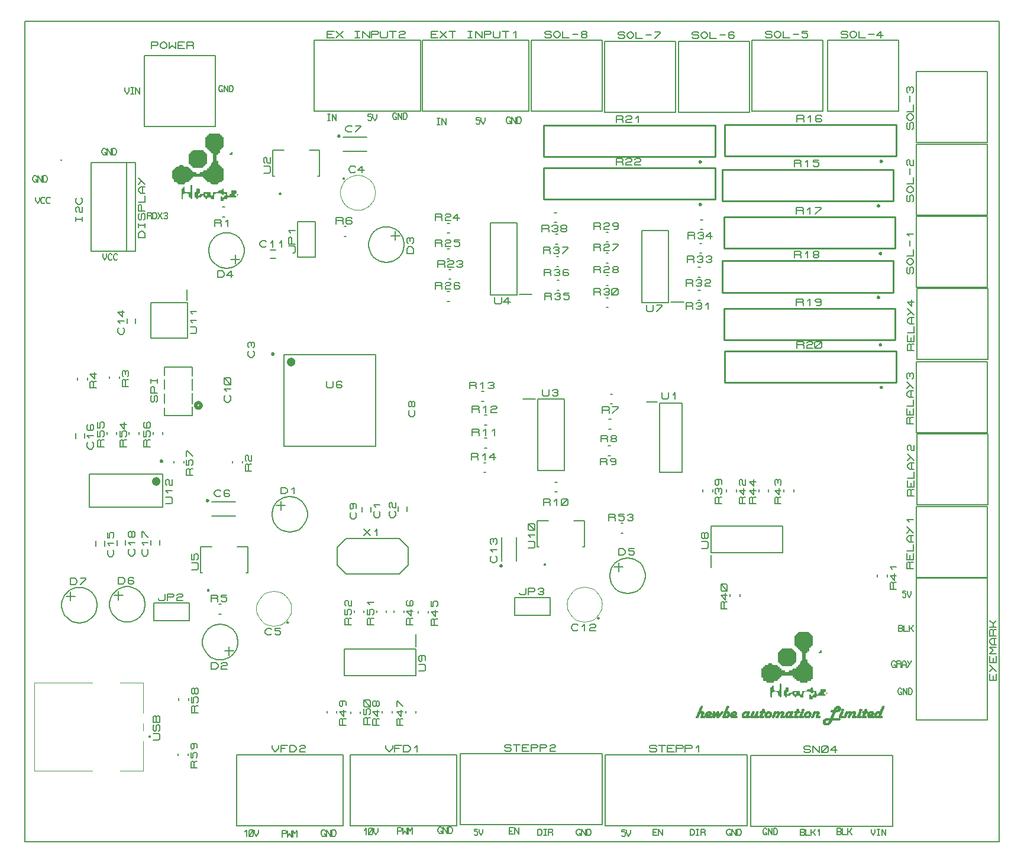
<source format=gbr>
G04 PROTEUS GERBER X2 FILE*
%TF.GenerationSoftware,Labcenter,Proteus,8.9-SP0-Build27865*%
%TF.CreationDate,2020-09-22T21:26:54+00:00*%
%TF.FileFunction,Legend,Top*%
%TF.FilePolarity,Positive*%
%TF.Part,Single*%
%TF.SameCoordinates,{f185f003-b8c0-4bff-ac61-c446508f75ad}*%
%FSLAX45Y45*%
%MOMM*%
G01*
%TA.AperFunction,Profile*%
%ADD37C,0.203200*%
%TA.AperFunction,Material*%
%ADD40C,0.200000*%
%ADD41C,0.600000*%
%ADD42C,0.250000*%
%ADD43C,0.203200*%
%ADD44C,0.508000*%
%ADD45C,0.152400*%
%ADD46C,0.127000*%
%ADD47C,0.120000*%
%ADD48C,0.254000*%
%ADD49C,0.100000*%
%TA.AperFunction,NonMaterial*%
%ADD50C,0.063500*%
%TA.AperFunction,Material*%
%ADD51C,0.063500*%
%TD.AperFunction*%
D37*
X-9980000Y-2290000D02*
X+3960000Y-2290000D01*
X+3960000Y+9460000D01*
X-9980000Y+9460000D01*
X-9980000Y-2290000D01*
D40*
X-6275000Y+3375000D02*
X-4965000Y+3375000D01*
X-4965000Y+4685000D01*
X-6275000Y+4685000D01*
X-6275000Y+3375000D01*
D41*
X-6145000Y+4585000D02*
X-6145103Y+4587489D01*
X-6145945Y+4592469D01*
X-6147705Y+4597449D01*
X-6150582Y+4602429D01*
X-6154983Y+4607345D01*
X-6159963Y+4610959D01*
X-6164943Y+4613264D01*
X-6169923Y+4614567D01*
X-6174903Y+4615000D01*
X-6175000Y+4615000D01*
X-6205000Y+4585000D02*
X-6204897Y+4587489D01*
X-6204055Y+4592469D01*
X-6202295Y+4597449D01*
X-6199418Y+4602429D01*
X-6195017Y+4607345D01*
X-6190037Y+4610959D01*
X-6185057Y+4613264D01*
X-6180077Y+4614567D01*
X-6175097Y+4615000D01*
X-6175000Y+4615000D01*
X-6205000Y+4585000D02*
X-6204897Y+4582511D01*
X-6204055Y+4577531D01*
X-6202295Y+4572551D01*
X-6199418Y+4567571D01*
X-6195017Y+4562655D01*
X-6190037Y+4559041D01*
X-6185057Y+4556736D01*
X-6180077Y+4555433D01*
X-6175097Y+4555000D01*
X-6175000Y+4555000D01*
X-6145000Y+4585000D02*
X-6145103Y+4582511D01*
X-6145945Y+4577531D01*
X-6147705Y+4572551D01*
X-6150582Y+4567571D01*
X-6154983Y+4562655D01*
X-6159963Y+4559041D01*
X-6164943Y+4556736D01*
X-6169923Y+4555433D01*
X-6174903Y+4555000D01*
X-6175000Y+4555000D01*
D42*
X-6427500Y+4700000D02*
X-6427543Y+4701039D01*
X-6427895Y+4703118D01*
X-6428632Y+4705197D01*
X-6429836Y+4707276D01*
X-6431677Y+4709326D01*
X-6433756Y+4710829D01*
X-6435835Y+4711786D01*
X-6437914Y+4712325D01*
X-6439993Y+4712500D01*
X-6440000Y+4712500D01*
X-6452500Y+4700000D02*
X-6452457Y+4701039D01*
X-6452105Y+4703118D01*
X-6451368Y+4705197D01*
X-6450164Y+4707276D01*
X-6448323Y+4709326D01*
X-6446244Y+4710829D01*
X-6444165Y+4711786D01*
X-6442086Y+4712325D01*
X-6440007Y+4712500D01*
X-6440000Y+4712500D01*
X-6452500Y+4700000D02*
X-6452457Y+4698961D01*
X-6452105Y+4696882D01*
X-6451368Y+4694803D01*
X-6450164Y+4692724D01*
X-6448323Y+4690674D01*
X-6446244Y+4689171D01*
X-6444165Y+4688214D01*
X-6442086Y+4687675D01*
X-6440007Y+4687500D01*
X-6440000Y+4687500D01*
X-6427500Y+4700000D02*
X-6427543Y+4698961D01*
X-6427895Y+4696882D01*
X-6428632Y+4694803D01*
X-6429836Y+4692724D01*
X-6431677Y+4690674D01*
X-6433756Y+4689171D01*
X-6435835Y+4688214D01*
X-6437914Y+4687675D01*
X-6439993Y+4687500D01*
X-6440000Y+4687500D01*
D43*
X-5667000Y+4301920D02*
X-5667000Y+4225720D01*
X-5651125Y+4210480D01*
X-5587625Y+4210480D01*
X-5571750Y+4225720D01*
X-5571750Y+4301920D01*
X-5444750Y+4286680D02*
X-5460625Y+4301920D01*
X-5508250Y+4301920D01*
X-5524125Y+4286680D01*
X-5524125Y+4225720D01*
X-5508250Y+4210480D01*
X-5460625Y+4210480D01*
X-5444750Y+4225720D01*
X-5444750Y+4240960D01*
X-5460625Y+4256200D01*
X-5524125Y+4256200D01*
X-4415720Y+3890250D02*
X-4400480Y+3874375D01*
X-4400480Y+3826750D01*
X-4430960Y+3795000D01*
X-4461440Y+3795000D01*
X-4491920Y+3826750D01*
X-4491920Y+3874375D01*
X-4476680Y+3890250D01*
X-4446200Y+3953750D02*
X-4461440Y+3937875D01*
X-4476680Y+3937875D01*
X-4491920Y+3953750D01*
X-4491920Y+4001375D01*
X-4476680Y+4017250D01*
X-4461440Y+4017250D01*
X-4446200Y+4001375D01*
X-4446200Y+3953750D01*
X-4430960Y+3937875D01*
X-4415720Y+3937875D01*
X-4400480Y+3953750D01*
X-4400480Y+4001375D01*
X-4415720Y+4017250D01*
X-4430960Y+4017250D01*
X-4446200Y+4001375D01*
X-5253320Y+2426250D02*
X-5238080Y+2410375D01*
X-5238080Y+2362750D01*
X-5268560Y+2331000D01*
X-5299040Y+2331000D01*
X-5329520Y+2362750D01*
X-5329520Y+2410375D01*
X-5314280Y+2426250D01*
X-5299040Y+2553250D02*
X-5283800Y+2537375D01*
X-5283800Y+2489750D01*
X-5299040Y+2473875D01*
X-5314280Y+2473875D01*
X-5329520Y+2489750D01*
X-5329520Y+2537375D01*
X-5314280Y+2553250D01*
X-5253320Y+2553250D01*
X-5238080Y+2537375D01*
X-5238080Y+2489750D01*
X-7053320Y+4098750D02*
X-7038080Y+4082875D01*
X-7038080Y+4035250D01*
X-7068560Y+4003500D01*
X-7099040Y+4003500D01*
X-7129520Y+4035250D01*
X-7129520Y+4082875D01*
X-7114280Y+4098750D01*
X-7099040Y+4162250D02*
X-7129520Y+4194000D01*
X-7038080Y+4194000D01*
X-7053320Y+4257500D02*
X-7114280Y+4257500D01*
X-7129520Y+4273375D01*
X-7129520Y+4336875D01*
X-7114280Y+4352750D01*
X-7053320Y+4352750D01*
X-7038080Y+4336875D01*
X-7038080Y+4273375D01*
X-7053320Y+4257500D01*
X-7038080Y+4257500D02*
X-7129520Y+4352750D01*
X-6466340Y+6188420D02*
X-6397760Y+6188420D01*
X-6466340Y+6066500D02*
X-6395220Y+6066500D01*
X-6528570Y+6244300D02*
X-6544445Y+6229060D01*
X-6592070Y+6229060D01*
X-6623820Y+6259540D01*
X-6623820Y+6290020D01*
X-6592070Y+6320500D01*
X-6544445Y+6320500D01*
X-6528570Y+6305260D01*
X-6465070Y+6290020D02*
X-6433320Y+6320500D01*
X-6433320Y+6229060D01*
X-6338070Y+6290020D02*
X-6306320Y+6320500D01*
X-6306320Y+6229060D01*
D44*
X-7461400Y+3960000D02*
X-7461531Y+3963158D01*
X-7462597Y+3969476D01*
X-7464828Y+3975794D01*
X-7468473Y+3982112D01*
X-7474048Y+3988351D01*
X-7480366Y+3992947D01*
X-7486684Y+3995880D01*
X-7493002Y+3997542D01*
X-7499320Y+3998100D01*
X-7499500Y+3998100D01*
X-7537600Y+3960000D02*
X-7537469Y+3963158D01*
X-7536403Y+3969476D01*
X-7534172Y+3975794D01*
X-7530527Y+3982112D01*
X-7524952Y+3988351D01*
X-7518634Y+3992947D01*
X-7512316Y+3995880D01*
X-7505998Y+3997542D01*
X-7499680Y+3998100D01*
X-7499500Y+3998100D01*
X-7537600Y+3960000D02*
X-7537469Y+3956842D01*
X-7536403Y+3950524D01*
X-7534172Y+3944206D01*
X-7530527Y+3937888D01*
X-7524952Y+3931649D01*
X-7518634Y+3927053D01*
X-7512316Y+3924120D01*
X-7505998Y+3922458D01*
X-7499680Y+3921900D01*
X-7499500Y+3921900D01*
X-7461400Y+3960000D02*
X-7461531Y+3956842D01*
X-7462597Y+3950524D01*
X-7464828Y+3944206D01*
X-7468473Y+3937888D01*
X-7474048Y+3931649D01*
X-7480366Y+3927053D01*
X-7486684Y+3924120D01*
X-7493002Y+3922458D01*
X-7499320Y+3921900D01*
X-7499500Y+3921900D01*
D45*
X-7589340Y+3810750D02*
X-7589340Y+3937592D01*
X-7589340Y+4509250D02*
X-7988120Y+4509250D01*
X-7988120Y+4391734D01*
X-7988120Y+3810750D02*
X-7589340Y+3810750D01*
X-7988120Y+4328266D02*
X-7988120Y+4191734D01*
X-7589340Y+4382408D02*
X-7589340Y+4509250D01*
X-7988120Y+4128266D02*
X-7988120Y+3991734D01*
X-7589340Y+4182408D02*
X-7589340Y+4337592D01*
X-7988120Y+3928266D02*
X-7988120Y+3810750D01*
X-7589340Y+3982408D02*
X-7589340Y+4137592D01*
D43*
X-8101460Y+4009500D02*
X-8086220Y+4025375D01*
X-8086220Y+4088875D01*
X-8101460Y+4104750D01*
X-8116700Y+4104750D01*
X-8131940Y+4088875D01*
X-8131940Y+4025375D01*
X-8147180Y+4009500D01*
X-8162420Y+4009500D01*
X-8177660Y+4025375D01*
X-8177660Y+4088875D01*
X-8162420Y+4104750D01*
X-8086220Y+4136500D02*
X-8177660Y+4136500D01*
X-8177660Y+4215875D01*
X-8162420Y+4231750D01*
X-8147180Y+4231750D01*
X-8131940Y+4215875D01*
X-8131940Y+4136500D01*
X-8177660Y+4279375D02*
X-8177660Y+4342875D01*
X-8177660Y+4311125D02*
X-8086220Y+4311125D01*
X-8086220Y+4279375D02*
X-8086220Y+4342875D01*
X-9034000Y+6172000D02*
X-8399000Y+6172000D01*
X-8399000Y+7442000D01*
X-9034000Y+7442000D01*
X-9034000Y+6172000D01*
X-8526000Y+7442000D02*
X-8526000Y+6172000D01*
X-8266920Y+6362500D02*
X-8358360Y+6362500D01*
X-8358360Y+6426000D01*
X-8327880Y+6457750D01*
X-8297400Y+6457750D01*
X-8266920Y+6426000D01*
X-8266920Y+6362500D01*
X-8358360Y+6505375D02*
X-8358360Y+6568875D01*
X-8358360Y+6537125D02*
X-8266920Y+6537125D01*
X-8266920Y+6505375D02*
X-8266920Y+6568875D01*
X-8282160Y+6616500D02*
X-8266920Y+6632375D01*
X-8266920Y+6695875D01*
X-8282160Y+6711750D01*
X-8297400Y+6711750D01*
X-8312640Y+6695875D01*
X-8312640Y+6632375D01*
X-8327880Y+6616500D01*
X-8343120Y+6616500D01*
X-8358360Y+6632375D01*
X-8358360Y+6695875D01*
X-8343120Y+6711750D01*
X-8266920Y+6743500D02*
X-8358360Y+6743500D01*
X-8358360Y+6822875D01*
X-8343120Y+6838750D01*
X-8327880Y+6838750D01*
X-8312640Y+6822875D01*
X-8312640Y+6743500D01*
X-8358360Y+6870500D02*
X-8266920Y+6870500D01*
X-8266920Y+6965750D01*
X-8266920Y+6997500D02*
X-8327880Y+6997500D01*
X-8358360Y+7029250D01*
X-8358360Y+7061000D01*
X-8327880Y+7092750D01*
X-8266920Y+7092750D01*
X-8297400Y+6997500D02*
X-8297400Y+7092750D01*
X-8358360Y+7219750D02*
X-8266920Y+7124500D01*
X-8358360Y+7124500D02*
X-8312640Y+7172125D01*
X-6713320Y+4738250D02*
X-6698080Y+4722375D01*
X-6698080Y+4674750D01*
X-6728560Y+4643000D01*
X-6759040Y+4643000D01*
X-6789520Y+4674750D01*
X-6789520Y+4722375D01*
X-6774280Y+4738250D01*
X-6774280Y+4785875D02*
X-6789520Y+4801750D01*
X-6789520Y+4849375D01*
X-6774280Y+4865250D01*
X-6759040Y+4865250D01*
X-6743800Y+4849375D01*
X-6728560Y+4865250D01*
X-6713320Y+4865250D01*
X-6698080Y+4849375D01*
X-6698080Y+4801750D01*
X-6713320Y+4785875D01*
X-6743800Y+4817625D02*
X-6743800Y+4849375D01*
X-5387000Y+2054000D02*
X-4625000Y+2054000D01*
X-4498000Y+1927000D01*
X-4498000Y+1673000D01*
X-4625000Y+1546000D01*
X-5387000Y+1546000D01*
X-5514000Y+1673000D01*
X-5514000Y+1927000D01*
X-5387000Y+2054000D01*
X-5133000Y+2186080D02*
X-5037750Y+2094640D01*
X-5133000Y+2094640D02*
X-5037750Y+2186080D01*
X-4974250Y+2155600D02*
X-4942500Y+2186080D01*
X-4942500Y+2094640D01*
X-5031580Y+2506340D02*
X-5031580Y+2437760D01*
X-5153500Y+2506340D02*
X-5153500Y+2435220D01*
X-4914740Y+2441570D02*
X-4899500Y+2425695D01*
X-4899500Y+2378070D01*
X-4929980Y+2346320D01*
X-4960460Y+2346320D01*
X-4990940Y+2378070D01*
X-4990940Y+2425695D01*
X-4975700Y+2441570D01*
X-4960460Y+2505070D02*
X-4990940Y+2536820D01*
X-4899500Y+2536820D01*
X-4638420Y+2443660D02*
X-4638420Y+2512240D01*
X-4516500Y+2443660D02*
X-4516500Y+2514780D01*
X-4694300Y+2444930D02*
X-4679060Y+2429055D01*
X-4679060Y+2381430D01*
X-4709540Y+2349680D01*
X-4740020Y+2349680D01*
X-4770500Y+2381430D01*
X-4770500Y+2429055D01*
X-4755260Y+2444930D01*
X-4755260Y+2492555D02*
X-4770500Y+2508430D01*
X-4770500Y+2556055D01*
X-4755260Y+2571930D01*
X-4740020Y+2571930D01*
X-4724780Y+2556055D01*
X-4724780Y+2508430D01*
X-4709540Y+2492555D01*
X-4679060Y+2492555D01*
X-4679060Y+2571930D01*
D40*
X-7125000Y+6800000D02*
X-7155000Y+6800000D01*
X-7125000Y+6660000D02*
X-7155000Y+6660000D01*
D43*
X-7267000Y+6528080D02*
X-7267000Y+6619520D01*
X-7187625Y+6619520D01*
X-7171750Y+6604280D01*
X-7171750Y+6589040D01*
X-7187625Y+6573800D01*
X-7267000Y+6573800D01*
X-7187625Y+6573800D02*
X-7171750Y+6558560D01*
X-7171750Y+6528080D01*
X-7108250Y+6589040D02*
X-7076500Y+6619520D01*
X-7076500Y+6528080D01*
X-6843000Y+6180000D02*
X-6843827Y+6200483D01*
X-6850545Y+6241450D01*
X-6864563Y+6282417D01*
X-6887341Y+6323384D01*
X-6922141Y+6364229D01*
X-6963108Y+6395845D01*
X-7004075Y+6416392D01*
X-7045042Y+6428629D01*
X-7086009Y+6433762D01*
X-7097000Y+6434000D01*
X-7351000Y+6180000D02*
X-7350173Y+6200483D01*
X-7343455Y+6241450D01*
X-7329437Y+6282417D01*
X-7306659Y+6323384D01*
X-7271859Y+6364229D01*
X-7230892Y+6395845D01*
X-7189925Y+6416392D01*
X-7148958Y+6428629D01*
X-7107991Y+6433762D01*
X-7097000Y+6434000D01*
X-7351000Y+6180000D02*
X-7350173Y+6159517D01*
X-7343455Y+6118550D01*
X-7329437Y+6077583D01*
X-7306659Y+6036616D01*
X-7271859Y+5995771D01*
X-7230892Y+5964155D01*
X-7189925Y+5943608D01*
X-7148958Y+5931371D01*
X-7107991Y+5926238D01*
X-7097000Y+5926000D01*
X-6843000Y+6180000D02*
X-6843827Y+6159517D01*
X-6850545Y+6118550D01*
X-6864563Y+6077583D01*
X-6887341Y+6036616D01*
X-6922141Y+5995771D01*
X-6963108Y+5964155D01*
X-7004075Y+5943608D01*
X-7045042Y+5931371D01*
X-7086009Y+5926238D01*
X-7097000Y+5926000D01*
X-6906500Y+6053000D02*
X-7033500Y+6053000D01*
X-6970000Y+5989500D02*
X-6970000Y+6116500D01*
X-7223080Y+5793920D02*
X-7223080Y+5885360D01*
X-7159580Y+5885360D01*
X-7127830Y+5854880D01*
X-7127830Y+5824400D01*
X-7159580Y+5793920D01*
X-7223080Y+5793920D01*
X-7000830Y+5824400D02*
X-7096080Y+5824400D01*
X-7032580Y+5885360D01*
X-7032580Y+5793920D01*
D40*
X-7010000Y+3165000D02*
X-7010000Y+3135000D01*
X-6870000Y+3165000D02*
X-6870000Y+3135000D01*
D43*
X-6738080Y+3023000D02*
X-6829520Y+3023000D01*
X-6829520Y+3102375D01*
X-6814280Y+3118250D01*
X-6799040Y+3118250D01*
X-6783800Y+3102375D01*
X-6783800Y+3023000D01*
X-6783800Y+3102375D02*
X-6768560Y+3118250D01*
X-6738080Y+3118250D01*
X-6814280Y+3165875D02*
X-6829520Y+3181750D01*
X-6829520Y+3229375D01*
X-6814280Y+3245250D01*
X-6799040Y+3245250D01*
X-6783800Y+3229375D01*
X-6783800Y+3181750D01*
X-6768560Y+3165875D01*
X-6738080Y+3165875D01*
X-6738080Y+3245250D01*
X-5939000Y+2400000D02*
X-5939827Y+2420483D01*
X-5946545Y+2461450D01*
X-5960563Y+2502417D01*
X-5983341Y+2543384D01*
X-6018141Y+2584229D01*
X-6059108Y+2615845D01*
X-6100075Y+2636392D01*
X-6141042Y+2648629D01*
X-6182009Y+2653762D01*
X-6193000Y+2654000D01*
X-6447000Y+2400000D02*
X-6446173Y+2420483D01*
X-6439455Y+2461450D01*
X-6425437Y+2502417D01*
X-6402659Y+2543384D01*
X-6367859Y+2584229D01*
X-6326892Y+2615845D01*
X-6285925Y+2636392D01*
X-6244958Y+2648629D01*
X-6203991Y+2653762D01*
X-6193000Y+2654000D01*
X-6447000Y+2400000D02*
X-6446173Y+2379517D01*
X-6439455Y+2338550D01*
X-6425437Y+2297583D01*
X-6402659Y+2256616D01*
X-6367859Y+2215771D01*
X-6326892Y+2184155D01*
X-6285925Y+2163608D01*
X-6244958Y+2151371D01*
X-6203991Y+2146238D01*
X-6193000Y+2146000D01*
X-5939000Y+2400000D02*
X-5939827Y+2379517D01*
X-5946545Y+2338550D01*
X-5960563Y+2297583D01*
X-5983341Y+2256616D01*
X-6018141Y+2215771D01*
X-6059108Y+2184155D01*
X-6100075Y+2163608D01*
X-6141042Y+2151371D01*
X-6182009Y+2146238D01*
X-6193000Y+2146000D01*
X-6383500Y+2527000D02*
X-6256500Y+2527000D01*
X-6320000Y+2590500D02*
X-6320000Y+2463500D01*
X-6320920Y+2694640D02*
X-6320920Y+2786080D01*
X-6257420Y+2786080D01*
X-6225670Y+2755600D01*
X-6225670Y+2725120D01*
X-6257420Y+2694640D01*
X-6320920Y+2694640D01*
X-6162170Y+2755600D02*
X-6130420Y+2786080D01*
X-6130420Y+2694640D01*
X-8273423Y+8971085D02*
X-8273423Y+7955085D01*
X-7257423Y+8971085D02*
X-7257423Y+7955085D01*
X-8273423Y+7955085D02*
X-7257423Y+7955085D01*
X-8273423Y+8971085D02*
X-7257423Y+8971085D01*
X-8172923Y+9071725D02*
X-8172923Y+9163165D01*
X-8093548Y+9163165D01*
X-8077673Y+9147925D01*
X-8077673Y+9132685D01*
X-8093548Y+9117445D01*
X-8172923Y+9117445D01*
X-8045923Y+9132685D02*
X-8014173Y+9163165D01*
X-7982423Y+9163165D01*
X-7950673Y+9132685D01*
X-7950673Y+9102205D01*
X-7982423Y+9071725D01*
X-8014173Y+9071725D01*
X-8045923Y+9102205D01*
X-8045923Y+9132685D01*
X-7918923Y+9163165D02*
X-7918923Y+9071725D01*
X-7871298Y+9117445D01*
X-7823673Y+9071725D01*
X-7823673Y+9163165D01*
X-7696673Y+9071725D02*
X-7791923Y+9071725D01*
X-7791923Y+9163165D01*
X-7696673Y+9163165D01*
X-7791923Y+9117445D02*
X-7728423Y+9117445D01*
X-7664923Y+9071725D02*
X-7664923Y+9163165D01*
X-7585548Y+9163165D01*
X-7569673Y+9147925D01*
X-7569673Y+9132685D01*
X-7585548Y+9117445D01*
X-7664923Y+9117445D01*
X-7585548Y+9117445D02*
X-7569673Y+9102205D01*
X-7569673Y+9071725D01*
D40*
X-8183000Y+4928000D02*
X-7657000Y+4928000D01*
X-7657000Y+5432000D01*
X-8183000Y+5432000D01*
X-8183000Y+4928000D01*
X-7660000Y+5622000D02*
X-7660000Y+5468000D01*
D43*
X-7616520Y+4989500D02*
X-7540320Y+4989500D01*
X-7525080Y+5005375D01*
X-7525080Y+5068875D01*
X-7540320Y+5084750D01*
X-7616520Y+5084750D01*
X-7586040Y+5148250D02*
X-7616520Y+5180000D01*
X-7525080Y+5180000D01*
X-7586040Y+5275250D02*
X-7616520Y+5307000D01*
X-7525080Y+5307000D01*
D46*
X-7466000Y+1564000D02*
X-7466000Y+1936000D01*
X-6794000Y+1564000D02*
X-6794000Y+1936000D01*
X-7466000Y+1564000D02*
X-7440000Y+1564000D01*
X-6819000Y+1564000D02*
X-6794000Y+1564000D01*
X-6794000Y+1936000D02*
X-6943000Y+1936000D01*
X-7306000Y+1936000D02*
X-7466000Y+1936000D01*
D40*
X-7349000Y+1313000D02*
X-7349035Y+1313831D01*
X-7349316Y+1315495D01*
X-7349906Y+1317159D01*
X-7350870Y+1318823D01*
X-7352345Y+1320464D01*
X-7354009Y+1321665D01*
X-7355673Y+1322430D01*
X-7357337Y+1322861D01*
X-7359000Y+1323000D01*
X-7369000Y+1313000D02*
X-7368965Y+1313831D01*
X-7368684Y+1315495D01*
X-7368094Y+1317159D01*
X-7367130Y+1318823D01*
X-7365655Y+1320464D01*
X-7363991Y+1321665D01*
X-7362327Y+1322430D01*
X-7360663Y+1322861D01*
X-7359000Y+1323000D01*
X-7369000Y+1313000D02*
X-7368965Y+1312169D01*
X-7368684Y+1310505D01*
X-7368094Y+1308841D01*
X-7367130Y+1307177D01*
X-7365655Y+1305536D01*
X-7363991Y+1304335D01*
X-7362327Y+1303570D01*
X-7360663Y+1303139D01*
X-7359000Y+1303000D01*
X-7349000Y+1313000D02*
X-7349035Y+1312169D01*
X-7349316Y+1310505D01*
X-7349906Y+1308841D01*
X-7350870Y+1307177D01*
X-7352345Y+1305536D01*
X-7354009Y+1304335D01*
X-7355673Y+1303570D01*
X-7357337Y+1303139D01*
X-7359000Y+1303000D01*
D43*
X-7594270Y+1608250D02*
X-7518070Y+1608250D01*
X-7502830Y+1624125D01*
X-7502830Y+1687625D01*
X-7518070Y+1703500D01*
X-7594270Y+1703500D01*
X-7594270Y+1830500D02*
X-7594270Y+1751125D01*
X-7563790Y+1751125D01*
X-7563790Y+1814625D01*
X-7548550Y+1830500D01*
X-7518070Y+1830500D01*
X-7502830Y+1814625D01*
X-7502830Y+1767000D01*
X-7518070Y+1751125D01*
D46*
X-6436000Y+7244000D02*
X-6436000Y+7616000D01*
X-5764000Y+7244000D02*
X-5764000Y+7616000D01*
X-6436000Y+7244000D02*
X-6410000Y+7244000D01*
X-5789000Y+7244000D02*
X-5764000Y+7244000D01*
X-5764000Y+7616000D02*
X-5913000Y+7616000D01*
X-6276000Y+7616000D02*
X-6436000Y+7616000D01*
D40*
X-6319000Y+6993000D02*
X-6319035Y+6993831D01*
X-6319316Y+6995495D01*
X-6319906Y+6997159D01*
X-6320870Y+6998823D01*
X-6322345Y+7000464D01*
X-6324009Y+7001665D01*
X-6325673Y+7002430D01*
X-6327337Y+7002861D01*
X-6329000Y+7003000D01*
X-6339000Y+6993000D02*
X-6338965Y+6993831D01*
X-6338684Y+6995495D01*
X-6338094Y+6997159D01*
X-6337130Y+6998823D01*
X-6335655Y+7000464D01*
X-6333991Y+7001665D01*
X-6332327Y+7002430D01*
X-6330663Y+7002861D01*
X-6329000Y+7003000D01*
X-6339000Y+6993000D02*
X-6338965Y+6992169D01*
X-6338684Y+6990505D01*
X-6338094Y+6988841D01*
X-6337130Y+6987177D01*
X-6335655Y+6985536D01*
X-6333991Y+6984335D01*
X-6332327Y+6983570D01*
X-6330663Y+6983139D01*
X-6329000Y+6983000D01*
X-6319000Y+6993000D02*
X-6319035Y+6992169D01*
X-6319316Y+6990505D01*
X-6319906Y+6988841D01*
X-6320870Y+6987177D01*
X-6322345Y+6985536D01*
X-6324009Y+6984335D01*
X-6325673Y+6983570D01*
X-6327337Y+6983139D01*
X-6329000Y+6983000D01*
D43*
X-6564270Y+7288250D02*
X-6488070Y+7288250D01*
X-6472830Y+7304125D01*
X-6472830Y+7367625D01*
X-6488070Y+7383500D01*
X-6564270Y+7383500D01*
X-6549030Y+7431125D02*
X-6564270Y+7447000D01*
X-6564270Y+7494625D01*
X-6549030Y+7510500D01*
X-6533790Y+7510500D01*
X-6518550Y+7494625D01*
X-6518550Y+7447000D01*
X-6503310Y+7431125D01*
X-6472830Y+7431125D01*
X-6472830Y+7510500D01*
D46*
X-2650000Y+1934000D02*
X-2650000Y+2306000D01*
X-1978000Y+1934000D02*
X-1978000Y+2306000D01*
X-2650000Y+1934000D02*
X-2624000Y+1934000D01*
X-2003000Y+1934000D02*
X-1978000Y+1934000D01*
X-1978000Y+2306000D02*
X-2127000Y+2306000D01*
X-2490000Y+2306000D02*
X-2650000Y+2306000D01*
D40*
X-2533000Y+1683000D02*
X-2533035Y+1683831D01*
X-2533316Y+1685495D01*
X-2533906Y+1687159D01*
X-2534870Y+1688823D01*
X-2536345Y+1690464D01*
X-2538009Y+1691665D01*
X-2539673Y+1692430D01*
X-2541337Y+1692861D01*
X-2543000Y+1693000D01*
X-2553000Y+1683000D02*
X-2552965Y+1683831D01*
X-2552684Y+1685495D01*
X-2552094Y+1687159D01*
X-2551130Y+1688823D01*
X-2549655Y+1690464D01*
X-2547991Y+1691665D01*
X-2546327Y+1692430D01*
X-2544663Y+1692861D01*
X-2543000Y+1693000D01*
X-2553000Y+1683000D02*
X-2552965Y+1682169D01*
X-2552684Y+1680505D01*
X-2552094Y+1678841D01*
X-2551130Y+1677177D01*
X-2549655Y+1675536D01*
X-2547991Y+1674335D01*
X-2546327Y+1673570D01*
X-2544663Y+1673139D01*
X-2543000Y+1673000D01*
X-2533000Y+1683000D02*
X-2533035Y+1682169D01*
X-2533316Y+1680505D01*
X-2533906Y+1678841D01*
X-2534870Y+1677177D01*
X-2536345Y+1675536D01*
X-2538009Y+1674335D01*
X-2539673Y+1673570D01*
X-2541337Y+1673139D01*
X-2543000Y+1673000D01*
D43*
X-2778270Y+1914750D02*
X-2702070Y+1914750D01*
X-2686830Y+1930625D01*
X-2686830Y+1994125D01*
X-2702070Y+2010000D01*
X-2778270Y+2010000D01*
X-2747790Y+2073500D02*
X-2778270Y+2105250D01*
X-2686830Y+2105250D01*
X-2702070Y+2168750D02*
X-2763030Y+2168750D01*
X-2778270Y+2184625D01*
X-2778270Y+2248125D01*
X-2763030Y+2264000D01*
X-2702070Y+2264000D01*
X-2686830Y+2248125D01*
X-2686830Y+2184625D01*
X-2702070Y+2168750D01*
X-2686830Y+2168750D02*
X-2778270Y+2264000D01*
D47*
X-4970000Y+7010000D02*
X-4970815Y+7030171D01*
X-4977434Y+7070514D01*
X-4991247Y+7110857D01*
X-5013693Y+7151200D01*
X-5047990Y+7191418D01*
X-5088333Y+7222518D01*
X-5128676Y+7242723D01*
X-5169019Y+7254747D01*
X-5209362Y+7259774D01*
X-5220000Y+7260000D01*
X-5470000Y+7010000D02*
X-5469185Y+7030171D01*
X-5462566Y+7070514D01*
X-5448753Y+7110857D01*
X-5426307Y+7151200D01*
X-5392010Y+7191418D01*
X-5351667Y+7222518D01*
X-5311324Y+7242723D01*
X-5270981Y+7254747D01*
X-5230638Y+7259774D01*
X-5220000Y+7260000D01*
X-5470000Y+7010000D02*
X-5469185Y+6989829D01*
X-5462566Y+6949486D01*
X-5448753Y+6909143D01*
X-5426307Y+6868800D01*
X-5392010Y+6828582D01*
X-5351667Y+6797482D01*
X-5311324Y+6777277D01*
X-5270981Y+6765253D01*
X-5230638Y+6760226D01*
X-5220000Y+6760000D01*
X-4970000Y+7010000D02*
X-4970815Y+6989829D01*
X-4977434Y+6949486D01*
X-4991247Y+6909143D01*
X-5013693Y+6868800D01*
X-5047990Y+6828582D01*
X-5088333Y+6797482D01*
X-5128676Y+6777277D01*
X-5169019Y+6765253D01*
X-5209362Y+6760226D01*
X-5220000Y+6760000D01*
D40*
X-5409000Y+7209000D02*
X-5409035Y+7209831D01*
X-5409316Y+7211495D01*
X-5409906Y+7213159D01*
X-5410870Y+7214823D01*
X-5412345Y+7216464D01*
X-5414009Y+7217665D01*
X-5415673Y+7218430D01*
X-5417337Y+7218861D01*
X-5419000Y+7219000D01*
X-5429000Y+7209000D02*
X-5428965Y+7209831D01*
X-5428684Y+7211495D01*
X-5428094Y+7213159D01*
X-5427130Y+7214823D01*
X-5425655Y+7216464D01*
X-5423991Y+7217665D01*
X-5422327Y+7218430D01*
X-5420663Y+7218861D01*
X-5419000Y+7219000D01*
X-5429000Y+7209000D02*
X-5428965Y+7208169D01*
X-5428684Y+7206505D01*
X-5428094Y+7204841D01*
X-5427130Y+7203177D01*
X-5425655Y+7201536D01*
X-5423991Y+7200335D01*
X-5422327Y+7199570D01*
X-5420663Y+7199139D01*
X-5419000Y+7199000D01*
X-5409000Y+7209000D02*
X-5409035Y+7208169D01*
X-5409316Y+7206505D01*
X-5409906Y+7204841D01*
X-5410870Y+7203177D01*
X-5412345Y+7201536D01*
X-5414009Y+7200335D01*
X-5415673Y+7199570D01*
X-5417337Y+7199139D01*
X-5419000Y+7199000D01*
D43*
X-5251750Y+7311720D02*
X-5267625Y+7296480D01*
X-5315250Y+7296480D01*
X-5347000Y+7326960D01*
X-5347000Y+7357440D01*
X-5315250Y+7387920D01*
X-5267625Y+7387920D01*
X-5251750Y+7372680D01*
X-5124750Y+7326960D02*
X-5220000Y+7326960D01*
X-5156500Y+7387920D01*
X-5156500Y+7296480D01*
D42*
X-5482500Y+7820000D02*
X-5482543Y+7821039D01*
X-5482895Y+7823118D01*
X-5483632Y+7825197D01*
X-5484836Y+7827276D01*
X-5486677Y+7829326D01*
X-5488756Y+7830829D01*
X-5490835Y+7831786D01*
X-5492914Y+7832325D01*
X-5494993Y+7832500D01*
X-5495000Y+7832500D01*
X-5507500Y+7820000D02*
X-5507457Y+7821039D01*
X-5507105Y+7823118D01*
X-5506368Y+7825197D01*
X-5505164Y+7827276D01*
X-5503323Y+7829326D01*
X-5501244Y+7830829D01*
X-5499165Y+7831786D01*
X-5497086Y+7832325D01*
X-5495007Y+7832500D01*
X-5495000Y+7832500D01*
X-5507500Y+7820000D02*
X-5507457Y+7818961D01*
X-5507105Y+7816882D01*
X-5506368Y+7814803D01*
X-5505164Y+7812724D01*
X-5503323Y+7810674D01*
X-5501244Y+7809171D01*
X-5499165Y+7808214D01*
X-5497086Y+7807675D01*
X-5495007Y+7807500D01*
X-5495000Y+7807500D01*
X-5482500Y+7820000D02*
X-5482543Y+7818961D01*
X-5482895Y+7816882D01*
X-5483632Y+7814803D01*
X-5484836Y+7812724D01*
X-5486677Y+7810674D01*
X-5488756Y+7809171D01*
X-5490835Y+7808214D01*
X-5492914Y+7807675D01*
X-5494993Y+7807500D01*
X-5495000Y+7807500D01*
D40*
X-5430000Y+7802500D02*
X-5090000Y+7802500D01*
X-5430000Y+7597500D02*
X-5090000Y+7597500D01*
D43*
X-5298000Y+7890720D02*
X-5313875Y+7875480D01*
X-5361500Y+7875480D01*
X-5393250Y+7905960D01*
X-5393250Y+7936440D01*
X-5361500Y+7966920D01*
X-5313875Y+7966920D01*
X-5298000Y+7951680D01*
X-5250375Y+7966920D02*
X-5171000Y+7966920D01*
X-5171000Y+7951680D01*
X-5250375Y+7875480D01*
X-6077000Y+6083000D02*
X-5823000Y+6083000D01*
X-5823000Y+6591000D01*
X-6077000Y+6591000D01*
X-6077000Y+6083000D01*
X-6148120Y+6146500D02*
X-6132880Y+6146500D01*
X-6117640Y+6162375D01*
X-6117640Y+6225875D01*
X-6132880Y+6241750D01*
X-6209080Y+6241750D01*
X-6117640Y+6273500D02*
X-6209080Y+6273500D01*
X-6209080Y+6352875D01*
X-6193840Y+6368750D01*
X-6178600Y+6368750D01*
X-6163360Y+6352875D01*
X-6163360Y+6273500D01*
X-6178600Y+6432250D02*
X-6209080Y+6464000D01*
X-6117640Y+6464000D01*
D40*
X-5415000Y+6380000D02*
X-5385000Y+6380000D01*
X-5415000Y+6520000D02*
X-5385000Y+6520000D01*
D43*
X-5527000Y+6560480D02*
X-5527000Y+6651920D01*
X-5447625Y+6651920D01*
X-5431750Y+6636680D01*
X-5431750Y+6621440D01*
X-5447625Y+6606200D01*
X-5527000Y+6606200D01*
X-5447625Y+6606200D02*
X-5431750Y+6590960D01*
X-5431750Y+6560480D01*
X-5304750Y+6636680D02*
X-5320625Y+6651920D01*
X-5368250Y+6651920D01*
X-5384125Y+6636680D01*
X-5384125Y+6575720D01*
X-5368250Y+6560480D01*
X-5320625Y+6560480D01*
X-5304750Y+6575720D01*
X-5304750Y+6590960D01*
X-5320625Y+6606200D01*
X-5384125Y+6606200D01*
X-4556000Y+6263000D02*
X-4556827Y+6283483D01*
X-4563545Y+6324450D01*
X-4577563Y+6365417D01*
X-4600341Y+6406384D01*
X-4635141Y+6447229D01*
X-4676108Y+6478845D01*
X-4717075Y+6499392D01*
X-4758042Y+6511629D01*
X-4799009Y+6516762D01*
X-4810000Y+6517000D01*
X-5064000Y+6263000D02*
X-5063173Y+6283483D01*
X-5056455Y+6324450D01*
X-5042437Y+6365417D01*
X-5019659Y+6406384D01*
X-4984859Y+6447229D01*
X-4943892Y+6478845D01*
X-4902925Y+6499392D01*
X-4861958Y+6511629D01*
X-4820991Y+6516762D01*
X-4810000Y+6517000D01*
X-5064000Y+6263000D02*
X-5063173Y+6242517D01*
X-5056455Y+6201550D01*
X-5042437Y+6160583D01*
X-5019659Y+6119616D01*
X-4984859Y+6078771D01*
X-4943892Y+6047155D01*
X-4902925Y+6026608D01*
X-4861958Y+6014371D01*
X-4820991Y+6009238D01*
X-4810000Y+6009000D01*
X-4556000Y+6263000D02*
X-4556827Y+6242517D01*
X-4563545Y+6201550D01*
X-4577563Y+6160583D01*
X-4600341Y+6119616D01*
X-4635141Y+6078771D01*
X-4676108Y+6047155D01*
X-4717075Y+6026608D01*
X-4758042Y+6014371D01*
X-4799009Y+6009238D01*
X-4810000Y+6009000D01*
X-4683000Y+6453500D02*
X-4683000Y+6326500D01*
X-4619500Y+6390000D02*
X-4746500Y+6390000D01*
X-4423920Y+6136920D02*
X-4515360Y+6136920D01*
X-4515360Y+6200420D01*
X-4484880Y+6232170D01*
X-4454400Y+6232170D01*
X-4423920Y+6200420D01*
X-4423920Y+6136920D01*
X-4500120Y+6279795D02*
X-4515360Y+6295670D01*
X-4515360Y+6343295D01*
X-4500120Y+6359170D01*
X-4484880Y+6359170D01*
X-4469640Y+6343295D01*
X-4454400Y+6359170D01*
X-4439160Y+6359170D01*
X-4423920Y+6343295D01*
X-4423920Y+6295670D01*
X-4439160Y+6279795D01*
X-4469640Y+6311545D02*
X-4469640Y+6343295D01*
X-8137000Y+873000D02*
X-7629000Y+873000D01*
X-7629000Y+1127000D01*
X-8137000Y+1127000D01*
X-8137000Y+873000D01*
X-8073500Y+1198120D02*
X-8073500Y+1182880D01*
X-8057625Y+1167640D01*
X-7994125Y+1167640D01*
X-7978250Y+1182880D01*
X-7978250Y+1259080D01*
X-7946500Y+1167640D02*
X-7946500Y+1259080D01*
X-7867125Y+1259080D01*
X-7851250Y+1243840D01*
X-7851250Y+1228600D01*
X-7867125Y+1213360D01*
X-7946500Y+1213360D01*
X-7803625Y+1243840D02*
X-7787750Y+1259080D01*
X-7740125Y+1259080D01*
X-7724250Y+1243840D01*
X-7724250Y+1228600D01*
X-7740125Y+1213360D01*
X-7787750Y+1213360D01*
X-7803625Y+1198120D01*
X-7803625Y+1167640D01*
X-7724250Y+1167640D01*
D40*
X-7205000Y+970000D02*
X-7175000Y+970000D01*
X-7205000Y+1110000D02*
X-7175000Y+1110000D01*
D43*
X-7317000Y+1150480D02*
X-7317000Y+1241920D01*
X-7237625Y+1241920D01*
X-7221750Y+1226680D01*
X-7221750Y+1211440D01*
X-7237625Y+1196200D01*
X-7317000Y+1196200D01*
X-7237625Y+1196200D02*
X-7221750Y+1180960D01*
X-7221750Y+1150480D01*
X-7094750Y+1241920D02*
X-7174125Y+1241920D01*
X-7174125Y+1211440D01*
X-7110625Y+1211440D01*
X-7094750Y+1196200D01*
X-7094750Y+1165720D01*
X-7110625Y+1150480D01*
X-7158250Y+1150480D01*
X-7174125Y+1165720D01*
X-6933000Y+570000D02*
X-6933827Y+590483D01*
X-6940545Y+631450D01*
X-6954563Y+672417D01*
X-6977341Y+713384D01*
X-7012141Y+754229D01*
X-7053108Y+785845D01*
X-7094075Y+806392D01*
X-7135042Y+818629D01*
X-7176009Y+823762D01*
X-7187000Y+824000D01*
X-7441000Y+570000D02*
X-7440173Y+590483D01*
X-7433455Y+631450D01*
X-7419437Y+672417D01*
X-7396659Y+713384D01*
X-7361859Y+754229D01*
X-7320892Y+785845D01*
X-7279925Y+806392D01*
X-7238958Y+818629D01*
X-7197991Y+823762D01*
X-7187000Y+824000D01*
X-7441000Y+570000D02*
X-7440173Y+549517D01*
X-7433455Y+508550D01*
X-7419437Y+467583D01*
X-7396659Y+426616D01*
X-7361859Y+385771D01*
X-7320892Y+354155D01*
X-7279925Y+333608D01*
X-7238958Y+321371D01*
X-7197991Y+316238D01*
X-7187000Y+316000D01*
X-6933000Y+570000D02*
X-6933827Y+549517D01*
X-6940545Y+508550D01*
X-6954563Y+467583D01*
X-6977341Y+426616D01*
X-7012141Y+385771D01*
X-7053108Y+354155D01*
X-7094075Y+333608D01*
X-7135042Y+321371D01*
X-7176009Y+316238D01*
X-7187000Y+316000D01*
X-6996500Y+443000D02*
X-7123500Y+443000D01*
X-7060000Y+379500D02*
X-7060000Y+506500D01*
X-7313080Y+183920D02*
X-7313080Y+275360D01*
X-7249580Y+275360D01*
X-7217830Y+244880D01*
X-7217830Y+214400D01*
X-7249580Y+183920D01*
X-7313080Y+183920D01*
X-7170205Y+260120D02*
X-7154330Y+275360D01*
X-7106705Y+275360D01*
X-7090830Y+260120D01*
X-7090830Y+244880D01*
X-7106705Y+229640D01*
X-7154330Y+229640D01*
X-7170205Y+214400D01*
X-7170205Y+183920D01*
X-7090830Y+183920D01*
D47*
X-6170000Y+1050000D02*
X-6170815Y+1070171D01*
X-6177434Y+1110514D01*
X-6191247Y+1150857D01*
X-6213693Y+1191200D01*
X-6247990Y+1231418D01*
X-6288333Y+1262518D01*
X-6328676Y+1282723D01*
X-6369019Y+1294747D01*
X-6409362Y+1299774D01*
X-6420000Y+1300000D01*
X-6670000Y+1050000D02*
X-6669185Y+1070171D01*
X-6662566Y+1110514D01*
X-6648753Y+1150857D01*
X-6626307Y+1191200D01*
X-6592010Y+1231418D01*
X-6551667Y+1262518D01*
X-6511324Y+1282723D01*
X-6470981Y+1294747D01*
X-6430638Y+1299774D01*
X-6420000Y+1300000D01*
X-6670000Y+1050000D02*
X-6669185Y+1029829D01*
X-6662566Y+989486D01*
X-6648753Y+949143D01*
X-6626307Y+908800D01*
X-6592010Y+868582D01*
X-6551667Y+837482D01*
X-6511324Y+817277D01*
X-6470981Y+805253D01*
X-6430638Y+800226D01*
X-6420000Y+800000D01*
X-6170000Y+1050000D02*
X-6170815Y+1029829D01*
X-6177434Y+989486D01*
X-6191247Y+949143D01*
X-6213693Y+908800D01*
X-6247990Y+868582D01*
X-6288333Y+837482D01*
X-6328676Y+817277D01*
X-6369019Y+805253D01*
X-6409362Y+800226D01*
X-6420000Y+800000D01*
D40*
X-6211000Y+851000D02*
X-6211035Y+851831D01*
X-6211316Y+853495D01*
X-6211906Y+855159D01*
X-6212870Y+856823D01*
X-6214345Y+858464D01*
X-6216009Y+859665D01*
X-6217673Y+860430D01*
X-6219337Y+860861D01*
X-6221000Y+861000D01*
X-6231000Y+851000D02*
X-6230965Y+851831D01*
X-6230684Y+853495D01*
X-6230094Y+855159D01*
X-6229130Y+856823D01*
X-6227655Y+858464D01*
X-6225991Y+859665D01*
X-6224327Y+860430D01*
X-6222663Y+860861D01*
X-6221000Y+861000D01*
X-6231000Y+851000D02*
X-6230965Y+850169D01*
X-6230684Y+848505D01*
X-6230094Y+846841D01*
X-6229130Y+845177D01*
X-6227655Y+843536D01*
X-6225991Y+842335D01*
X-6224327Y+841570D01*
X-6222663Y+841139D01*
X-6221000Y+841000D01*
X-6211000Y+851000D02*
X-6211035Y+850169D01*
X-6211316Y+848505D01*
X-6211906Y+846841D01*
X-6212870Y+845177D01*
X-6214345Y+843536D01*
X-6216009Y+842335D01*
X-6217673Y+841570D01*
X-6219337Y+841139D01*
X-6221000Y+841000D01*
D43*
X-6451750Y+687320D02*
X-6467625Y+672080D01*
X-6515250Y+672080D01*
X-6547000Y+702560D01*
X-6547000Y+733040D01*
X-6515250Y+763520D01*
X-6467625Y+763520D01*
X-6451750Y+748280D01*
X-6324750Y+763520D02*
X-6404125Y+763520D01*
X-6404125Y+733040D01*
X-6340625Y+733040D01*
X-6324750Y+717800D01*
X-6324750Y+687320D01*
X-6340625Y+672080D01*
X-6388250Y+672080D01*
X-6404125Y+687320D01*
X-2971000Y+953000D02*
X-2463000Y+953000D01*
X-2463000Y+1207000D01*
X-2971000Y+1207000D01*
X-2971000Y+953000D01*
X-2907500Y+1278120D02*
X-2907500Y+1262880D01*
X-2891625Y+1247640D01*
X-2828125Y+1247640D01*
X-2812250Y+1262880D01*
X-2812250Y+1339080D01*
X-2780500Y+1247640D02*
X-2780500Y+1339080D01*
X-2701125Y+1339080D01*
X-2685250Y+1323840D01*
X-2685250Y+1308600D01*
X-2701125Y+1293360D01*
X-2780500Y+1293360D01*
X-2637625Y+1323840D02*
X-2621750Y+1339080D01*
X-2574125Y+1339080D01*
X-2558250Y+1323840D01*
X-2558250Y+1308600D01*
X-2574125Y+1293360D01*
X-2558250Y+1278120D01*
X-2558250Y+1262880D01*
X-2574125Y+1247640D01*
X-2621750Y+1247640D01*
X-2637625Y+1262880D01*
X-2605875Y+1293360D02*
X-2574125Y+1293360D01*
X-1103000Y+1520000D02*
X-1103827Y+1540483D01*
X-1110545Y+1581450D01*
X-1124563Y+1622417D01*
X-1147341Y+1663384D01*
X-1182141Y+1704229D01*
X-1223108Y+1735845D01*
X-1264075Y+1756392D01*
X-1305042Y+1768629D01*
X-1346009Y+1773762D01*
X-1357000Y+1774000D01*
X-1611000Y+1520000D02*
X-1610173Y+1540483D01*
X-1603455Y+1581450D01*
X-1589437Y+1622417D01*
X-1566659Y+1663384D01*
X-1531859Y+1704229D01*
X-1490892Y+1735845D01*
X-1449925Y+1756392D01*
X-1408958Y+1768629D01*
X-1367991Y+1773762D01*
X-1357000Y+1774000D01*
X-1611000Y+1520000D02*
X-1610173Y+1499517D01*
X-1603455Y+1458550D01*
X-1589437Y+1417583D01*
X-1566659Y+1376616D01*
X-1531859Y+1335771D01*
X-1490892Y+1304155D01*
X-1449925Y+1283608D01*
X-1408958Y+1271371D01*
X-1367991Y+1266238D01*
X-1357000Y+1266000D01*
X-1103000Y+1520000D02*
X-1103827Y+1499517D01*
X-1110545Y+1458550D01*
X-1124563Y+1417583D01*
X-1147341Y+1376616D01*
X-1182141Y+1335771D01*
X-1223108Y+1304155D01*
X-1264075Y+1283608D01*
X-1305042Y+1271371D01*
X-1346009Y+1266238D01*
X-1357000Y+1266000D01*
X-1547500Y+1647000D02*
X-1420500Y+1647000D01*
X-1484000Y+1710500D02*
X-1484000Y+1583500D01*
X-1484920Y+1814640D02*
X-1484920Y+1906080D01*
X-1421420Y+1906080D01*
X-1389670Y+1875600D01*
X-1389670Y+1845120D01*
X-1421420Y+1814640D01*
X-1484920Y+1814640D01*
X-1262670Y+1906080D02*
X-1342045Y+1906080D01*
X-1342045Y+1875600D01*
X-1278545Y+1875600D01*
X-1262670Y+1860360D01*
X-1262670Y+1829880D01*
X-1278545Y+1814640D01*
X-1326170Y+1814640D01*
X-1342045Y+1829880D01*
D40*
X-1451000Y+2130000D02*
X-1421000Y+2130000D01*
X-1451000Y+2270000D02*
X-1421000Y+2270000D01*
D43*
X-1626500Y+2310480D02*
X-1626500Y+2401920D01*
X-1547125Y+2401920D01*
X-1531250Y+2386680D01*
X-1531250Y+2371440D01*
X-1547125Y+2356200D01*
X-1626500Y+2356200D01*
X-1547125Y+2356200D02*
X-1531250Y+2340960D01*
X-1531250Y+2310480D01*
X-1404250Y+2401920D02*
X-1483625Y+2401920D01*
X-1483625Y+2371440D01*
X-1420125Y+2371440D01*
X-1404250Y+2356200D01*
X-1404250Y+2325720D01*
X-1420125Y+2310480D01*
X-1467750Y+2310480D01*
X-1483625Y+2325720D01*
X-1356625Y+2386680D02*
X-1340750Y+2401920D01*
X-1293125Y+2401920D01*
X-1277250Y+2386680D01*
X-1277250Y+2371440D01*
X-1293125Y+2356200D01*
X-1277250Y+2340960D01*
X-1277250Y+2325720D01*
X-1293125Y+2310480D01*
X-1340750Y+2310480D01*
X-1356625Y+2325720D01*
X-1324875Y+2356200D02*
X-1293125Y+2356200D01*
D42*
X-3161500Y+1665000D02*
X-3161543Y+1666039D01*
X-3161895Y+1668118D01*
X-3162632Y+1670197D01*
X-3163836Y+1672276D01*
X-3165677Y+1674326D01*
X-3167756Y+1675829D01*
X-3169835Y+1676786D01*
X-3171914Y+1677325D01*
X-3173993Y+1677500D01*
X-3174000Y+1677500D01*
X-3186500Y+1665000D02*
X-3186457Y+1666039D01*
X-3186105Y+1668118D01*
X-3185368Y+1670197D01*
X-3184164Y+1672276D01*
X-3182323Y+1674326D01*
X-3180244Y+1675829D01*
X-3178165Y+1676786D01*
X-3176086Y+1677325D01*
X-3174007Y+1677500D01*
X-3174000Y+1677500D01*
X-3186500Y+1665000D02*
X-3186457Y+1663961D01*
X-3186105Y+1661882D01*
X-3185368Y+1659803D01*
X-3184164Y+1657724D01*
X-3182323Y+1655674D01*
X-3180244Y+1654171D01*
X-3178165Y+1653214D01*
X-3176086Y+1652675D01*
X-3174007Y+1652500D01*
X-3174000Y+1652500D01*
X-3161500Y+1665000D02*
X-3161543Y+1663961D01*
X-3161895Y+1661882D01*
X-3162632Y+1659803D01*
X-3163836Y+1657724D01*
X-3165677Y+1655674D01*
X-3167756Y+1654171D01*
X-3169835Y+1653214D01*
X-3171914Y+1652675D01*
X-3173993Y+1652500D01*
X-3174000Y+1652500D01*
D40*
X-3156500Y+1730000D02*
X-3156500Y+2070000D01*
X-2951500Y+1730000D02*
X-2951500Y+2070000D01*
D43*
X-3244720Y+1798500D02*
X-3229480Y+1782625D01*
X-3229480Y+1735000D01*
X-3259960Y+1703250D01*
X-3290440Y+1703250D01*
X-3320920Y+1735000D01*
X-3320920Y+1782625D01*
X-3305680Y+1798500D01*
X-3290440Y+1862000D02*
X-3320920Y+1893750D01*
X-3229480Y+1893750D01*
X-3305680Y+1973125D02*
X-3320920Y+1989000D01*
X-3320920Y+2036625D01*
X-3305680Y+2052500D01*
X-3290440Y+2052500D01*
X-3275200Y+2036625D01*
X-3259960Y+2052500D01*
X-3244720Y+2052500D01*
X-3229480Y+2036625D01*
X-3229480Y+1989000D01*
X-3244720Y+1973125D01*
X-3275200Y+2004875D02*
X-3275200Y+2036625D01*
D47*
X-1724000Y+1110000D02*
X-1724815Y+1130171D01*
X-1731434Y+1170514D01*
X-1745247Y+1210857D01*
X-1767693Y+1251200D01*
X-1801990Y+1291418D01*
X-1842333Y+1322518D01*
X-1882676Y+1342723D01*
X-1923019Y+1354747D01*
X-1963362Y+1359774D01*
X-1974000Y+1360000D01*
X-2224000Y+1110000D02*
X-2223185Y+1130171D01*
X-2216566Y+1170514D01*
X-2202753Y+1210857D01*
X-2180307Y+1251200D01*
X-2146010Y+1291418D01*
X-2105667Y+1322518D01*
X-2065324Y+1342723D01*
X-2024981Y+1354747D01*
X-1984638Y+1359774D01*
X-1974000Y+1360000D01*
X-2224000Y+1110000D02*
X-2223185Y+1089829D01*
X-2216566Y+1049486D01*
X-2202753Y+1009143D01*
X-2180307Y+968800D01*
X-2146010Y+928582D01*
X-2105667Y+897482D01*
X-2065324Y+877277D01*
X-2024981Y+865253D01*
X-1984638Y+860226D01*
X-1974000Y+860000D01*
X-1724000Y+1110000D02*
X-1724815Y+1089829D01*
X-1731434Y+1049486D01*
X-1745247Y+1009143D01*
X-1767693Y+968800D01*
X-1801990Y+928582D01*
X-1842333Y+897482D01*
X-1882676Y+877277D01*
X-1923019Y+865253D01*
X-1963362Y+860226D01*
X-1974000Y+860000D01*
D40*
X-1765000Y+911000D02*
X-1765035Y+911831D01*
X-1765316Y+913495D01*
X-1765906Y+915159D01*
X-1766870Y+916823D01*
X-1768345Y+918464D01*
X-1770009Y+919665D01*
X-1771673Y+920430D01*
X-1773337Y+920861D01*
X-1775000Y+921000D01*
X-1785000Y+911000D02*
X-1784965Y+911831D01*
X-1784684Y+913495D01*
X-1784094Y+915159D01*
X-1783130Y+916823D01*
X-1781655Y+918464D01*
X-1779991Y+919665D01*
X-1778327Y+920430D01*
X-1776663Y+920861D01*
X-1775000Y+921000D01*
X-1785000Y+911000D02*
X-1784965Y+910169D01*
X-1784684Y+908505D01*
X-1784094Y+906841D01*
X-1783130Y+905177D01*
X-1781655Y+903536D01*
X-1779991Y+902335D01*
X-1778327Y+901570D01*
X-1776663Y+901139D01*
X-1775000Y+901000D01*
X-1765000Y+911000D02*
X-1765035Y+910169D01*
X-1765316Y+908505D01*
X-1765906Y+906841D01*
X-1766870Y+905177D01*
X-1768345Y+903536D01*
X-1770009Y+902335D01*
X-1771673Y+901570D01*
X-1773337Y+901139D01*
X-1775000Y+901000D01*
D43*
X-2069250Y+747320D02*
X-2085125Y+732080D01*
X-2132750Y+732080D01*
X-2164500Y+762560D01*
X-2164500Y+793040D01*
X-2132750Y+823520D01*
X-2085125Y+823520D01*
X-2069250Y+808280D01*
X-2005750Y+793040D02*
X-1974000Y+823520D01*
X-1974000Y+732080D01*
X-1894625Y+808280D02*
X-1878750Y+823520D01*
X-1831125Y+823520D01*
X-1815250Y+808280D01*
X-1815250Y+793040D01*
X-1831125Y+777800D01*
X-1878750Y+777800D01*
X-1894625Y+762560D01*
X-1894625Y+732080D01*
X-1815250Y+732080D01*
D40*
X-2640000Y+3025000D02*
X-2260000Y+3025000D01*
X-2260000Y+4055000D01*
X-2640000Y+4055000D01*
X-2640000Y+3025000D01*
X-2855000Y+4052000D02*
X-2675000Y+4052000D01*
D43*
X-2577000Y+4186920D02*
X-2577000Y+4110720D01*
X-2561125Y+4095480D01*
X-2497625Y+4095480D01*
X-2481750Y+4110720D01*
X-2481750Y+4186920D01*
X-2434125Y+4171680D02*
X-2418250Y+4186920D01*
X-2370625Y+4186920D01*
X-2354750Y+4171680D01*
X-2354750Y+4156440D01*
X-2370625Y+4141200D01*
X-2354750Y+4125960D01*
X-2354750Y+4110720D01*
X-2370625Y+4095480D01*
X-2418250Y+4095480D01*
X-2434125Y+4110720D01*
X-2402375Y+4141200D02*
X-2370625Y+4141200D01*
D40*
X-900000Y+3005000D02*
X-580000Y+3005000D01*
X-580000Y+3995000D01*
X-900000Y+3995000D01*
X-900000Y+3005000D01*
X-1088000Y+4012000D02*
X-935000Y+4012000D01*
D43*
X-867000Y+4143920D02*
X-867000Y+4067720D01*
X-851125Y+4052480D01*
X-787625Y+4052480D01*
X-771750Y+4067720D01*
X-771750Y+4143920D01*
X-708250Y+4113440D02*
X-676500Y+4143920D01*
X-676500Y+4052480D01*
D40*
X-3415000Y+3000000D02*
X-3385000Y+3000000D01*
X-3415000Y+3140000D02*
X-3385000Y+3140000D01*
D43*
X-3590500Y+3180480D02*
X-3590500Y+3271920D01*
X-3511125Y+3271920D01*
X-3495250Y+3256680D01*
X-3495250Y+3241440D01*
X-3511125Y+3226200D01*
X-3590500Y+3226200D01*
X-3511125Y+3226200D02*
X-3495250Y+3210960D01*
X-3495250Y+3180480D01*
X-3431750Y+3241440D02*
X-3400000Y+3271920D01*
X-3400000Y+3180480D01*
X-3241250Y+3210960D02*
X-3336500Y+3210960D01*
X-3273000Y+3271920D01*
X-3273000Y+3180480D01*
D40*
X-3445000Y+4020000D02*
X-3415000Y+4020000D01*
X-3445000Y+4160000D02*
X-3415000Y+4160000D01*
D43*
X-3620500Y+4200480D02*
X-3620500Y+4291920D01*
X-3541125Y+4291920D01*
X-3525250Y+4276680D01*
X-3525250Y+4261440D01*
X-3541125Y+4246200D01*
X-3620500Y+4246200D01*
X-3541125Y+4246200D02*
X-3525250Y+4230960D01*
X-3525250Y+4200480D01*
X-3461750Y+4261440D02*
X-3430000Y+4291920D01*
X-3430000Y+4200480D01*
X-3350625Y+4276680D02*
X-3334750Y+4291920D01*
X-3287125Y+4291920D01*
X-3271250Y+4276680D01*
X-3271250Y+4261440D01*
X-3287125Y+4246200D01*
X-3271250Y+4230960D01*
X-3271250Y+4215720D01*
X-3287125Y+4200480D01*
X-3334750Y+4200480D01*
X-3350625Y+4215720D01*
X-3318875Y+4246200D02*
X-3287125Y+4246200D01*
D40*
X-3405000Y+3680000D02*
X-3375000Y+3680000D01*
X-3405000Y+3820000D02*
X-3375000Y+3820000D01*
D43*
X-3580500Y+3860480D02*
X-3580500Y+3951920D01*
X-3501125Y+3951920D01*
X-3485250Y+3936680D01*
X-3485250Y+3921440D01*
X-3501125Y+3906200D01*
X-3580500Y+3906200D01*
X-3501125Y+3906200D02*
X-3485250Y+3890960D01*
X-3485250Y+3860480D01*
X-3421750Y+3921440D02*
X-3390000Y+3951920D01*
X-3390000Y+3860480D01*
X-3310625Y+3936680D02*
X-3294750Y+3951920D01*
X-3247125Y+3951920D01*
X-3231250Y+3936680D01*
X-3231250Y+3921440D01*
X-3247125Y+3906200D01*
X-3294750Y+3906200D01*
X-3310625Y+3890960D01*
X-3310625Y+3860480D01*
X-3231250Y+3860480D01*
D40*
X-3405000Y+3350000D02*
X-3375000Y+3350000D01*
X-3405000Y+3490000D02*
X-3375000Y+3490000D01*
D43*
X-3580500Y+3530480D02*
X-3580500Y+3621920D01*
X-3501125Y+3621920D01*
X-3485250Y+3606680D01*
X-3485250Y+3591440D01*
X-3501125Y+3576200D01*
X-3580500Y+3576200D01*
X-3501125Y+3576200D02*
X-3485250Y+3560960D01*
X-3485250Y+3530480D01*
X-3421750Y+3591440D02*
X-3390000Y+3621920D01*
X-3390000Y+3530480D01*
X-3294750Y+3591440D02*
X-3263000Y+3621920D01*
X-3263000Y+3530480D01*
D40*
X-1575000Y+4120000D02*
X-1605000Y+4120000D01*
X-1575000Y+3980000D02*
X-1605000Y+3980000D01*
D43*
X-1717000Y+3848080D02*
X-1717000Y+3939520D01*
X-1637625Y+3939520D01*
X-1621750Y+3924280D01*
X-1621750Y+3909040D01*
X-1637625Y+3893800D01*
X-1717000Y+3893800D01*
X-1637625Y+3893800D02*
X-1621750Y+3878560D01*
X-1621750Y+3848080D01*
X-1574125Y+3939520D02*
X-1494750Y+3939520D01*
X-1494750Y+3924280D01*
X-1574125Y+3848080D01*
D40*
X-1595000Y+3760000D02*
X-1625000Y+3760000D01*
X-1595000Y+3620000D02*
X-1625000Y+3620000D01*
D43*
X-1737000Y+3438080D02*
X-1737000Y+3529520D01*
X-1657625Y+3529520D01*
X-1641750Y+3514280D01*
X-1641750Y+3499040D01*
X-1657625Y+3483800D01*
X-1737000Y+3483800D01*
X-1657625Y+3483800D02*
X-1641750Y+3468560D01*
X-1641750Y+3438080D01*
X-1578250Y+3483800D02*
X-1594125Y+3499040D01*
X-1594125Y+3514280D01*
X-1578250Y+3529520D01*
X-1530625Y+3529520D01*
X-1514750Y+3514280D01*
X-1514750Y+3499040D01*
X-1530625Y+3483800D01*
X-1578250Y+3483800D01*
X-1594125Y+3468560D01*
X-1594125Y+3453320D01*
X-1578250Y+3438080D01*
X-1530625Y+3438080D01*
X-1514750Y+3453320D01*
X-1514750Y+3468560D01*
X-1530625Y+3483800D01*
D40*
X-1605000Y+3380000D02*
X-1635000Y+3380000D01*
X-1605000Y+3240000D02*
X-1635000Y+3240000D01*
D43*
X-1747000Y+3108080D02*
X-1747000Y+3199520D01*
X-1667625Y+3199520D01*
X-1651750Y+3184280D01*
X-1651750Y+3169040D01*
X-1667625Y+3153800D01*
X-1747000Y+3153800D01*
X-1667625Y+3153800D02*
X-1651750Y+3138560D01*
X-1651750Y+3108080D01*
X-1524750Y+3169040D02*
X-1540625Y+3153800D01*
X-1588250Y+3153800D01*
X-1604125Y+3169040D01*
X-1604125Y+3184280D01*
X-1588250Y+3199520D01*
X-1540625Y+3199520D01*
X-1524750Y+3184280D01*
X-1524750Y+3123320D01*
X-1540625Y+3108080D01*
X-1588250Y+3108080D01*
D40*
X-2365000Y+2860000D02*
X-2395000Y+2860000D01*
X-2365000Y+2720000D02*
X-2395000Y+2720000D01*
D43*
X-2560500Y+2528080D02*
X-2560500Y+2619520D01*
X-2481125Y+2619520D01*
X-2465250Y+2604280D01*
X-2465250Y+2589040D01*
X-2481125Y+2573800D01*
X-2560500Y+2573800D01*
X-2481125Y+2573800D02*
X-2465250Y+2558560D01*
X-2465250Y+2528080D01*
X-2401750Y+2589040D02*
X-2370000Y+2619520D01*
X-2370000Y+2528080D01*
X-2306500Y+2543320D02*
X-2306500Y+2604280D01*
X-2290625Y+2619520D01*
X-2227125Y+2619520D01*
X-2211250Y+2604280D01*
X-2211250Y+2543320D01*
X-2227125Y+2528080D01*
X-2290625Y+2528080D01*
X-2306500Y+2543320D01*
X-2306500Y+2528080D02*
X-2211250Y+2619520D01*
X+2772000Y+1496000D02*
X+3788000Y+1496000D01*
X+2772000Y+2512000D02*
X+3788000Y+2512000D01*
X+3788000Y+1496000D02*
X+3788000Y+2512000D01*
X+2772000Y+1496000D02*
X+2772000Y+2512000D01*
X+2731360Y+1623000D02*
X+2639920Y+1623000D01*
X+2639920Y+1702375D01*
X+2655160Y+1718250D01*
X+2670400Y+1718250D01*
X+2685640Y+1702375D01*
X+2685640Y+1623000D01*
X+2685640Y+1702375D02*
X+2700880Y+1718250D01*
X+2731360Y+1718250D01*
X+2731360Y+1845250D02*
X+2731360Y+1750000D01*
X+2639920Y+1750000D01*
X+2639920Y+1845250D01*
X+2685640Y+1750000D02*
X+2685640Y+1813500D01*
X+2639920Y+1877000D02*
X+2731360Y+1877000D01*
X+2731360Y+1972250D01*
X+2731360Y+2004000D02*
X+2670400Y+2004000D01*
X+2639920Y+2035750D01*
X+2639920Y+2067500D01*
X+2670400Y+2099250D01*
X+2731360Y+2099250D01*
X+2700880Y+2004000D02*
X+2700880Y+2099250D01*
X+2639920Y+2226250D02*
X+2731360Y+2131000D01*
X+2639920Y+2131000D02*
X+2685640Y+2178625D01*
X+2670400Y+2289750D02*
X+2639920Y+2321500D01*
X+2731360Y+2321500D01*
X+2782000Y+2536000D02*
X+3798000Y+2536000D01*
X+2782000Y+3552000D02*
X+3798000Y+3552000D01*
X+3798000Y+2536000D02*
X+3798000Y+3552000D01*
X+2782000Y+2536000D02*
X+2782000Y+3552000D01*
X+2741360Y+2663000D02*
X+2649920Y+2663000D01*
X+2649920Y+2742375D01*
X+2665160Y+2758250D01*
X+2680400Y+2758250D01*
X+2695640Y+2742375D01*
X+2695640Y+2663000D01*
X+2695640Y+2742375D02*
X+2710880Y+2758250D01*
X+2741360Y+2758250D01*
X+2741360Y+2885250D02*
X+2741360Y+2790000D01*
X+2649920Y+2790000D01*
X+2649920Y+2885250D01*
X+2695640Y+2790000D02*
X+2695640Y+2853500D01*
X+2649920Y+2917000D02*
X+2741360Y+2917000D01*
X+2741360Y+3012250D01*
X+2741360Y+3044000D02*
X+2680400Y+3044000D01*
X+2649920Y+3075750D01*
X+2649920Y+3107500D01*
X+2680400Y+3139250D01*
X+2741360Y+3139250D01*
X+2710880Y+3044000D02*
X+2710880Y+3139250D01*
X+2649920Y+3266250D02*
X+2741360Y+3171000D01*
X+2649920Y+3171000D02*
X+2695640Y+3218625D01*
X+2665160Y+3313875D02*
X+2649920Y+3329750D01*
X+2649920Y+3377375D01*
X+2665160Y+3393250D01*
X+2680400Y+3393250D01*
X+2695640Y+3377375D01*
X+2695640Y+3329750D01*
X+2710880Y+3313875D01*
X+2741360Y+3313875D01*
X+2741360Y+3393250D01*
X+2772000Y+3566000D02*
X+3788000Y+3566000D01*
X+2772000Y+4582000D02*
X+3788000Y+4582000D01*
X+3788000Y+3566000D02*
X+3788000Y+4582000D01*
X+2772000Y+3566000D02*
X+2772000Y+4582000D01*
X+2731360Y+3693000D02*
X+2639920Y+3693000D01*
X+2639920Y+3772375D01*
X+2655160Y+3788250D01*
X+2670400Y+3788250D01*
X+2685640Y+3772375D01*
X+2685640Y+3693000D01*
X+2685640Y+3772375D02*
X+2700880Y+3788250D01*
X+2731360Y+3788250D01*
X+2731360Y+3915250D02*
X+2731360Y+3820000D01*
X+2639920Y+3820000D01*
X+2639920Y+3915250D01*
X+2685640Y+3820000D02*
X+2685640Y+3883500D01*
X+2639920Y+3947000D02*
X+2731360Y+3947000D01*
X+2731360Y+4042250D01*
X+2731360Y+4074000D02*
X+2670400Y+4074000D01*
X+2639920Y+4105750D01*
X+2639920Y+4137500D01*
X+2670400Y+4169250D01*
X+2731360Y+4169250D01*
X+2700880Y+4074000D02*
X+2700880Y+4169250D01*
X+2639920Y+4296250D02*
X+2731360Y+4201000D01*
X+2639920Y+4201000D02*
X+2685640Y+4248625D01*
X+2655160Y+4343875D02*
X+2639920Y+4359750D01*
X+2639920Y+4407375D01*
X+2655160Y+4423250D01*
X+2670400Y+4423250D01*
X+2685640Y+4407375D01*
X+2700880Y+4423250D01*
X+2716120Y+4423250D01*
X+2731360Y+4407375D01*
X+2731360Y+4359750D01*
X+2716120Y+4343875D01*
X+2685640Y+4375625D02*
X+2685640Y+4407375D01*
X+2782000Y+4616000D02*
X+3798000Y+4616000D01*
X+2782000Y+5632000D02*
X+3798000Y+5632000D01*
X+3798000Y+4616000D02*
X+3798000Y+5632000D01*
X+2782000Y+4616000D02*
X+2782000Y+5632000D01*
X+2741360Y+4743000D02*
X+2649920Y+4743000D01*
X+2649920Y+4822375D01*
X+2665160Y+4838250D01*
X+2680400Y+4838250D01*
X+2695640Y+4822375D01*
X+2695640Y+4743000D01*
X+2695640Y+4822375D02*
X+2710880Y+4838250D01*
X+2741360Y+4838250D01*
X+2741360Y+4965250D02*
X+2741360Y+4870000D01*
X+2649920Y+4870000D01*
X+2649920Y+4965250D01*
X+2695640Y+4870000D02*
X+2695640Y+4933500D01*
X+2649920Y+4997000D02*
X+2741360Y+4997000D01*
X+2741360Y+5092250D01*
X+2741360Y+5124000D02*
X+2680400Y+5124000D01*
X+2649920Y+5155750D01*
X+2649920Y+5187500D01*
X+2680400Y+5219250D01*
X+2741360Y+5219250D01*
X+2710880Y+5124000D02*
X+2710880Y+5219250D01*
X+2649920Y+5346250D02*
X+2741360Y+5251000D01*
X+2649920Y+5251000D02*
X+2695640Y+5298625D01*
X+2710880Y+5473250D02*
X+2710880Y+5378000D01*
X+2649920Y+5441500D01*
X+2741360Y+5441500D01*
D40*
X-3320000Y+5545000D02*
X-2940000Y+5545000D01*
X-2940000Y+6575000D01*
X-3320000Y+6575000D01*
X-3320000Y+5545000D01*
X-2725000Y+5548000D02*
X-2905000Y+5548000D01*
D43*
X-3257000Y+5504520D02*
X-3257000Y+5428320D01*
X-3241125Y+5413080D01*
X-3177625Y+5413080D01*
X-3161750Y+5428320D01*
X-3161750Y+5504520D01*
X-3034750Y+5443560D02*
X-3130000Y+5443560D01*
X-3066500Y+5504520D01*
X-3066500Y+5413080D01*
D40*
X-1150000Y+5435000D02*
X-770000Y+5435000D01*
X-770000Y+6465000D01*
X-1150000Y+6465000D01*
X-1150000Y+5435000D01*
X-555000Y+5438000D02*
X-735000Y+5438000D01*
D43*
X-1087000Y+5394520D02*
X-1087000Y+5318320D01*
X-1071125Y+5303080D01*
X-1007625Y+5303080D01*
X-991750Y+5318320D01*
X-991750Y+5394520D01*
X-944125Y+5394520D02*
X-864750Y+5394520D01*
X-864750Y+5379280D01*
X-944125Y+5303080D01*
D48*
X-5000Y+6890000D02*
X-5000Y+7340000D01*
X+2445000Y+7340000D01*
X+2445000Y+6890000D01*
X-5000Y+6890000D01*
X+2241000Y+6821000D02*
X+2240957Y+6822039D01*
X+2240605Y+6824118D01*
X+2239868Y+6826197D01*
X+2238664Y+6828276D01*
X+2236823Y+6830326D01*
X+2234744Y+6831829D01*
X+2232665Y+6832786D01*
X+2230586Y+6833325D01*
X+2228507Y+6833500D01*
X+2228500Y+6833500D01*
X+2216000Y+6821000D02*
X+2216043Y+6822039D01*
X+2216395Y+6824118D01*
X+2217132Y+6826197D01*
X+2218336Y+6828276D01*
X+2220177Y+6830326D01*
X+2222256Y+6831829D01*
X+2224335Y+6832786D01*
X+2226414Y+6833325D01*
X+2228493Y+6833500D01*
X+2228500Y+6833500D01*
X+2216000Y+6821000D02*
X+2216043Y+6819961D01*
X+2216395Y+6817882D01*
X+2217132Y+6815803D01*
X+2218336Y+6813724D01*
X+2220177Y+6811674D01*
X+2222256Y+6810171D01*
X+2224335Y+6809214D01*
X+2226414Y+6808675D01*
X+2228493Y+6808500D01*
X+2228500Y+6808500D01*
X+2241000Y+6821000D02*
X+2240957Y+6819961D01*
X+2240605Y+6817882D01*
X+2239868Y+6815803D01*
X+2238664Y+6813724D01*
X+2236823Y+6811674D01*
X+2234744Y+6810171D01*
X+2232665Y+6809214D01*
X+2230586Y+6808675D01*
X+2228507Y+6808500D01*
X+2228500Y+6808500D01*
D43*
X+1029500Y+7383180D02*
X+1029500Y+7474620D01*
X+1108875Y+7474620D01*
X+1124750Y+7459380D01*
X+1124750Y+7444140D01*
X+1108875Y+7428900D01*
X+1029500Y+7428900D01*
X+1108875Y+7428900D02*
X+1124750Y+7413660D01*
X+1124750Y+7383180D01*
X+1188250Y+7444140D02*
X+1220000Y+7474620D01*
X+1220000Y+7383180D01*
X+1378750Y+7474620D02*
X+1299375Y+7474620D01*
X+1299375Y+7444140D01*
X+1362875Y+7444140D01*
X+1378750Y+7428900D01*
X+1378750Y+7398420D01*
X+1362875Y+7383180D01*
X+1315250Y+7383180D01*
X+1299375Y+7398420D01*
D48*
X+35000Y+7530000D02*
X+35000Y+7980000D01*
X+2485000Y+7980000D01*
X+2485000Y+7530000D01*
X+35000Y+7530000D01*
X+2281000Y+7461000D02*
X+2280957Y+7462039D01*
X+2280605Y+7464118D01*
X+2279868Y+7466197D01*
X+2278664Y+7468276D01*
X+2276823Y+7470326D01*
X+2274744Y+7471829D01*
X+2272665Y+7472786D01*
X+2270586Y+7473325D01*
X+2268507Y+7473500D01*
X+2268500Y+7473500D01*
X+2256000Y+7461000D02*
X+2256043Y+7462039D01*
X+2256395Y+7464118D01*
X+2257132Y+7466197D01*
X+2258336Y+7468276D01*
X+2260177Y+7470326D01*
X+2262256Y+7471829D01*
X+2264335Y+7472786D01*
X+2266414Y+7473325D01*
X+2268493Y+7473500D01*
X+2268500Y+7473500D01*
X+2256000Y+7461000D02*
X+2256043Y+7459961D01*
X+2256395Y+7457882D01*
X+2257132Y+7455803D01*
X+2258336Y+7453724D01*
X+2260177Y+7451674D01*
X+2262256Y+7450171D01*
X+2264335Y+7449214D01*
X+2266414Y+7448675D01*
X+2268493Y+7448500D01*
X+2268500Y+7448500D01*
X+2281000Y+7461000D02*
X+2280957Y+7459961D01*
X+2280605Y+7457882D01*
X+2279868Y+7455803D01*
X+2278664Y+7453724D01*
X+2276823Y+7451674D01*
X+2274744Y+7450171D01*
X+2272665Y+7449214D01*
X+2270586Y+7448675D01*
X+2268507Y+7448500D01*
X+2268500Y+7448500D01*
D43*
X+1069500Y+8023180D02*
X+1069500Y+8114620D01*
X+1148875Y+8114620D01*
X+1164750Y+8099380D01*
X+1164750Y+8084140D01*
X+1148875Y+8068900D01*
X+1069500Y+8068900D01*
X+1148875Y+8068900D02*
X+1164750Y+8053660D01*
X+1164750Y+8023180D01*
X+1228250Y+8084140D02*
X+1260000Y+8114620D01*
X+1260000Y+8023180D01*
X+1418750Y+8099380D02*
X+1402875Y+8114620D01*
X+1355250Y+8114620D01*
X+1339375Y+8099380D01*
X+1339375Y+8038420D01*
X+1355250Y+8023180D01*
X+1402875Y+8023180D01*
X+1418750Y+8038420D01*
X+1418750Y+8053660D01*
X+1402875Y+8068900D01*
X+1339375Y+8068900D01*
D48*
X+25000Y+6210000D02*
X+25000Y+6660000D01*
X+2475000Y+6660000D01*
X+2475000Y+6210000D01*
X+25000Y+6210000D01*
X+2271000Y+6141000D02*
X+2270957Y+6142039D01*
X+2270605Y+6144118D01*
X+2269868Y+6146197D01*
X+2268664Y+6148276D01*
X+2266823Y+6150326D01*
X+2264744Y+6151829D01*
X+2262665Y+6152786D01*
X+2260586Y+6153325D01*
X+2258507Y+6153500D01*
X+2258500Y+6153500D01*
X+2246000Y+6141000D02*
X+2246043Y+6142039D01*
X+2246395Y+6144118D01*
X+2247132Y+6146197D01*
X+2248336Y+6148276D01*
X+2250177Y+6150326D01*
X+2252256Y+6151829D01*
X+2254335Y+6152786D01*
X+2256414Y+6153325D01*
X+2258493Y+6153500D01*
X+2258500Y+6153500D01*
X+2246000Y+6141000D02*
X+2246043Y+6139961D01*
X+2246395Y+6137882D01*
X+2247132Y+6135803D01*
X+2248336Y+6133724D01*
X+2250177Y+6131674D01*
X+2252256Y+6130171D01*
X+2254335Y+6129214D01*
X+2256414Y+6128675D01*
X+2258493Y+6128500D01*
X+2258500Y+6128500D01*
X+2271000Y+6141000D02*
X+2270957Y+6139961D01*
X+2270605Y+6137882D01*
X+2269868Y+6135803D01*
X+2268664Y+6133724D01*
X+2266823Y+6131674D01*
X+2264744Y+6130171D01*
X+2262665Y+6129214D01*
X+2260586Y+6128675D01*
X+2258507Y+6128500D01*
X+2258500Y+6128500D01*
D43*
X+1059500Y+6703180D02*
X+1059500Y+6794620D01*
X+1138875Y+6794620D01*
X+1154750Y+6779380D01*
X+1154750Y+6764140D01*
X+1138875Y+6748900D01*
X+1059500Y+6748900D01*
X+1138875Y+6748900D02*
X+1154750Y+6733660D01*
X+1154750Y+6703180D01*
X+1218250Y+6764140D02*
X+1250000Y+6794620D01*
X+1250000Y+6703180D01*
X+1329375Y+6794620D02*
X+1408750Y+6794620D01*
X+1408750Y+6779380D01*
X+1329375Y+6703180D01*
D48*
X-5000Y+5580000D02*
X-5000Y+6030000D01*
X+2445000Y+6030000D01*
X+2445000Y+5580000D01*
X-5000Y+5580000D01*
X+2241000Y+5511000D02*
X+2240957Y+5512039D01*
X+2240605Y+5514118D01*
X+2239868Y+5516197D01*
X+2238664Y+5518276D01*
X+2236823Y+5520326D01*
X+2234744Y+5521829D01*
X+2232665Y+5522786D01*
X+2230586Y+5523325D01*
X+2228507Y+5523500D01*
X+2228500Y+5523500D01*
X+2216000Y+5511000D02*
X+2216043Y+5512039D01*
X+2216395Y+5514118D01*
X+2217132Y+5516197D01*
X+2218336Y+5518276D01*
X+2220177Y+5520326D01*
X+2222256Y+5521829D01*
X+2224335Y+5522786D01*
X+2226414Y+5523325D01*
X+2228493Y+5523500D01*
X+2228500Y+5523500D01*
X+2216000Y+5511000D02*
X+2216043Y+5509961D01*
X+2216395Y+5507882D01*
X+2217132Y+5505803D01*
X+2218336Y+5503724D01*
X+2220177Y+5501674D01*
X+2222256Y+5500171D01*
X+2224335Y+5499214D01*
X+2226414Y+5498675D01*
X+2228493Y+5498500D01*
X+2228500Y+5498500D01*
X+2241000Y+5511000D02*
X+2240957Y+5509961D01*
X+2240605Y+5507882D01*
X+2239868Y+5505803D01*
X+2238664Y+5503724D01*
X+2236823Y+5501674D01*
X+2234744Y+5500171D01*
X+2232665Y+5499214D01*
X+2230586Y+5498675D01*
X+2228507Y+5498500D01*
X+2228500Y+5498500D01*
D43*
X+1029500Y+6073180D02*
X+1029500Y+6164620D01*
X+1108875Y+6164620D01*
X+1124750Y+6149380D01*
X+1124750Y+6134140D01*
X+1108875Y+6118900D01*
X+1029500Y+6118900D01*
X+1108875Y+6118900D02*
X+1124750Y+6103660D01*
X+1124750Y+6073180D01*
X+1188250Y+6134140D02*
X+1220000Y+6164620D01*
X+1220000Y+6073180D01*
X+1315250Y+6118900D02*
X+1299375Y+6134140D01*
X+1299375Y+6149380D01*
X+1315250Y+6164620D01*
X+1362875Y+6164620D01*
X+1378750Y+6149380D01*
X+1378750Y+6134140D01*
X+1362875Y+6118900D01*
X+1315250Y+6118900D01*
X+1299375Y+6103660D01*
X+1299375Y+6088420D01*
X+1315250Y+6073180D01*
X+1362875Y+6073180D01*
X+1378750Y+6088420D01*
X+1378750Y+6103660D01*
X+1362875Y+6118900D01*
D48*
X+25000Y+4900000D02*
X+25000Y+5350000D01*
X+2475000Y+5350000D01*
X+2475000Y+4900000D01*
X+25000Y+4900000D01*
X+2271000Y+4831000D02*
X+2270957Y+4832039D01*
X+2270605Y+4834118D01*
X+2269868Y+4836197D01*
X+2268664Y+4838276D01*
X+2266823Y+4840326D01*
X+2264744Y+4841829D01*
X+2262665Y+4842786D01*
X+2260586Y+4843325D01*
X+2258507Y+4843500D01*
X+2258500Y+4843500D01*
X+2246000Y+4831000D02*
X+2246043Y+4832039D01*
X+2246395Y+4834118D01*
X+2247132Y+4836197D01*
X+2248336Y+4838276D01*
X+2250177Y+4840326D01*
X+2252256Y+4841829D01*
X+2254335Y+4842786D01*
X+2256414Y+4843325D01*
X+2258493Y+4843500D01*
X+2258500Y+4843500D01*
X+2246000Y+4831000D02*
X+2246043Y+4829961D01*
X+2246395Y+4827882D01*
X+2247132Y+4825803D01*
X+2248336Y+4823724D01*
X+2250177Y+4821674D01*
X+2252256Y+4820171D01*
X+2254335Y+4819214D01*
X+2256414Y+4818675D01*
X+2258493Y+4818500D01*
X+2258500Y+4818500D01*
X+2271000Y+4831000D02*
X+2270957Y+4829961D01*
X+2270605Y+4827882D01*
X+2269868Y+4825803D01*
X+2268664Y+4823724D01*
X+2266823Y+4821674D01*
X+2264744Y+4820171D01*
X+2262665Y+4819214D01*
X+2260586Y+4818675D01*
X+2258507Y+4818500D01*
X+2258500Y+4818500D01*
D43*
X+1059500Y+5393180D02*
X+1059500Y+5484620D01*
X+1138875Y+5484620D01*
X+1154750Y+5469380D01*
X+1154750Y+5454140D01*
X+1138875Y+5438900D01*
X+1059500Y+5438900D01*
X+1138875Y+5438900D02*
X+1154750Y+5423660D01*
X+1154750Y+5393180D01*
X+1218250Y+5454140D02*
X+1250000Y+5484620D01*
X+1250000Y+5393180D01*
X+1408750Y+5454140D02*
X+1392875Y+5438900D01*
X+1345250Y+5438900D01*
X+1329375Y+5454140D01*
X+1329375Y+5469380D01*
X+1345250Y+5484620D01*
X+1392875Y+5484620D01*
X+1408750Y+5469380D01*
X+1408750Y+5408420D01*
X+1392875Y+5393180D01*
X+1345250Y+5393180D01*
D48*
X+35000Y+4290000D02*
X+35000Y+4740000D01*
X+2485000Y+4740000D01*
X+2485000Y+4290000D01*
X+35000Y+4290000D01*
X+2281000Y+4221000D02*
X+2280957Y+4222039D01*
X+2280605Y+4224118D01*
X+2279868Y+4226197D01*
X+2278664Y+4228276D01*
X+2276823Y+4230326D01*
X+2274744Y+4231829D01*
X+2272665Y+4232786D01*
X+2270586Y+4233325D01*
X+2268507Y+4233500D01*
X+2268500Y+4233500D01*
X+2256000Y+4221000D02*
X+2256043Y+4222039D01*
X+2256395Y+4224118D01*
X+2257132Y+4226197D01*
X+2258336Y+4228276D01*
X+2260177Y+4230326D01*
X+2262256Y+4231829D01*
X+2264335Y+4232786D01*
X+2266414Y+4233325D01*
X+2268493Y+4233500D01*
X+2268500Y+4233500D01*
X+2256000Y+4221000D02*
X+2256043Y+4219961D01*
X+2256395Y+4217882D01*
X+2257132Y+4215803D01*
X+2258336Y+4213724D01*
X+2260177Y+4211674D01*
X+2262256Y+4210171D01*
X+2264335Y+4209214D01*
X+2266414Y+4208675D01*
X+2268493Y+4208500D01*
X+2268500Y+4208500D01*
X+2281000Y+4221000D02*
X+2280957Y+4219961D01*
X+2280605Y+4217882D01*
X+2279868Y+4215803D01*
X+2278664Y+4213724D01*
X+2276823Y+4211674D01*
X+2274744Y+4210171D01*
X+2272665Y+4209214D01*
X+2270586Y+4208675D01*
X+2268507Y+4208500D01*
X+2268500Y+4208500D01*
D43*
X+1069500Y+4783180D02*
X+1069500Y+4874620D01*
X+1148875Y+4874620D01*
X+1164750Y+4859380D01*
X+1164750Y+4844140D01*
X+1148875Y+4828900D01*
X+1069500Y+4828900D01*
X+1148875Y+4828900D02*
X+1164750Y+4813660D01*
X+1164750Y+4783180D01*
X+1212375Y+4859380D02*
X+1228250Y+4874620D01*
X+1275875Y+4874620D01*
X+1291750Y+4859380D01*
X+1291750Y+4844140D01*
X+1275875Y+4828900D01*
X+1228250Y+4828900D01*
X+1212375Y+4813660D01*
X+1212375Y+4783180D01*
X+1291750Y+4783180D01*
X+1323500Y+4798420D02*
X+1323500Y+4859380D01*
X+1339375Y+4874620D01*
X+1402875Y+4874620D01*
X+1418750Y+4859380D01*
X+1418750Y+4798420D01*
X+1402875Y+4783180D01*
X+1339375Y+4783180D01*
X+1323500Y+4798420D01*
X+1323500Y+4783180D02*
X+1418750Y+4874620D01*
D48*
X-2555000Y+7520000D02*
X-2555000Y+7970000D01*
X-105000Y+7970000D01*
X-105000Y+7520000D01*
X-2555000Y+7520000D01*
X-309000Y+7451000D02*
X-309043Y+7452039D01*
X-309395Y+7454118D01*
X-310132Y+7456197D01*
X-311336Y+7458276D01*
X-313177Y+7460326D01*
X-315256Y+7461829D01*
X-317335Y+7462786D01*
X-319414Y+7463325D01*
X-321493Y+7463500D01*
X-321500Y+7463500D01*
X-334000Y+7451000D02*
X-333957Y+7452039D01*
X-333605Y+7454118D01*
X-332868Y+7456197D01*
X-331664Y+7458276D01*
X-329823Y+7460326D01*
X-327744Y+7461829D01*
X-325665Y+7462786D01*
X-323586Y+7463325D01*
X-321507Y+7463500D01*
X-321500Y+7463500D01*
X-334000Y+7451000D02*
X-333957Y+7449961D01*
X-333605Y+7447882D01*
X-332868Y+7445803D01*
X-331664Y+7443724D01*
X-329823Y+7441674D01*
X-327744Y+7440171D01*
X-325665Y+7439214D01*
X-323586Y+7438675D01*
X-321507Y+7438500D01*
X-321500Y+7438500D01*
X-309000Y+7451000D02*
X-309043Y+7449961D01*
X-309395Y+7447882D01*
X-310132Y+7445803D01*
X-311336Y+7443724D01*
X-313177Y+7441674D01*
X-315256Y+7440171D01*
X-317335Y+7439214D01*
X-319414Y+7438675D01*
X-321493Y+7438500D01*
X-321500Y+7438500D01*
D43*
X-1520500Y+8013180D02*
X-1520500Y+8104620D01*
X-1441125Y+8104620D01*
X-1425250Y+8089380D01*
X-1425250Y+8074140D01*
X-1441125Y+8058900D01*
X-1520500Y+8058900D01*
X-1441125Y+8058900D02*
X-1425250Y+8043660D01*
X-1425250Y+8013180D01*
X-1377625Y+8089380D02*
X-1361750Y+8104620D01*
X-1314125Y+8104620D01*
X-1298250Y+8089380D01*
X-1298250Y+8074140D01*
X-1314125Y+8058900D01*
X-1361750Y+8058900D01*
X-1377625Y+8043660D01*
X-1377625Y+8013180D01*
X-1298250Y+8013180D01*
X-1234750Y+8074140D02*
X-1203000Y+8104620D01*
X-1203000Y+8013180D01*
D48*
X-2555000Y+6910000D02*
X-2555000Y+7360000D01*
X-105000Y+7360000D01*
X-105000Y+6910000D01*
X-2555000Y+6910000D01*
X-309000Y+6841000D02*
X-309043Y+6842039D01*
X-309395Y+6844118D01*
X-310132Y+6846197D01*
X-311336Y+6848276D01*
X-313177Y+6850326D01*
X-315256Y+6851829D01*
X-317335Y+6852786D01*
X-319414Y+6853325D01*
X-321493Y+6853500D01*
X-321500Y+6853500D01*
X-334000Y+6841000D02*
X-333957Y+6842039D01*
X-333605Y+6844118D01*
X-332868Y+6846197D01*
X-331664Y+6848276D01*
X-329823Y+6850326D01*
X-327744Y+6851829D01*
X-325665Y+6852786D01*
X-323586Y+6853325D01*
X-321507Y+6853500D01*
X-321500Y+6853500D01*
X-334000Y+6841000D02*
X-333957Y+6839961D01*
X-333605Y+6837882D01*
X-332868Y+6835803D01*
X-331664Y+6833724D01*
X-329823Y+6831674D01*
X-327744Y+6830171D01*
X-325665Y+6829214D01*
X-323586Y+6828675D01*
X-321507Y+6828500D01*
X-321500Y+6828500D01*
X-309000Y+6841000D02*
X-309043Y+6839961D01*
X-309395Y+6837882D01*
X-310132Y+6835803D01*
X-311336Y+6833724D01*
X-313177Y+6831674D01*
X-315256Y+6830171D01*
X-317335Y+6829214D01*
X-319414Y+6828675D01*
X-321493Y+6828500D01*
X-321500Y+6828500D01*
D43*
X-1520500Y+7403180D02*
X-1520500Y+7494620D01*
X-1441125Y+7494620D01*
X-1425250Y+7479380D01*
X-1425250Y+7464140D01*
X-1441125Y+7448900D01*
X-1520500Y+7448900D01*
X-1441125Y+7448900D02*
X-1425250Y+7433660D01*
X-1425250Y+7403180D01*
X-1377625Y+7479380D02*
X-1361750Y+7494620D01*
X-1314125Y+7494620D01*
X-1298250Y+7479380D01*
X-1298250Y+7464140D01*
X-1314125Y+7448900D01*
X-1361750Y+7448900D01*
X-1377625Y+7433660D01*
X-1377625Y+7403180D01*
X-1298250Y+7403180D01*
X-1250625Y+7479380D02*
X-1234750Y+7494620D01*
X-1187125Y+7494620D01*
X-1171250Y+7479380D01*
X-1171250Y+7464140D01*
X-1187125Y+7448900D01*
X-1234750Y+7448900D01*
X-1250625Y+7433660D01*
X-1250625Y+7403180D01*
X-1171250Y+7403180D01*
X+2772000Y+5656000D02*
X+3788000Y+5656000D01*
X+2772000Y+6672000D02*
X+3788000Y+6672000D01*
X+3788000Y+5656000D02*
X+3788000Y+6672000D01*
X+2772000Y+5656000D02*
X+2772000Y+6672000D01*
X+2716120Y+5846500D02*
X+2731360Y+5862375D01*
X+2731360Y+5925875D01*
X+2716120Y+5941750D01*
X+2700880Y+5941750D01*
X+2685640Y+5925875D01*
X+2685640Y+5862375D01*
X+2670400Y+5846500D01*
X+2655160Y+5846500D01*
X+2639920Y+5862375D01*
X+2639920Y+5925875D01*
X+2655160Y+5941750D01*
X+2670400Y+5973500D02*
X+2639920Y+6005250D01*
X+2639920Y+6037000D01*
X+2670400Y+6068750D01*
X+2700880Y+6068750D01*
X+2731360Y+6037000D01*
X+2731360Y+6005250D01*
X+2700880Y+5973500D01*
X+2670400Y+5973500D01*
X+2639920Y+6100500D02*
X+2731360Y+6100500D01*
X+2731360Y+6195750D01*
X+2685640Y+6243375D02*
X+2685640Y+6322750D01*
X+2670400Y+6386250D02*
X+2639920Y+6418000D01*
X+2731360Y+6418000D01*
X+2772000Y+6686000D02*
X+3788000Y+6686000D01*
X+2772000Y+7702000D02*
X+3788000Y+7702000D01*
X+3788000Y+6686000D02*
X+3788000Y+7702000D01*
X+2772000Y+6686000D02*
X+2772000Y+7702000D01*
X+2716120Y+6876500D02*
X+2731360Y+6892375D01*
X+2731360Y+6955875D01*
X+2716120Y+6971750D01*
X+2700880Y+6971750D01*
X+2685640Y+6955875D01*
X+2685640Y+6892375D01*
X+2670400Y+6876500D01*
X+2655160Y+6876500D01*
X+2639920Y+6892375D01*
X+2639920Y+6955875D01*
X+2655160Y+6971750D01*
X+2670400Y+7003500D02*
X+2639920Y+7035250D01*
X+2639920Y+7067000D01*
X+2670400Y+7098750D01*
X+2700880Y+7098750D01*
X+2731360Y+7067000D01*
X+2731360Y+7035250D01*
X+2700880Y+7003500D01*
X+2670400Y+7003500D01*
X+2639920Y+7130500D02*
X+2731360Y+7130500D01*
X+2731360Y+7225750D01*
X+2685640Y+7273375D02*
X+2685640Y+7352750D01*
X+2655160Y+7400375D02*
X+2639920Y+7416250D01*
X+2639920Y+7463875D01*
X+2655160Y+7479750D01*
X+2670400Y+7479750D01*
X+2685640Y+7463875D01*
X+2685640Y+7416250D01*
X+2700880Y+7400375D01*
X+2731360Y+7400375D01*
X+2731360Y+7479750D01*
X+2772000Y+7726000D02*
X+3788000Y+7726000D01*
X+2772000Y+8742000D02*
X+3788000Y+8742000D01*
X+3788000Y+7726000D02*
X+3788000Y+8742000D01*
X+2772000Y+7726000D02*
X+2772000Y+8742000D01*
X+2716120Y+7916500D02*
X+2731360Y+7932375D01*
X+2731360Y+7995875D01*
X+2716120Y+8011750D01*
X+2700880Y+8011750D01*
X+2685640Y+7995875D01*
X+2685640Y+7932375D01*
X+2670400Y+7916500D01*
X+2655160Y+7916500D01*
X+2639920Y+7932375D01*
X+2639920Y+7995875D01*
X+2655160Y+8011750D01*
X+2670400Y+8043500D02*
X+2639920Y+8075250D01*
X+2639920Y+8107000D01*
X+2670400Y+8138750D01*
X+2700880Y+8138750D01*
X+2731360Y+8107000D01*
X+2731360Y+8075250D01*
X+2700880Y+8043500D01*
X+2670400Y+8043500D01*
X+2639920Y+8170500D02*
X+2731360Y+8170500D01*
X+2731360Y+8265750D01*
X+2685640Y+8313375D02*
X+2685640Y+8392750D01*
X+2655160Y+8440375D02*
X+2639920Y+8456250D01*
X+2639920Y+8503875D01*
X+2655160Y+8519750D01*
X+2670400Y+8519750D01*
X+2685640Y+8503875D01*
X+2700880Y+8519750D01*
X+2716120Y+8519750D01*
X+2731360Y+8503875D01*
X+2731360Y+8456250D01*
X+2716120Y+8440375D01*
X+2685640Y+8472125D02*
X+2685640Y+8503875D01*
X+1506000Y+9188000D02*
X+1506000Y+8172000D01*
X+2522000Y+9188000D02*
X+2522000Y+8172000D01*
X+1506000Y+8172000D02*
X+2522000Y+8172000D01*
X+1506000Y+9188000D02*
X+2522000Y+9188000D01*
X+1696500Y+9243880D02*
X+1712375Y+9228640D01*
X+1775875Y+9228640D01*
X+1791750Y+9243880D01*
X+1791750Y+9259120D01*
X+1775875Y+9274360D01*
X+1712375Y+9274360D01*
X+1696500Y+9289600D01*
X+1696500Y+9304840D01*
X+1712375Y+9320080D01*
X+1775875Y+9320080D01*
X+1791750Y+9304840D01*
X+1823500Y+9289600D02*
X+1855250Y+9320080D01*
X+1887000Y+9320080D01*
X+1918750Y+9289600D01*
X+1918750Y+9259120D01*
X+1887000Y+9228640D01*
X+1855250Y+9228640D01*
X+1823500Y+9259120D01*
X+1823500Y+9289600D01*
X+1950500Y+9320080D02*
X+1950500Y+9228640D01*
X+2045750Y+9228640D01*
X+2093375Y+9274360D02*
X+2172750Y+9274360D01*
X+2299750Y+9259120D02*
X+2204500Y+9259120D01*
X+2268000Y+9320080D01*
X+2268000Y+9228640D01*
X+426000Y+9188000D02*
X+426000Y+8172000D01*
X+1442000Y+9188000D02*
X+1442000Y+8172000D01*
X+426000Y+8172000D02*
X+1442000Y+8172000D01*
X+426000Y+9188000D02*
X+1442000Y+9188000D01*
X+616500Y+9243880D02*
X+632375Y+9228640D01*
X+695875Y+9228640D01*
X+711750Y+9243880D01*
X+711750Y+9259120D01*
X+695875Y+9274360D01*
X+632375Y+9274360D01*
X+616500Y+9289600D01*
X+616500Y+9304840D01*
X+632375Y+9320080D01*
X+695875Y+9320080D01*
X+711750Y+9304840D01*
X+743500Y+9289600D02*
X+775250Y+9320080D01*
X+807000Y+9320080D01*
X+838750Y+9289600D01*
X+838750Y+9259120D01*
X+807000Y+9228640D01*
X+775250Y+9228640D01*
X+743500Y+9259120D01*
X+743500Y+9289600D01*
X+870500Y+9320080D02*
X+870500Y+9228640D01*
X+965750Y+9228640D01*
X+1013375Y+9274360D02*
X+1092750Y+9274360D01*
X+1219750Y+9320080D02*
X+1140375Y+9320080D01*
X+1140375Y+9289600D01*
X+1203875Y+9289600D01*
X+1219750Y+9274360D01*
X+1219750Y+9243880D01*
X+1203875Y+9228640D01*
X+1156250Y+9228640D01*
X+1140375Y+9243880D01*
X-624000Y+9178000D02*
X-624000Y+8162000D01*
X+392000Y+9178000D02*
X+392000Y+8162000D01*
X-624000Y+8162000D02*
X+392000Y+8162000D01*
X-624000Y+9178000D02*
X+392000Y+9178000D01*
X-433500Y+9233880D02*
X-417625Y+9218640D01*
X-354125Y+9218640D01*
X-338250Y+9233880D01*
X-338250Y+9249120D01*
X-354125Y+9264360D01*
X-417625Y+9264360D01*
X-433500Y+9279600D01*
X-433500Y+9294840D01*
X-417625Y+9310080D01*
X-354125Y+9310080D01*
X-338250Y+9294840D01*
X-306500Y+9279600D02*
X-274750Y+9310080D01*
X-243000Y+9310080D01*
X-211250Y+9279600D01*
X-211250Y+9249120D01*
X-243000Y+9218640D01*
X-274750Y+9218640D01*
X-306500Y+9249120D01*
X-306500Y+9279600D01*
X-179500Y+9310080D02*
X-179500Y+9218640D01*
X-84250Y+9218640D01*
X-36625Y+9264360D02*
X+42750Y+9264360D01*
X+169750Y+9294840D02*
X+153875Y+9310080D01*
X+106250Y+9310080D01*
X+90375Y+9294840D01*
X+90375Y+9233880D01*
X+106250Y+9218640D01*
X+153875Y+9218640D01*
X+169750Y+9233880D01*
X+169750Y+9249120D01*
X+153875Y+9264360D01*
X+90375Y+9264360D01*
X-1684000Y+9178000D02*
X-1684000Y+8162000D01*
X-668000Y+9178000D02*
X-668000Y+8162000D01*
X-1684000Y+8162000D02*
X-668000Y+8162000D01*
X-1684000Y+9178000D02*
X-668000Y+9178000D01*
X-1493500Y+9233880D02*
X-1477625Y+9218640D01*
X-1414125Y+9218640D01*
X-1398250Y+9233880D01*
X-1398250Y+9249120D01*
X-1414125Y+9264360D01*
X-1477625Y+9264360D01*
X-1493500Y+9279600D01*
X-1493500Y+9294840D01*
X-1477625Y+9310080D01*
X-1414125Y+9310080D01*
X-1398250Y+9294840D01*
X-1366500Y+9279600D02*
X-1334750Y+9310080D01*
X-1303000Y+9310080D01*
X-1271250Y+9279600D01*
X-1271250Y+9249120D01*
X-1303000Y+9218640D01*
X-1334750Y+9218640D01*
X-1366500Y+9249120D01*
X-1366500Y+9279600D01*
X-1239500Y+9310080D02*
X-1239500Y+9218640D01*
X-1144250Y+9218640D01*
X-1096625Y+9264360D02*
X-1017250Y+9264360D01*
X-969625Y+9310080D02*
X-890250Y+9310080D01*
X-890250Y+9294840D01*
X-969625Y+9218640D01*
X-2734000Y+9188000D02*
X-2734000Y+8172000D01*
X-1718000Y+9188000D02*
X-1718000Y+8172000D01*
X-2734000Y+8172000D02*
X-1718000Y+8172000D01*
X-2734000Y+9188000D02*
X-1718000Y+9188000D01*
X-2543500Y+9243880D02*
X-2527625Y+9228640D01*
X-2464125Y+9228640D01*
X-2448250Y+9243880D01*
X-2448250Y+9259120D01*
X-2464125Y+9274360D01*
X-2527625Y+9274360D01*
X-2543500Y+9289600D01*
X-2543500Y+9304840D01*
X-2527625Y+9320080D01*
X-2464125Y+9320080D01*
X-2448250Y+9304840D01*
X-2416500Y+9289600D02*
X-2384750Y+9320080D01*
X-2353000Y+9320080D01*
X-2321250Y+9289600D01*
X-2321250Y+9259120D01*
X-2353000Y+9228640D01*
X-2384750Y+9228640D01*
X-2416500Y+9259120D01*
X-2416500Y+9289600D01*
X-2289500Y+9320080D02*
X-2289500Y+9228640D01*
X-2194250Y+9228640D01*
X-2146625Y+9274360D02*
X-2067250Y+9274360D01*
X-2003750Y+9274360D02*
X-2019625Y+9289600D01*
X-2019625Y+9304840D01*
X-2003750Y+9320080D01*
X-1956125Y+9320080D01*
X-1940250Y+9304840D01*
X-1940250Y+9289600D01*
X-1956125Y+9274360D01*
X-2003750Y+9274360D01*
X-2019625Y+9259120D01*
X-2019625Y+9243880D01*
X-2003750Y+9228640D01*
X-1956125Y+9228640D01*
X-1940250Y+9243880D01*
X-1940250Y+9259120D01*
X-1956125Y+9274360D01*
D40*
X-2335000Y+5750000D02*
X-2365000Y+5750000D01*
X-2335000Y+5610000D02*
X-2365000Y+5610000D01*
D43*
X-2540500Y+5478080D02*
X-2540500Y+5569520D01*
X-2461125Y+5569520D01*
X-2445250Y+5554280D01*
X-2445250Y+5539040D01*
X-2461125Y+5523800D01*
X-2540500Y+5523800D01*
X-2461125Y+5523800D02*
X-2445250Y+5508560D01*
X-2445250Y+5478080D01*
X-2397625Y+5554280D02*
X-2381750Y+5569520D01*
X-2334125Y+5569520D01*
X-2318250Y+5554280D01*
X-2318250Y+5539040D01*
X-2334125Y+5523800D01*
X-2318250Y+5508560D01*
X-2318250Y+5493320D01*
X-2334125Y+5478080D01*
X-2381750Y+5478080D01*
X-2397625Y+5493320D01*
X-2365875Y+5523800D02*
X-2334125Y+5523800D01*
X-2191250Y+5569520D02*
X-2270625Y+5569520D01*
X-2270625Y+5539040D01*
X-2207125Y+5539040D01*
X-2191250Y+5523800D01*
X-2191250Y+5493320D01*
X-2207125Y+5478080D01*
X-2254750Y+5478080D01*
X-2270625Y+5493320D01*
D40*
X-2345000Y+6090000D02*
X-2375000Y+6090000D01*
X-2345000Y+5950000D02*
X-2375000Y+5950000D01*
D43*
X-2550500Y+5818080D02*
X-2550500Y+5909520D01*
X-2471125Y+5909520D01*
X-2455250Y+5894280D01*
X-2455250Y+5879040D01*
X-2471125Y+5863800D01*
X-2550500Y+5863800D01*
X-2471125Y+5863800D02*
X-2455250Y+5848560D01*
X-2455250Y+5818080D01*
X-2407625Y+5894280D02*
X-2391750Y+5909520D01*
X-2344125Y+5909520D01*
X-2328250Y+5894280D01*
X-2328250Y+5879040D01*
X-2344125Y+5863800D01*
X-2328250Y+5848560D01*
X-2328250Y+5833320D01*
X-2344125Y+5818080D01*
X-2391750Y+5818080D01*
X-2407625Y+5833320D01*
X-2375875Y+5863800D02*
X-2344125Y+5863800D01*
X-2201250Y+5894280D02*
X-2217125Y+5909520D01*
X-2264750Y+5909520D01*
X-2280625Y+5894280D01*
X-2280625Y+5833320D01*
X-2264750Y+5818080D01*
X-2217125Y+5818080D01*
X-2201250Y+5833320D01*
X-2201250Y+5848560D01*
X-2217125Y+5863800D01*
X-2280625Y+5863800D01*
D40*
X-2355000Y+6410000D02*
X-2385000Y+6410000D01*
X-2355000Y+6270000D02*
X-2385000Y+6270000D01*
D43*
X-2560500Y+6138080D02*
X-2560500Y+6229520D01*
X-2481125Y+6229520D01*
X-2465250Y+6214280D01*
X-2465250Y+6199040D01*
X-2481125Y+6183800D01*
X-2560500Y+6183800D01*
X-2481125Y+6183800D02*
X-2465250Y+6168560D01*
X-2465250Y+6138080D01*
X-2417625Y+6214280D02*
X-2401750Y+6229520D01*
X-2354125Y+6229520D01*
X-2338250Y+6214280D01*
X-2338250Y+6199040D01*
X-2354125Y+6183800D01*
X-2338250Y+6168560D01*
X-2338250Y+6153320D01*
X-2354125Y+6138080D01*
X-2401750Y+6138080D01*
X-2417625Y+6153320D01*
X-2385875Y+6183800D02*
X-2354125Y+6183800D01*
X-2290625Y+6229520D02*
X-2211250Y+6229520D01*
X-2211250Y+6214280D01*
X-2290625Y+6138080D01*
D40*
X-2375000Y+6720000D02*
X-2405000Y+6720000D01*
X-2375000Y+6580000D02*
X-2405000Y+6580000D01*
D43*
X-2580500Y+6448080D02*
X-2580500Y+6539520D01*
X-2501125Y+6539520D01*
X-2485250Y+6524280D01*
X-2485250Y+6509040D01*
X-2501125Y+6493800D01*
X-2580500Y+6493800D01*
X-2501125Y+6493800D02*
X-2485250Y+6478560D01*
X-2485250Y+6448080D01*
X-2437625Y+6524280D02*
X-2421750Y+6539520D01*
X-2374125Y+6539520D01*
X-2358250Y+6524280D01*
X-2358250Y+6509040D01*
X-2374125Y+6493800D01*
X-2358250Y+6478560D01*
X-2358250Y+6463320D01*
X-2374125Y+6448080D01*
X-2421750Y+6448080D01*
X-2437625Y+6463320D01*
X-2405875Y+6493800D02*
X-2374125Y+6493800D01*
X-2294750Y+6493800D02*
X-2310625Y+6509040D01*
X-2310625Y+6524280D01*
X-2294750Y+6539520D01*
X-2247125Y+6539520D01*
X-2231250Y+6524280D01*
X-2231250Y+6509040D01*
X-2247125Y+6493800D01*
X-2294750Y+6493800D01*
X-2310625Y+6478560D01*
X-2310625Y+6463320D01*
X-2294750Y+6448080D01*
X-2247125Y+6448080D01*
X-2231250Y+6463320D01*
X-2231250Y+6478560D01*
X-2247125Y+6493800D01*
D40*
X-1665000Y+6300000D02*
X-1635000Y+6300000D01*
X-1665000Y+6440000D02*
X-1635000Y+6440000D01*
D43*
X-1840500Y+6480480D02*
X-1840500Y+6571920D01*
X-1761125Y+6571920D01*
X-1745250Y+6556680D01*
X-1745250Y+6541440D01*
X-1761125Y+6526200D01*
X-1840500Y+6526200D01*
X-1761125Y+6526200D02*
X-1745250Y+6510960D01*
X-1745250Y+6480480D01*
X-1697625Y+6556680D02*
X-1681750Y+6571920D01*
X-1634125Y+6571920D01*
X-1618250Y+6556680D01*
X-1618250Y+6541440D01*
X-1634125Y+6526200D01*
X-1681750Y+6526200D01*
X-1697625Y+6510960D01*
X-1697625Y+6480480D01*
X-1618250Y+6480480D01*
X-1491250Y+6541440D02*
X-1507125Y+6526200D01*
X-1554750Y+6526200D01*
X-1570625Y+6541440D01*
X-1570625Y+6556680D01*
X-1554750Y+6571920D01*
X-1507125Y+6571920D01*
X-1491250Y+6556680D01*
X-1491250Y+6495720D01*
X-1507125Y+6480480D01*
X-1554750Y+6480480D01*
D40*
X-1665000Y+5360000D02*
X-1635000Y+5360000D01*
X-1665000Y+5500000D02*
X-1635000Y+5500000D01*
D43*
X-1840500Y+5540480D02*
X-1840500Y+5631920D01*
X-1761125Y+5631920D01*
X-1745250Y+5616680D01*
X-1745250Y+5601440D01*
X-1761125Y+5586200D01*
X-1840500Y+5586200D01*
X-1761125Y+5586200D02*
X-1745250Y+5570960D01*
X-1745250Y+5540480D01*
X-1697625Y+5616680D02*
X-1681750Y+5631920D01*
X-1634125Y+5631920D01*
X-1618250Y+5616680D01*
X-1618250Y+5601440D01*
X-1634125Y+5586200D01*
X-1618250Y+5570960D01*
X-1618250Y+5555720D01*
X-1634125Y+5540480D01*
X-1681750Y+5540480D01*
X-1697625Y+5555720D01*
X-1665875Y+5586200D02*
X-1634125Y+5586200D01*
X-1586500Y+5555720D02*
X-1586500Y+5616680D01*
X-1570625Y+5631920D01*
X-1507125Y+5631920D01*
X-1491250Y+5616680D01*
X-1491250Y+5555720D01*
X-1507125Y+5540480D01*
X-1570625Y+5540480D01*
X-1586500Y+5555720D01*
X-1586500Y+5540480D02*
X-1491250Y+5631920D01*
D40*
X-1665000Y+5680000D02*
X-1635000Y+5680000D01*
X-1665000Y+5820000D02*
X-1635000Y+5820000D01*
D43*
X-1840500Y+5860480D02*
X-1840500Y+5951920D01*
X-1761125Y+5951920D01*
X-1745250Y+5936680D01*
X-1745250Y+5921440D01*
X-1761125Y+5906200D01*
X-1840500Y+5906200D01*
X-1761125Y+5906200D02*
X-1745250Y+5890960D01*
X-1745250Y+5860480D01*
X-1697625Y+5936680D02*
X-1681750Y+5951920D01*
X-1634125Y+5951920D01*
X-1618250Y+5936680D01*
X-1618250Y+5921440D01*
X-1634125Y+5906200D01*
X-1681750Y+5906200D01*
X-1697625Y+5890960D01*
X-1697625Y+5860480D01*
X-1618250Y+5860480D01*
X-1554750Y+5906200D02*
X-1570625Y+5921440D01*
X-1570625Y+5936680D01*
X-1554750Y+5951920D01*
X-1507125Y+5951920D01*
X-1491250Y+5936680D01*
X-1491250Y+5921440D01*
X-1507125Y+5906200D01*
X-1554750Y+5906200D01*
X-1570625Y+5890960D01*
X-1570625Y+5875720D01*
X-1554750Y+5860480D01*
X-1507125Y+5860480D01*
X-1491250Y+5875720D01*
X-1491250Y+5890960D01*
X-1507125Y+5906200D01*
D40*
X-1665000Y+6000000D02*
X-1635000Y+6000000D01*
X-1665000Y+6140000D02*
X-1635000Y+6140000D01*
D43*
X-1840500Y+6180480D02*
X-1840500Y+6271920D01*
X-1761125Y+6271920D01*
X-1745250Y+6256680D01*
X-1745250Y+6241440D01*
X-1761125Y+6226200D01*
X-1840500Y+6226200D01*
X-1761125Y+6226200D02*
X-1745250Y+6210960D01*
X-1745250Y+6180480D01*
X-1697625Y+6256680D02*
X-1681750Y+6271920D01*
X-1634125Y+6271920D01*
X-1618250Y+6256680D01*
X-1618250Y+6241440D01*
X-1634125Y+6226200D01*
X-1681750Y+6226200D01*
X-1697625Y+6210960D01*
X-1697625Y+6180480D01*
X-1618250Y+6180480D01*
X-1570625Y+6271920D02*
X-1491250Y+6271920D01*
X-1491250Y+6256680D01*
X-1570625Y+6180480D01*
D40*
X-315000Y+5610000D02*
X-345000Y+5610000D01*
X-315000Y+5470000D02*
X-345000Y+5470000D01*
D43*
X-520500Y+5338080D02*
X-520500Y+5429520D01*
X-441125Y+5429520D01*
X-425250Y+5414280D01*
X-425250Y+5399040D01*
X-441125Y+5383800D01*
X-520500Y+5383800D01*
X-441125Y+5383800D02*
X-425250Y+5368560D01*
X-425250Y+5338080D01*
X-377625Y+5414280D02*
X-361750Y+5429520D01*
X-314125Y+5429520D01*
X-298250Y+5414280D01*
X-298250Y+5399040D01*
X-314125Y+5383800D01*
X-298250Y+5368560D01*
X-298250Y+5353320D01*
X-314125Y+5338080D01*
X-361750Y+5338080D01*
X-377625Y+5353320D01*
X-345875Y+5383800D02*
X-314125Y+5383800D01*
X-234750Y+5399040D02*
X-203000Y+5429520D01*
X-203000Y+5338080D01*
D40*
X-315000Y+5940000D02*
X-345000Y+5940000D01*
X-315000Y+5800000D02*
X-345000Y+5800000D01*
D43*
X-520500Y+5668080D02*
X-520500Y+5759520D01*
X-441125Y+5759520D01*
X-425250Y+5744280D01*
X-425250Y+5729040D01*
X-441125Y+5713800D01*
X-520500Y+5713800D01*
X-441125Y+5713800D02*
X-425250Y+5698560D01*
X-425250Y+5668080D01*
X-377625Y+5744280D02*
X-361750Y+5759520D01*
X-314125Y+5759520D01*
X-298250Y+5744280D01*
X-298250Y+5729040D01*
X-314125Y+5713800D01*
X-298250Y+5698560D01*
X-298250Y+5683320D01*
X-314125Y+5668080D01*
X-361750Y+5668080D01*
X-377625Y+5683320D01*
X-345875Y+5713800D02*
X-314125Y+5713800D01*
X-250625Y+5744280D02*
X-234750Y+5759520D01*
X-187125Y+5759520D01*
X-171250Y+5744280D01*
X-171250Y+5729040D01*
X-187125Y+5713800D01*
X-234750Y+5713800D01*
X-250625Y+5698560D01*
X-250625Y+5668080D01*
X-171250Y+5668080D01*
D40*
X-295000Y+6280000D02*
X-325000Y+6280000D01*
X-295000Y+6140000D02*
X-325000Y+6140000D01*
D43*
X-500500Y+6008080D02*
X-500500Y+6099520D01*
X-421125Y+6099520D01*
X-405250Y+6084280D01*
X-405250Y+6069040D01*
X-421125Y+6053800D01*
X-500500Y+6053800D01*
X-421125Y+6053800D02*
X-405250Y+6038560D01*
X-405250Y+6008080D01*
X-357625Y+6084280D02*
X-341750Y+6099520D01*
X-294125Y+6099520D01*
X-278250Y+6084280D01*
X-278250Y+6069040D01*
X-294125Y+6053800D01*
X-278250Y+6038560D01*
X-278250Y+6023320D01*
X-294125Y+6008080D01*
X-341750Y+6008080D01*
X-357625Y+6023320D01*
X-325875Y+6053800D02*
X-294125Y+6053800D01*
X-230625Y+6084280D02*
X-214750Y+6099520D01*
X-167125Y+6099520D01*
X-151250Y+6084280D01*
X-151250Y+6069040D01*
X-167125Y+6053800D01*
X-151250Y+6038560D01*
X-151250Y+6023320D01*
X-167125Y+6008080D01*
X-214750Y+6008080D01*
X-230625Y+6023320D01*
X-198875Y+6053800D02*
X-167125Y+6053800D01*
D40*
X-285000Y+6620000D02*
X-315000Y+6620000D01*
X-285000Y+6480000D02*
X-315000Y+6480000D01*
D43*
X-490500Y+6348080D02*
X-490500Y+6439520D01*
X-411125Y+6439520D01*
X-395250Y+6424280D01*
X-395250Y+6409040D01*
X-411125Y+6393800D01*
X-490500Y+6393800D01*
X-411125Y+6393800D02*
X-395250Y+6378560D01*
X-395250Y+6348080D01*
X-347625Y+6424280D02*
X-331750Y+6439520D01*
X-284125Y+6439520D01*
X-268250Y+6424280D01*
X-268250Y+6409040D01*
X-284125Y+6393800D01*
X-268250Y+6378560D01*
X-268250Y+6363320D01*
X-284125Y+6348080D01*
X-331750Y+6348080D01*
X-347625Y+6363320D01*
X-315875Y+6393800D02*
X-284125Y+6393800D01*
X-141250Y+6378560D02*
X-236500Y+6378560D01*
X-173000Y+6439520D01*
X-173000Y+6348080D01*
D40*
X-3935000Y+5450000D02*
X-3905000Y+5450000D01*
X-3935000Y+5590000D02*
X-3905000Y+5590000D01*
D43*
X-4110500Y+5630480D02*
X-4110500Y+5721920D01*
X-4031125Y+5721920D01*
X-4015250Y+5706680D01*
X-4015250Y+5691440D01*
X-4031125Y+5676200D01*
X-4110500Y+5676200D01*
X-4031125Y+5676200D02*
X-4015250Y+5660960D01*
X-4015250Y+5630480D01*
X-3967625Y+5706680D02*
X-3951750Y+5721920D01*
X-3904125Y+5721920D01*
X-3888250Y+5706680D01*
X-3888250Y+5691440D01*
X-3904125Y+5676200D01*
X-3951750Y+5676200D01*
X-3967625Y+5660960D01*
X-3967625Y+5630480D01*
X-3888250Y+5630480D01*
X-3761250Y+5706680D02*
X-3777125Y+5721920D01*
X-3824750Y+5721920D01*
X-3840625Y+5706680D01*
X-3840625Y+5645720D01*
X-3824750Y+5630480D01*
X-3777125Y+5630480D01*
X-3761250Y+5645720D01*
X-3761250Y+5660960D01*
X-3777125Y+5676200D01*
X-3840625Y+5676200D01*
D40*
X-3935000Y+6060000D02*
X-3905000Y+6060000D01*
X-3935000Y+6200000D02*
X-3905000Y+6200000D01*
D43*
X-4110500Y+6240480D02*
X-4110500Y+6331920D01*
X-4031125Y+6331920D01*
X-4015250Y+6316680D01*
X-4015250Y+6301440D01*
X-4031125Y+6286200D01*
X-4110500Y+6286200D01*
X-4031125Y+6286200D02*
X-4015250Y+6270960D01*
X-4015250Y+6240480D01*
X-3967625Y+6316680D02*
X-3951750Y+6331920D01*
X-3904125Y+6331920D01*
X-3888250Y+6316680D01*
X-3888250Y+6301440D01*
X-3904125Y+6286200D01*
X-3951750Y+6286200D01*
X-3967625Y+6270960D01*
X-3967625Y+6240480D01*
X-3888250Y+6240480D01*
X-3761250Y+6331920D02*
X-3840625Y+6331920D01*
X-3840625Y+6301440D01*
X-3777125Y+6301440D01*
X-3761250Y+6286200D01*
X-3761250Y+6255720D01*
X-3777125Y+6240480D01*
X-3824750Y+6240480D01*
X-3840625Y+6255720D01*
D40*
X-3935000Y+6430000D02*
X-3905000Y+6430000D01*
X-3935000Y+6570000D02*
X-3905000Y+6570000D01*
D43*
X-4110500Y+6610480D02*
X-4110500Y+6701920D01*
X-4031125Y+6701920D01*
X-4015250Y+6686680D01*
X-4015250Y+6671440D01*
X-4031125Y+6656200D01*
X-4110500Y+6656200D01*
X-4031125Y+6656200D02*
X-4015250Y+6640960D01*
X-4015250Y+6610480D01*
X-3967625Y+6686680D02*
X-3951750Y+6701920D01*
X-3904125Y+6701920D01*
X-3888250Y+6686680D01*
X-3888250Y+6671440D01*
X-3904125Y+6656200D01*
X-3951750Y+6656200D01*
X-3967625Y+6640960D01*
X-3967625Y+6610480D01*
X-3888250Y+6610480D01*
X-3761250Y+6640960D02*
X-3856500Y+6640960D01*
X-3793000Y+6701920D01*
X-3793000Y+6610480D01*
D40*
X-3915000Y+5770000D02*
X-3885000Y+5770000D01*
X-3915000Y+5910000D02*
X-3885000Y+5910000D01*
D43*
X-4070500Y+5940480D02*
X-4070500Y+6031920D01*
X-3991125Y+6031920D01*
X-3975250Y+6016680D01*
X-3975250Y+6001440D01*
X-3991125Y+5986200D01*
X-4070500Y+5986200D01*
X-3991125Y+5986200D02*
X-3975250Y+5970960D01*
X-3975250Y+5940480D01*
X-3927625Y+6016680D02*
X-3911750Y+6031920D01*
X-3864125Y+6031920D01*
X-3848250Y+6016680D01*
X-3848250Y+6001440D01*
X-3864125Y+5986200D01*
X-3911750Y+5986200D01*
X-3927625Y+5970960D01*
X-3927625Y+5940480D01*
X-3848250Y+5940480D01*
X-3800625Y+6016680D02*
X-3784750Y+6031920D01*
X-3737125Y+6031920D01*
X-3721250Y+6016680D01*
X-3721250Y+6001440D01*
X-3737125Y+5986200D01*
X-3721250Y+5970960D01*
X-3721250Y+5955720D01*
X-3737125Y+5940480D01*
X-3784750Y+5940480D01*
X-3800625Y+5955720D01*
X-3768875Y+5986200D02*
X-3737125Y+5986200D01*
X+3788000Y+1484000D02*
X+2772000Y+1484000D01*
X+3788000Y-548000D02*
X+2772000Y-548000D01*
X+2772000Y+1484000D01*
X+3788000Y+1484000D02*
X+3788000Y-548000D01*
X+3920080Y+118750D02*
X+3920080Y+23500D01*
X+3828640Y+23500D01*
X+3828640Y+118750D01*
X+3874360Y+23500D02*
X+3874360Y+87000D01*
X+3828640Y+245750D02*
X+3920080Y+150500D01*
X+3828640Y+150500D02*
X+3874360Y+198125D01*
X+3920080Y+372750D02*
X+3920080Y+277500D01*
X+3828640Y+277500D01*
X+3828640Y+372750D01*
X+3874360Y+277500D02*
X+3874360Y+341000D01*
X+3920080Y+404500D02*
X+3828640Y+404500D01*
X+3874360Y+452125D01*
X+3828640Y+499750D01*
X+3920080Y+499750D01*
X+3920080Y+531500D02*
X+3859120Y+531500D01*
X+3828640Y+563250D01*
X+3828640Y+595000D01*
X+3859120Y+626750D01*
X+3920080Y+626750D01*
X+3889600Y+531500D02*
X+3889600Y+626750D01*
X+3920080Y+658500D02*
X+3828640Y+658500D01*
X+3828640Y+737875D01*
X+3843880Y+753750D01*
X+3859120Y+753750D01*
X+3874360Y+737875D01*
X+3874360Y+658500D01*
X+3874360Y+737875D02*
X+3889600Y+753750D01*
X+3920080Y+753750D01*
X+3828640Y+785500D02*
X+3920080Y+785500D01*
X+3828640Y+880750D02*
X+3874360Y+833125D01*
X+3920080Y+880750D01*
X+3874360Y+785500D02*
X+3874360Y+833125D01*
X-4294000Y+9188000D02*
X-4294000Y+8172000D01*
X-2770000Y+9188000D02*
X-2770000Y+8172000D01*
X-4294000Y+8172000D02*
X-2770000Y+8172000D01*
X-2770000Y+9188000D02*
X-4294000Y+9188000D01*
X-4071750Y+9228640D02*
X-4167000Y+9228640D01*
X-4167000Y+9320080D01*
X-4071750Y+9320080D01*
X-4167000Y+9274360D02*
X-4103500Y+9274360D01*
X-4040000Y+9320080D02*
X-3944750Y+9228640D01*
X-4040000Y+9228640D02*
X-3944750Y+9320080D01*
X-3913000Y+9320080D02*
X-3817750Y+9320080D01*
X-3865375Y+9320080D02*
X-3865375Y+9228640D01*
X-3643125Y+9320080D02*
X-3579625Y+9320080D01*
X-3611375Y+9320080D02*
X-3611375Y+9228640D01*
X-3643125Y+9228640D02*
X-3579625Y+9228640D01*
X-3532000Y+9228640D02*
X-3532000Y+9320080D01*
X-3436750Y+9228640D01*
X-3436750Y+9320080D01*
X-3405000Y+9228640D02*
X-3405000Y+9320080D01*
X-3325625Y+9320080D01*
X-3309750Y+9304840D01*
X-3309750Y+9289600D01*
X-3325625Y+9274360D01*
X-3405000Y+9274360D01*
X-3278000Y+9320080D02*
X-3278000Y+9243880D01*
X-3262125Y+9228640D01*
X-3198625Y+9228640D01*
X-3182750Y+9243880D01*
X-3182750Y+9320080D01*
X-3151000Y+9320080D02*
X-3055750Y+9320080D01*
X-3103375Y+9320080D02*
X-3103375Y+9228640D01*
X-2992250Y+9289600D02*
X-2960500Y+9320080D01*
X-2960500Y+9228640D01*
X-5844000Y+9188000D02*
X-5844000Y+8172000D01*
X-4320000Y+9188000D02*
X-4320000Y+8172000D01*
X-5844000Y+8172000D02*
X-4320000Y+8172000D01*
X-4320000Y+9188000D02*
X-5844000Y+9188000D01*
X-5558250Y+9228640D02*
X-5653500Y+9228640D01*
X-5653500Y+9320080D01*
X-5558250Y+9320080D01*
X-5653500Y+9274360D02*
X-5590000Y+9274360D01*
X-5526500Y+9320080D02*
X-5431250Y+9228640D01*
X-5526500Y+9228640D02*
X-5431250Y+9320080D01*
X-5256625Y+9320080D02*
X-5193125Y+9320080D01*
X-5224875Y+9320080D02*
X-5224875Y+9228640D01*
X-5256625Y+9228640D02*
X-5193125Y+9228640D01*
X-5145500Y+9228640D02*
X-5145500Y+9320080D01*
X-5050250Y+9228640D01*
X-5050250Y+9320080D01*
X-5018500Y+9228640D02*
X-5018500Y+9320080D01*
X-4939125Y+9320080D01*
X-4923250Y+9304840D01*
X-4923250Y+9289600D01*
X-4939125Y+9274360D01*
X-5018500Y+9274360D01*
X-4891500Y+9320080D02*
X-4891500Y+9243880D01*
X-4875625Y+9228640D01*
X-4812125Y+9228640D01*
X-4796250Y+9243880D01*
X-4796250Y+9320080D01*
X-4764500Y+9320080D02*
X-4669250Y+9320080D01*
X-4716875Y+9320080D02*
X-4716875Y+9228640D01*
X-4621625Y+9304840D02*
X-4605750Y+9320080D01*
X-4558125Y+9320080D01*
X-4542250Y+9304840D01*
X-4542250Y+9289600D01*
X-4558125Y+9274360D01*
X-4605750Y+9274360D01*
X-4621625Y+9259120D01*
X-4621625Y+9228640D01*
X-4542250Y+9228640D01*
X+406000Y-1052000D02*
X+406000Y-2068000D01*
X+2438000Y-1052000D02*
X+2438000Y-2068000D01*
X+406000Y-2068000D01*
X+406000Y-1052000D02*
X+2438000Y-1052000D01*
X+1168000Y-996120D02*
X+1183875Y-1011360D01*
X+1247375Y-1011360D01*
X+1263250Y-996120D01*
X+1263250Y-980880D01*
X+1247375Y-965640D01*
X+1183875Y-965640D01*
X+1168000Y-950400D01*
X+1168000Y-935160D01*
X+1183875Y-919920D01*
X+1247375Y-919920D01*
X+1263250Y-935160D01*
X+1295000Y-1011360D02*
X+1295000Y-919920D01*
X+1390250Y-1011360D01*
X+1390250Y-919920D01*
X+1422000Y-996120D02*
X+1422000Y-935160D01*
X+1437875Y-919920D01*
X+1501375Y-919920D01*
X+1517250Y-935160D01*
X+1517250Y-996120D01*
X+1501375Y-1011360D01*
X+1437875Y-1011360D01*
X+1422000Y-996120D01*
X+1422000Y-1011360D02*
X+1517250Y-919920D01*
X+1644250Y-980880D02*
X+1549000Y-980880D01*
X+1612500Y-919920D01*
X+1612500Y-1011360D01*
X-1674000Y-1042000D02*
X-1674000Y-2058000D01*
X+358000Y-1042000D02*
X+358000Y-2058000D01*
X-1674000Y-2058000D01*
X-1674000Y-1042000D02*
X+358000Y-1042000D01*
X-1039000Y-986120D02*
X-1023125Y-1001360D01*
X-959625Y-1001360D01*
X-943750Y-986120D01*
X-943750Y-970880D01*
X-959625Y-955640D01*
X-1023125Y-955640D01*
X-1039000Y-940400D01*
X-1039000Y-925160D01*
X-1023125Y-909920D01*
X-959625Y-909920D01*
X-943750Y-925160D01*
X-912000Y-909920D02*
X-816750Y-909920D01*
X-864375Y-909920D02*
X-864375Y-1001360D01*
X-689750Y-1001360D02*
X-785000Y-1001360D01*
X-785000Y-909920D01*
X-689750Y-909920D01*
X-785000Y-955640D02*
X-721500Y-955640D01*
X-658000Y-1001360D02*
X-658000Y-909920D01*
X-578625Y-909920D01*
X-562750Y-925160D01*
X-562750Y-940400D01*
X-578625Y-955640D01*
X-658000Y-955640D01*
X-531000Y-1001360D02*
X-531000Y-909920D01*
X-451625Y-909920D01*
X-435750Y-925160D01*
X-435750Y-940400D01*
X-451625Y-955640D01*
X-531000Y-955640D01*
X-372250Y-940400D02*
X-340500Y-909920D01*
X-340500Y-1001360D01*
X-3754000Y-1032000D02*
X-3754000Y-2048000D01*
X-1722000Y-1032000D02*
X-1722000Y-2048000D01*
X-3754000Y-2048000D01*
X-3754000Y-1032000D02*
X-1722000Y-1032000D01*
X-3119000Y-976120D02*
X-3103125Y-991360D01*
X-3039625Y-991360D01*
X-3023750Y-976120D01*
X-3023750Y-960880D01*
X-3039625Y-945640D01*
X-3103125Y-945640D01*
X-3119000Y-930400D01*
X-3119000Y-915160D01*
X-3103125Y-899920D01*
X-3039625Y-899920D01*
X-3023750Y-915160D01*
X-2992000Y-899920D02*
X-2896750Y-899920D01*
X-2944375Y-899920D02*
X-2944375Y-991360D01*
X-2769750Y-991360D02*
X-2865000Y-991360D01*
X-2865000Y-899920D01*
X-2769750Y-899920D01*
X-2865000Y-945640D02*
X-2801500Y-945640D01*
X-2738000Y-991360D02*
X-2738000Y-899920D01*
X-2658625Y-899920D01*
X-2642750Y-915160D01*
X-2642750Y-930400D01*
X-2658625Y-945640D01*
X-2738000Y-945640D01*
X-2611000Y-991360D02*
X-2611000Y-899920D01*
X-2531625Y-899920D01*
X-2515750Y-915160D01*
X-2515750Y-930400D01*
X-2531625Y-945640D01*
X-2611000Y-945640D01*
X-2468125Y-915160D02*
X-2452250Y-899920D01*
X-2404625Y-899920D01*
X-2388750Y-915160D01*
X-2388750Y-930400D01*
X-2404625Y-945640D01*
X-2452250Y-945640D01*
X-2468125Y-960880D01*
X-2468125Y-991360D01*
X-2388750Y-991360D01*
D40*
X-165000Y+1850000D02*
X+865000Y+1850000D01*
X+865000Y+2230000D01*
X-165000Y+2230000D01*
X-165000Y+1850000D01*
X-162000Y+1635000D02*
X-162000Y+1815000D01*
D43*
X-296920Y+1913000D02*
X-220720Y+1913000D01*
X-205480Y+1928875D01*
X-205480Y+1992375D01*
X-220720Y+2008250D01*
X-296920Y+2008250D01*
X-251200Y+2071750D02*
X-266440Y+2055875D01*
X-281680Y+2055875D01*
X-296920Y+2071750D01*
X-296920Y+2119375D01*
X-281680Y+2135250D01*
X-266440Y+2135250D01*
X-251200Y+2119375D01*
X-251200Y+2071750D01*
X-235960Y+2055875D01*
X-220720Y+2055875D01*
X-205480Y+2071750D01*
X-205480Y+2119375D01*
X-220720Y+2135250D01*
X-235960Y+2135250D01*
X-251200Y+2119375D01*
D40*
X-5415000Y+90000D02*
X-4385000Y+90000D01*
X-4385000Y+470000D01*
X-5415000Y+470000D01*
X-5415000Y+90000D01*
X-4388000Y+685000D02*
X-4388000Y+505000D01*
D43*
X-4344520Y+153000D02*
X-4268320Y+153000D01*
X-4253080Y+168875D01*
X-4253080Y+232375D01*
X-4268320Y+248250D01*
X-4344520Y+248250D01*
X-4314040Y+375250D02*
X-4298800Y+359375D01*
X-4298800Y+311750D01*
X-4314040Y+295875D01*
X-4329280Y+295875D01*
X-4344520Y+311750D01*
X-4344520Y+359375D01*
X-4329280Y+375250D01*
X-4268320Y+375250D01*
X-4253080Y+359375D01*
X-4253080Y+311750D01*
X-5324000Y-1042000D02*
X-5324000Y-2058000D01*
X-3800000Y-1042000D02*
X-3800000Y-2058000D01*
X-5324000Y-2058000D02*
X-3800000Y-2058000D01*
X-3800000Y-1042000D02*
X-5324000Y-1042000D01*
X-4816000Y-909920D02*
X-4816000Y-955640D01*
X-4768375Y-1001360D01*
X-4720750Y-955640D01*
X-4720750Y-909920D01*
X-4689000Y-1001360D02*
X-4689000Y-909920D01*
X-4593750Y-909920D01*
X-4689000Y-955640D02*
X-4625500Y-955640D01*
X-4562000Y-1001360D02*
X-4562000Y-909920D01*
X-4498500Y-909920D01*
X-4466750Y-940400D01*
X-4466750Y-970880D01*
X-4498500Y-1001360D01*
X-4562000Y-1001360D01*
X-4403250Y-940400D02*
X-4371500Y-909920D01*
X-4371500Y-1001360D01*
X-6954000Y-1042000D02*
X-6954000Y-2058000D01*
X-5430000Y-1042000D02*
X-5430000Y-2058000D01*
X-6954000Y-2058000D02*
X-5430000Y-2058000D01*
X-5430000Y-1042000D02*
X-6954000Y-1042000D01*
X-6446000Y-909920D02*
X-6446000Y-955640D01*
X-6398375Y-1001360D01*
X-6350750Y-955640D01*
X-6350750Y-909920D01*
X-6319000Y-1001360D02*
X-6319000Y-909920D01*
X-6223750Y-909920D01*
X-6319000Y-955640D02*
X-6255500Y-955640D01*
X-6192000Y-1001360D02*
X-6192000Y-909920D01*
X-6128500Y-909920D01*
X-6096750Y-940400D01*
X-6096750Y-970880D01*
X-6128500Y-1001360D01*
X-6192000Y-1001360D01*
X-6049125Y-925160D02*
X-6033250Y-909920D01*
X-5985625Y-909920D01*
X-5969750Y-925160D01*
X-5969750Y-940400D01*
X-5985625Y-955640D01*
X-6033250Y-955640D01*
X-6049125Y-970880D01*
X-6049125Y-1001360D01*
X-5969750Y-1001360D01*
D42*
X-8020000Y+3165000D02*
X-8020043Y+3166039D01*
X-8020395Y+3168118D01*
X-8021132Y+3170197D01*
X-8022336Y+3172276D01*
X-8024177Y+3174326D01*
X-8026256Y+3175829D01*
X-8028335Y+3176786D01*
X-8030414Y+3177325D01*
X-8032493Y+3177500D01*
X-8032500Y+3177500D01*
X-8045000Y+3165000D02*
X-8044957Y+3166039D01*
X-8044605Y+3168118D01*
X-8043868Y+3170197D01*
X-8042664Y+3172276D01*
X-8040823Y+3174326D01*
X-8038744Y+3175829D01*
X-8036665Y+3176786D01*
X-8034586Y+3177325D01*
X-8032507Y+3177500D01*
X-8032500Y+3177500D01*
X-8045000Y+3165000D02*
X-8044957Y+3163961D01*
X-8044605Y+3161882D01*
X-8043868Y+3159803D01*
X-8042664Y+3157724D01*
X-8040823Y+3155674D01*
X-8038744Y+3154171D01*
X-8036665Y+3153214D01*
X-8034586Y+3152675D01*
X-8032507Y+3152500D01*
X-8032500Y+3152500D01*
X-8020000Y+3165000D02*
X-8020043Y+3163961D01*
X-8020395Y+3161882D01*
X-8021132Y+3159803D01*
X-8022336Y+3157724D01*
X-8024177Y+3155674D01*
X-8026256Y+3154171D01*
X-8028335Y+3153214D01*
X-8030414Y+3152675D01*
X-8032493Y+3152500D01*
X-8032500Y+3152500D01*
D40*
X-9057500Y+2975000D02*
X-9057500Y+2505000D01*
X-8007500Y+2505000D01*
X-8007500Y+2975000D01*
X-9057500Y+2975000D01*
D41*
X-8077500Y+2875000D02*
X-8077603Y+2877489D01*
X-8078445Y+2882469D01*
X-8080205Y+2887449D01*
X-8083082Y+2892429D01*
X-8087483Y+2897345D01*
X-8092463Y+2900959D01*
X-8097443Y+2903264D01*
X-8102423Y+2904567D01*
X-8107403Y+2905000D01*
X-8107500Y+2905000D01*
X-8137500Y+2875000D02*
X-8137397Y+2877489D01*
X-8136555Y+2882469D01*
X-8134795Y+2887449D01*
X-8131918Y+2892429D01*
X-8127517Y+2897345D01*
X-8122537Y+2900959D01*
X-8117557Y+2903264D01*
X-8112577Y+2904567D01*
X-8107597Y+2905000D01*
X-8107500Y+2905000D01*
X-8137500Y+2875000D02*
X-8137397Y+2872511D01*
X-8136555Y+2867531D01*
X-8134795Y+2862551D01*
X-8131918Y+2857571D01*
X-8127517Y+2852655D01*
X-8122537Y+2849041D01*
X-8117557Y+2846736D01*
X-8112577Y+2845433D01*
X-8107597Y+2845000D01*
X-8107500Y+2845000D01*
X-8077500Y+2875000D02*
X-8077603Y+2872511D01*
X-8078445Y+2867531D01*
X-8080205Y+2862551D01*
X-8083082Y+2857571D01*
X-8087483Y+2852655D01*
X-8092463Y+2849041D01*
X-8097443Y+2846736D01*
X-8102423Y+2845433D01*
X-8107403Y+2845000D01*
X-8107500Y+2845000D01*
D43*
X-7967020Y+2549500D02*
X-7890820Y+2549500D01*
X-7875580Y+2565375D01*
X-7875580Y+2628875D01*
X-7890820Y+2644750D01*
X-7967020Y+2644750D01*
X-7936540Y+2708250D02*
X-7967020Y+2740000D01*
X-7875580Y+2740000D01*
X-7951780Y+2819375D02*
X-7967020Y+2835250D01*
X-7967020Y+2882875D01*
X-7951780Y+2898750D01*
X-7936540Y+2898750D01*
X-7921300Y+2882875D01*
X-7921300Y+2835250D01*
X-7906060Y+2819375D01*
X-7875580Y+2819375D01*
X-7875580Y+2898750D01*
X-8949000Y+1100000D02*
X-8949827Y+1120483D01*
X-8956545Y+1161450D01*
X-8970563Y+1202417D01*
X-8993341Y+1243384D01*
X-9028141Y+1284229D01*
X-9069108Y+1315845D01*
X-9110075Y+1336392D01*
X-9151042Y+1348629D01*
X-9192009Y+1353762D01*
X-9203000Y+1354000D01*
X-9457000Y+1100000D02*
X-9456173Y+1120483D01*
X-9449455Y+1161450D01*
X-9435437Y+1202417D01*
X-9412659Y+1243384D01*
X-9377859Y+1284229D01*
X-9336892Y+1315845D01*
X-9295925Y+1336392D01*
X-9254958Y+1348629D01*
X-9213991Y+1353762D01*
X-9203000Y+1354000D01*
X-9457000Y+1100000D02*
X-9456173Y+1079517D01*
X-9449455Y+1038550D01*
X-9435437Y+997583D01*
X-9412659Y+956616D01*
X-9377859Y+915771D01*
X-9336892Y+884155D01*
X-9295925Y+863608D01*
X-9254958Y+851371D01*
X-9213991Y+846238D01*
X-9203000Y+846000D01*
X-8949000Y+1100000D02*
X-8949827Y+1079517D01*
X-8956545Y+1038550D01*
X-8970563Y+997583D01*
X-8993341Y+956616D01*
X-9028141Y+915771D01*
X-9069108Y+884155D01*
X-9110075Y+863608D01*
X-9151042Y+851371D01*
X-9192009Y+846238D01*
X-9203000Y+846000D01*
X-9393500Y+1227000D02*
X-9266500Y+1227000D01*
X-9330000Y+1290500D02*
X-9330000Y+1163500D01*
X-9330920Y+1394640D02*
X-9330920Y+1486080D01*
X-9267420Y+1486080D01*
X-9235670Y+1455600D01*
X-9235670Y+1425120D01*
X-9267420Y+1394640D01*
X-9330920Y+1394640D01*
X-9188045Y+1486080D02*
X-9108670Y+1486080D01*
X-9108670Y+1470840D01*
X-9188045Y+1394640D01*
X-8263000Y+1110000D02*
X-8263827Y+1130483D01*
X-8270545Y+1171450D01*
X-8284563Y+1212417D01*
X-8307341Y+1253384D01*
X-8342141Y+1294229D01*
X-8383108Y+1325845D01*
X-8424075Y+1346392D01*
X-8465042Y+1358629D01*
X-8506009Y+1363762D01*
X-8517000Y+1364000D01*
X-8771000Y+1110000D02*
X-8770173Y+1130483D01*
X-8763455Y+1171450D01*
X-8749437Y+1212417D01*
X-8726659Y+1253384D01*
X-8691859Y+1294229D01*
X-8650892Y+1325845D01*
X-8609925Y+1346392D01*
X-8568958Y+1358629D01*
X-8527991Y+1363762D01*
X-8517000Y+1364000D01*
X-8771000Y+1110000D02*
X-8770173Y+1089517D01*
X-8763455Y+1048550D01*
X-8749437Y+1007583D01*
X-8726659Y+966616D01*
X-8691859Y+925771D01*
X-8650892Y+894155D01*
X-8609925Y+873608D01*
X-8568958Y+861371D01*
X-8527991Y+856238D01*
X-8517000Y+856000D01*
X-8263000Y+1110000D02*
X-8263827Y+1089517D01*
X-8270545Y+1048550D01*
X-8284563Y+1007583D01*
X-8307341Y+966616D01*
X-8342141Y+925771D01*
X-8383108Y+894155D01*
X-8424075Y+873608D01*
X-8465042Y+861371D01*
X-8506009Y+856238D01*
X-8517000Y+856000D01*
X-8707500Y+1237000D02*
X-8580500Y+1237000D01*
X-8644000Y+1300500D02*
X-8644000Y+1173500D01*
X-8644920Y+1404640D02*
X-8644920Y+1496080D01*
X-8581420Y+1496080D01*
X-8549670Y+1465600D01*
X-8549670Y+1435120D01*
X-8581420Y+1404640D01*
X-8644920Y+1404640D01*
X-8422670Y+1480840D02*
X-8438545Y+1496080D01*
X-8486170Y+1496080D01*
X-8502045Y+1480840D01*
X-8502045Y+1419880D01*
X-8486170Y+1404640D01*
X-8438545Y+1404640D01*
X-8422670Y+1419880D01*
X-8422670Y+1435120D01*
X-8438545Y+1450360D01*
X-8502045Y+1450360D01*
D40*
X+2220000Y+1535000D02*
X+2220000Y+1505000D01*
X+2360000Y+1535000D02*
X+2360000Y+1505000D01*
D43*
X+2491920Y+1329500D02*
X+2400480Y+1329500D01*
X+2400480Y+1408875D01*
X+2415720Y+1424750D01*
X+2430960Y+1424750D01*
X+2446200Y+1408875D01*
X+2446200Y+1329500D01*
X+2446200Y+1408875D02*
X+2461440Y+1424750D01*
X+2491920Y+1424750D01*
X+2461440Y+1551750D02*
X+2461440Y+1456500D01*
X+2400480Y+1520000D01*
X+2491920Y+1520000D01*
X+2430960Y+1615250D02*
X+2400480Y+1647000D01*
X+2491920Y+1647000D01*
D40*
X-4700000Y+1025000D02*
X-4700000Y+995000D01*
X-4560000Y+1025000D02*
X-4560000Y+995000D01*
D43*
X-4428080Y+819500D02*
X-4519520Y+819500D01*
X-4519520Y+898875D01*
X-4504280Y+914750D01*
X-4489040Y+914750D01*
X-4473800Y+898875D01*
X-4473800Y+819500D01*
X-4473800Y+898875D02*
X-4458560Y+914750D01*
X-4428080Y+914750D01*
X-4458560Y+1041750D02*
X-4458560Y+946500D01*
X-4519520Y+1010000D01*
X-4428080Y+1010000D01*
X-4504280Y+1168750D02*
X-4519520Y+1152875D01*
X-4519520Y+1105250D01*
X-4504280Y+1089375D01*
X-4443320Y+1089375D01*
X-4428080Y+1105250D01*
X-4428080Y+1152875D01*
X-4443320Y+1168750D01*
X-4458560Y+1168750D01*
X-4473800Y+1152875D01*
X-4473800Y+1089375D01*
D40*
X-4390000Y-445000D02*
X-4390000Y-415000D01*
X-4530000Y-445000D02*
X-4530000Y-415000D01*
D43*
X-4570480Y-620500D02*
X-4661920Y-620500D01*
X-4661920Y-541125D01*
X-4646680Y-525250D01*
X-4631440Y-525250D01*
X-4616200Y-541125D01*
X-4616200Y-620500D01*
X-4616200Y-541125D02*
X-4600960Y-525250D01*
X-4570480Y-525250D01*
X-4600960Y-398250D02*
X-4600960Y-493500D01*
X-4661920Y-430000D01*
X-4570480Y-430000D01*
X-4661920Y-350625D02*
X-4661920Y-271250D01*
X-4646680Y-271250D01*
X-4570480Y-350625D01*
D40*
X-4730000Y-445000D02*
X-4730000Y-415000D01*
X-4870000Y-445000D02*
X-4870000Y-415000D01*
D43*
X-4910480Y-620500D02*
X-5001920Y-620500D01*
X-5001920Y-541125D01*
X-4986680Y-525250D01*
X-4971440Y-525250D01*
X-4956200Y-541125D01*
X-4956200Y-620500D01*
X-4956200Y-541125D02*
X-4940960Y-525250D01*
X-4910480Y-525250D01*
X-4940960Y-398250D02*
X-4940960Y-493500D01*
X-5001920Y-430000D01*
X-4910480Y-430000D01*
X-4956200Y-334750D02*
X-4971440Y-350625D01*
X-4986680Y-350625D01*
X-5001920Y-334750D01*
X-5001920Y-287125D01*
X-4986680Y-271250D01*
X-4971440Y-271250D01*
X-4956200Y-287125D01*
X-4956200Y-334750D01*
X-4940960Y-350625D01*
X-4925720Y-350625D01*
X-4910480Y-334750D01*
X-4910480Y-287125D01*
X-4925720Y-271250D01*
X-4940960Y-271250D01*
X-4956200Y-287125D01*
D40*
X-5660000Y-415000D02*
X-5660000Y-445000D01*
X-5520000Y-415000D02*
X-5520000Y-445000D01*
D43*
X-5388080Y-620500D02*
X-5479520Y-620500D01*
X-5479520Y-541125D01*
X-5464280Y-525250D01*
X-5449040Y-525250D01*
X-5433800Y-541125D01*
X-5433800Y-620500D01*
X-5433800Y-541125D02*
X-5418560Y-525250D01*
X-5388080Y-525250D01*
X-5418560Y-398250D02*
X-5418560Y-493500D01*
X-5479520Y-430000D01*
X-5388080Y-430000D01*
X-5449040Y-271250D02*
X-5433800Y-287125D01*
X-5433800Y-334750D01*
X-5449040Y-350625D01*
X-5464280Y-350625D01*
X-5479520Y-334750D01*
X-5479520Y-287125D01*
X-5464280Y-271250D01*
X-5403320Y-271250D01*
X-5388080Y-287125D01*
X-5388080Y-334750D01*
D40*
X-5320000Y-425000D02*
X-5320000Y-455000D01*
X-5180000Y-425000D02*
X-5180000Y-455000D01*
D43*
X-5038080Y-610500D02*
X-5129520Y-610500D01*
X-5129520Y-531125D01*
X-5114280Y-515250D01*
X-5099040Y-515250D01*
X-5083800Y-531125D01*
X-5083800Y-610500D01*
X-5083800Y-531125D02*
X-5068560Y-515250D01*
X-5038080Y-515250D01*
X-5129520Y-388250D02*
X-5129520Y-467625D01*
X-5099040Y-467625D01*
X-5099040Y-404125D01*
X-5083800Y-388250D01*
X-5053320Y-388250D01*
X-5038080Y-404125D01*
X-5038080Y-451750D01*
X-5053320Y-467625D01*
X-5053320Y-356500D02*
X-5114280Y-356500D01*
X-5129520Y-340625D01*
X-5129520Y-277125D01*
X-5114280Y-261250D01*
X-5053320Y-261250D01*
X-5038080Y-277125D01*
X-5038080Y-340625D01*
X-5053320Y-356500D01*
X-5038080Y-356500D02*
X-5129520Y-261250D01*
D40*
X-4810000Y+995000D02*
X-4810000Y+1025000D01*
X-4950000Y+995000D02*
X-4950000Y+1025000D01*
D43*
X-4990480Y+819500D02*
X-5081920Y+819500D01*
X-5081920Y+898875D01*
X-5066680Y+914750D01*
X-5051440Y+914750D01*
X-5036200Y+898875D01*
X-5036200Y+819500D01*
X-5036200Y+898875D02*
X-5020960Y+914750D01*
X-4990480Y+914750D01*
X-5081920Y+1041750D02*
X-5081920Y+962375D01*
X-5051440Y+962375D01*
X-5051440Y+1025875D01*
X-5036200Y+1041750D01*
X-5005720Y+1041750D01*
X-4990480Y+1025875D01*
X-4990480Y+978250D01*
X-5005720Y+962375D01*
X-5051440Y+1105250D02*
X-5081920Y+1137000D01*
X-4990480Y+1137000D01*
D40*
X-5130000Y+995000D02*
X-5130000Y+1025000D01*
X-5270000Y+995000D02*
X-5270000Y+1025000D01*
D43*
X-5310480Y+819500D02*
X-5401920Y+819500D01*
X-5401920Y+898875D01*
X-5386680Y+914750D01*
X-5371440Y+914750D01*
X-5356200Y+898875D01*
X-5356200Y+819500D01*
X-5356200Y+898875D02*
X-5340960Y+914750D01*
X-5310480Y+914750D01*
X-5401920Y+1041750D02*
X-5401920Y+962375D01*
X-5371440Y+962375D01*
X-5371440Y+1025875D01*
X-5356200Y+1041750D01*
X-5325720Y+1041750D01*
X-5310480Y+1025875D01*
X-5310480Y+978250D01*
X-5325720Y+962375D01*
X-5386680Y+1089375D02*
X-5401920Y+1105250D01*
X-5401920Y+1152875D01*
X-5386680Y+1168750D01*
X-5371440Y+1168750D01*
X-5356200Y+1152875D01*
X-5356200Y+1105250D01*
X-5340960Y+1089375D01*
X-5310480Y+1089375D01*
X-5310480Y+1168750D01*
D40*
X-8350000Y+3545000D02*
X-8350000Y+3575000D01*
X-8490000Y+3545000D02*
X-8490000Y+3575000D01*
D43*
X-8530480Y+3369500D02*
X-8621920Y+3369500D01*
X-8621920Y+3448875D01*
X-8606680Y+3464750D01*
X-8591440Y+3464750D01*
X-8576200Y+3448875D01*
X-8576200Y+3369500D01*
X-8576200Y+3448875D02*
X-8560960Y+3464750D01*
X-8530480Y+3464750D01*
X-8621920Y+3591750D02*
X-8621920Y+3512375D01*
X-8591440Y+3512375D01*
X-8591440Y+3575875D01*
X-8576200Y+3591750D01*
X-8545720Y+3591750D01*
X-8530480Y+3575875D01*
X-8530480Y+3528250D01*
X-8545720Y+3512375D01*
X-8560960Y+3718750D02*
X-8560960Y+3623500D01*
X-8621920Y+3687000D01*
X-8530480Y+3687000D01*
D40*
X-8670000Y+3545000D02*
X-8670000Y+3575000D01*
X-8810000Y+3545000D02*
X-8810000Y+3575000D01*
D43*
X-8850480Y+3369500D02*
X-8941920Y+3369500D01*
X-8941920Y+3448875D01*
X-8926680Y+3464750D01*
X-8911440Y+3464750D01*
X-8896200Y+3448875D01*
X-8896200Y+3369500D01*
X-8896200Y+3448875D02*
X-8880960Y+3464750D01*
X-8850480Y+3464750D01*
X-8941920Y+3591750D02*
X-8941920Y+3512375D01*
X-8911440Y+3512375D01*
X-8911440Y+3575875D01*
X-8896200Y+3591750D01*
X-8865720Y+3591750D01*
X-8850480Y+3575875D01*
X-8850480Y+3528250D01*
X-8865720Y+3512375D01*
X-8941920Y+3718750D02*
X-8941920Y+3639375D01*
X-8911440Y+3639375D01*
X-8911440Y+3702875D01*
X-8896200Y+3718750D01*
X-8865720Y+3718750D01*
X-8850480Y+3702875D01*
X-8850480Y+3655250D01*
X-8865720Y+3639375D01*
D40*
X-7850000Y+3165000D02*
X-7850000Y+3135000D01*
X-7710000Y+3165000D02*
X-7710000Y+3135000D01*
D43*
X-7578080Y+2959500D02*
X-7669520Y+2959500D01*
X-7669520Y+3038875D01*
X-7654280Y+3054750D01*
X-7639040Y+3054750D01*
X-7623800Y+3038875D01*
X-7623800Y+2959500D01*
X-7623800Y+3038875D02*
X-7608560Y+3054750D01*
X-7578080Y+3054750D01*
X-7669520Y+3181750D02*
X-7669520Y+3102375D01*
X-7639040Y+3102375D01*
X-7639040Y+3165875D01*
X-7623800Y+3181750D01*
X-7593320Y+3181750D01*
X-7578080Y+3165875D01*
X-7578080Y+3118250D01*
X-7593320Y+3102375D01*
X-7669520Y+3229375D02*
X-7669520Y+3308750D01*
X-7654280Y+3308750D01*
X-7578080Y+3229375D01*
X-8178420Y+1960300D02*
X-8178420Y+2028880D01*
X-8056500Y+1960300D02*
X-8056500Y+2031420D01*
X-8234300Y+1898070D02*
X-8219060Y+1882195D01*
X-8219060Y+1834570D01*
X-8249540Y+1802820D01*
X-8280020Y+1802820D01*
X-8310500Y+1834570D01*
X-8310500Y+1882195D01*
X-8295260Y+1898070D01*
X-8280020Y+1961570D02*
X-8310500Y+1993320D01*
X-8219060Y+1993320D01*
X-8310500Y+2072695D02*
X-8310500Y+2152070D01*
X-8295260Y+2152070D01*
X-8219060Y+2072695D01*
X-8541580Y+2026340D02*
X-8541580Y+1957760D01*
X-8663500Y+2026340D02*
X-8663500Y+1955220D01*
X-8424740Y+1898070D02*
X-8409500Y+1882195D01*
X-8409500Y+1834570D01*
X-8439980Y+1802820D01*
X-8470460Y+1802820D01*
X-8500940Y+1834570D01*
X-8500940Y+1882195D01*
X-8485700Y+1898070D01*
X-8470460Y+1961570D02*
X-8500940Y+1993320D01*
X-8409500Y+1993320D01*
X-8455220Y+2088570D02*
X-8470460Y+2072695D01*
X-8485700Y+2072695D01*
X-8500940Y+2088570D01*
X-8500940Y+2136195D01*
X-8485700Y+2152070D01*
X-8470460Y+2152070D01*
X-8455220Y+2136195D01*
X-8455220Y+2088570D01*
X-8439980Y+2072695D01*
X-8424740Y+2072695D01*
X-8409500Y+2088570D01*
X-8409500Y+2136195D01*
X-8424740Y+2152070D01*
X-8439980Y+2152070D01*
X-8455220Y+2136195D01*
D40*
X-8770000Y+4375000D02*
X-8770000Y+4345000D01*
X-8630000Y+4375000D02*
X-8630000Y+4345000D01*
D43*
X-8498080Y+4233000D02*
X-8589520Y+4233000D01*
X-8589520Y+4312375D01*
X-8574280Y+4328250D01*
X-8559040Y+4328250D01*
X-8543800Y+4312375D01*
X-8543800Y+4233000D01*
X-8543800Y+4312375D02*
X-8528560Y+4328250D01*
X-8498080Y+4328250D01*
X-8574280Y+4375875D02*
X-8589520Y+4391750D01*
X-8589520Y+4439375D01*
X-8574280Y+4455250D01*
X-8559040Y+4455250D01*
X-8543800Y+4439375D01*
X-8528560Y+4455250D01*
X-8513320Y+4455250D01*
X-8498080Y+4439375D01*
X-8498080Y+4391750D01*
X-8513320Y+4375875D01*
X-8543800Y+4407625D02*
X-8543800Y+4439375D01*
D40*
X-9230000Y+4355000D02*
X-9230000Y+4325000D01*
X-9090000Y+4355000D02*
X-9090000Y+4325000D01*
D43*
X-8958080Y+4213000D02*
X-9049520Y+4213000D01*
X-9049520Y+4292375D01*
X-9034280Y+4308250D01*
X-9019040Y+4308250D01*
X-9003800Y+4292375D01*
X-9003800Y+4213000D01*
X-9003800Y+4292375D02*
X-8988560Y+4308250D01*
X-8958080Y+4308250D01*
X-8988560Y+4435250D02*
X-8988560Y+4340000D01*
X-9049520Y+4403500D01*
X-8958080Y+4403500D01*
D40*
X+250000Y+1225000D02*
X+250000Y+1255000D01*
X+110000Y+1225000D02*
X+110000Y+1255000D01*
D43*
X+69520Y+1049500D02*
X-21920Y+1049500D01*
X-21920Y+1128875D01*
X-6680Y+1144750D01*
X+8560Y+1144750D01*
X+23800Y+1128875D01*
X+23800Y+1049500D01*
X+23800Y+1128875D02*
X+39040Y+1144750D01*
X+69520Y+1144750D01*
X+39040Y+1271750D02*
X+39040Y+1176500D01*
X-21920Y+1240000D01*
X+69520Y+1240000D01*
X+54280Y+1303500D02*
X-6680Y+1303500D01*
X-21920Y+1319375D01*
X-21920Y+1382875D01*
X-6680Y+1398750D01*
X+54280Y+1398750D01*
X+69520Y+1382875D01*
X+69520Y+1319375D01*
X+54280Y+1303500D01*
X+69520Y+1303500D02*
X-21920Y+1398750D01*
D40*
X-280000Y+2755000D02*
X-280000Y+2725000D01*
X-140000Y+2755000D02*
X-140000Y+2725000D01*
D43*
X-8080Y+2549500D02*
X-99520Y+2549500D01*
X-99520Y+2628875D01*
X-84280Y+2644750D01*
X-69040Y+2644750D01*
X-53800Y+2628875D01*
X-53800Y+2549500D01*
X-53800Y+2628875D02*
X-38560Y+2644750D01*
X-8080Y+2644750D01*
X-84280Y+2692375D02*
X-99520Y+2708250D01*
X-99520Y+2755875D01*
X-84280Y+2771750D01*
X-69040Y+2771750D01*
X-53800Y+2755875D01*
X-38560Y+2771750D01*
X-23320Y+2771750D01*
X-8080Y+2755875D01*
X-8080Y+2708250D01*
X-23320Y+2692375D01*
X-53800Y+2724125D02*
X-53800Y+2755875D01*
X-69040Y+2898750D02*
X-53800Y+2882875D01*
X-53800Y+2835250D01*
X-69040Y+2819375D01*
X-84280Y+2819375D01*
X-99520Y+2835250D01*
X-99520Y+2882875D01*
X-84280Y+2898750D01*
X-23320Y+2898750D01*
X-8080Y+2882875D01*
X-8080Y+2835250D01*
D40*
X+60000Y+2755000D02*
X+60000Y+2725000D01*
X+200000Y+2755000D02*
X+200000Y+2725000D01*
D43*
X+331920Y+2549500D02*
X+240480Y+2549500D01*
X+240480Y+2628875D01*
X+255720Y+2644750D01*
X+270960Y+2644750D01*
X+286200Y+2628875D01*
X+286200Y+2549500D01*
X+286200Y+2628875D02*
X+301440Y+2644750D01*
X+331920Y+2644750D01*
X+301440Y+2771750D02*
X+301440Y+2676500D01*
X+240480Y+2740000D01*
X+331920Y+2740000D01*
X+255720Y+2819375D02*
X+240480Y+2835250D01*
X+240480Y+2882875D01*
X+255720Y+2898750D01*
X+270960Y+2898750D01*
X+286200Y+2882875D01*
X+286200Y+2835250D01*
X+301440Y+2819375D01*
X+331920Y+2819375D01*
X+331920Y+2898750D01*
D40*
X+1020000Y+2725000D02*
X+1020000Y+2755000D01*
X+880000Y+2725000D02*
X+880000Y+2755000D01*
D43*
X+839520Y+2549500D02*
X+748080Y+2549500D01*
X+748080Y+2628875D01*
X+763320Y+2644750D01*
X+778560Y+2644750D01*
X+793800Y+2628875D01*
X+793800Y+2549500D01*
X+793800Y+2628875D02*
X+809040Y+2644750D01*
X+839520Y+2644750D01*
X+809040Y+2771750D02*
X+809040Y+2676500D01*
X+748080Y+2740000D01*
X+839520Y+2740000D01*
X+763320Y+2819375D02*
X+748080Y+2835250D01*
X+748080Y+2882875D01*
X+763320Y+2898750D01*
X+778560Y+2898750D01*
X+793800Y+2882875D01*
X+809040Y+2898750D01*
X+824280Y+2898750D01*
X+839520Y+2882875D01*
X+839520Y+2835250D01*
X+824280Y+2819375D01*
X+793800Y+2851125D02*
X+793800Y+2882875D01*
D40*
X+660000Y+2725000D02*
X+660000Y+2755000D01*
X+520000Y+2725000D02*
X+520000Y+2755000D01*
D43*
X+479520Y+2549500D02*
X+388080Y+2549500D01*
X+388080Y+2628875D01*
X+403320Y+2644750D01*
X+418560Y+2644750D01*
X+433800Y+2628875D01*
X+433800Y+2549500D01*
X+433800Y+2628875D02*
X+449040Y+2644750D01*
X+479520Y+2644750D01*
X+449040Y+2771750D02*
X+449040Y+2676500D01*
X+388080Y+2740000D01*
X+479520Y+2740000D01*
X+449040Y+2898750D02*
X+449040Y+2803500D01*
X+388080Y+2867000D01*
X+479520Y+2867000D01*
X-8518420Y+5133660D02*
X-8518420Y+5202240D01*
X-8396500Y+5133660D02*
X-8396500Y+5204780D01*
X-8574300Y+5071430D02*
X-8559060Y+5055555D01*
X-8559060Y+5007930D01*
X-8589540Y+4976180D01*
X-8620020Y+4976180D01*
X-8650500Y+5007930D01*
X-8650500Y+5055555D01*
X-8635260Y+5071430D01*
X-8620020Y+5134930D02*
X-8650500Y+5166680D01*
X-8559060Y+5166680D01*
X-8589540Y+5325430D02*
X-8589540Y+5230180D01*
X-8650500Y+5293680D01*
X-8559060Y+5293680D01*
D40*
X-7778148Y-235709D02*
X-7778148Y-265709D01*
X-7638148Y-235709D02*
X-7638148Y-265709D01*
D43*
X-7506228Y-441209D02*
X-7597668Y-441209D01*
X-7597668Y-361834D01*
X-7582428Y-345959D01*
X-7567188Y-345959D01*
X-7551948Y-361834D01*
X-7551948Y-441209D01*
X-7551948Y-361834D02*
X-7536708Y-345959D01*
X-7506228Y-345959D01*
X-7597668Y-218959D02*
X-7597668Y-298334D01*
X-7567188Y-298334D01*
X-7567188Y-234834D01*
X-7551948Y-218959D01*
X-7521468Y-218959D01*
X-7506228Y-234834D01*
X-7506228Y-282459D01*
X-7521468Y-298334D01*
X-7551948Y-155459D02*
X-7567188Y-171334D01*
X-7582428Y-171334D01*
X-7597668Y-155459D01*
X-7597668Y-107834D01*
X-7582428Y-91959D01*
X-7567188Y-91959D01*
X-7551948Y-107834D01*
X-7551948Y-155459D01*
X-7536708Y-171334D01*
X-7521468Y-171334D01*
X-7506228Y-155459D01*
X-7506228Y-107834D01*
X-7521468Y-91959D01*
X-7536708Y-91959D01*
X-7551948Y-107834D01*
D40*
X-7788148Y-1025709D02*
X-7788148Y-1055709D01*
X-7648148Y-1025709D02*
X-7648148Y-1055709D01*
D43*
X-7516228Y-1231209D02*
X-7607668Y-1231209D01*
X-7607668Y-1151834D01*
X-7592428Y-1135959D01*
X-7577188Y-1135959D01*
X-7561948Y-1151834D01*
X-7561948Y-1231209D01*
X-7561948Y-1151834D02*
X-7546708Y-1135959D01*
X-7516228Y-1135959D01*
X-7607668Y-1008959D02*
X-7607668Y-1088334D01*
X-7577188Y-1088334D01*
X-7577188Y-1024834D01*
X-7561948Y-1008959D01*
X-7531468Y-1008959D01*
X-7516228Y-1024834D01*
X-7516228Y-1072459D01*
X-7531468Y-1088334D01*
X-7577188Y-881959D02*
X-7561948Y-897834D01*
X-7561948Y-945459D01*
X-7577188Y-961334D01*
X-7592428Y-961334D01*
X-7607668Y-945459D01*
X-7607668Y-897834D01*
X-7592428Y-881959D01*
X-7531468Y-881959D01*
X-7516228Y-897834D01*
X-7516228Y-945459D01*
D42*
X-7362500Y+2600000D02*
X-7362543Y+2601039D01*
X-7362895Y+2603118D01*
X-7363632Y+2605197D01*
X-7364836Y+2607276D01*
X-7366677Y+2609326D01*
X-7368756Y+2610829D01*
X-7370835Y+2611786D01*
X-7372914Y+2612325D01*
X-7374993Y+2612500D01*
X-7375000Y+2612500D01*
X-7387500Y+2600000D02*
X-7387457Y+2601039D01*
X-7387105Y+2603118D01*
X-7386368Y+2605197D01*
X-7385164Y+2607276D01*
X-7383323Y+2609326D01*
X-7381244Y+2610829D01*
X-7379165Y+2611786D01*
X-7377086Y+2612325D01*
X-7375007Y+2612500D01*
X-7375000Y+2612500D01*
X-7387500Y+2600000D02*
X-7387457Y+2598961D01*
X-7387105Y+2596882D01*
X-7386368Y+2594803D01*
X-7385164Y+2592724D01*
X-7383323Y+2590674D01*
X-7381244Y+2589171D01*
X-7379165Y+2588214D01*
X-7377086Y+2587675D01*
X-7375007Y+2587500D01*
X-7375000Y+2587500D01*
X-7362500Y+2600000D02*
X-7362543Y+2598961D01*
X-7362895Y+2596882D01*
X-7363632Y+2594803D01*
X-7364836Y+2592724D01*
X-7366677Y+2590674D01*
X-7368756Y+2589171D01*
X-7370835Y+2588214D01*
X-7372914Y+2587675D01*
X-7374993Y+2587500D01*
X-7375000Y+2587500D01*
D40*
X-7310000Y+2582500D02*
X-6970000Y+2582500D01*
X-7310000Y+2377500D02*
X-6970000Y+2377500D01*
D43*
X-7178000Y+2670720D02*
X-7193875Y+2655480D01*
X-7241500Y+2655480D01*
X-7273250Y+2685960D01*
X-7273250Y+2716440D01*
X-7241500Y+2746920D01*
X-7193875Y+2746920D01*
X-7178000Y+2731680D01*
X-7051000Y+2731680D02*
X-7066875Y+2746920D01*
X-7114500Y+2746920D01*
X-7130375Y+2731680D01*
X-7130375Y+2670720D01*
X-7114500Y+2655480D01*
X-7066875Y+2655480D01*
X-7051000Y+2670720D01*
X-7051000Y+2685960D01*
X-7066875Y+2701200D01*
X-7130375Y+2701200D01*
D49*
X-8620000Y-15000D02*
X-8288000Y-15000D01*
X-8288000Y-447000D01*
X-8288000Y-847000D02*
X-8288000Y-1275000D01*
X-8620000Y-1275000D01*
X-8288000Y-697000D02*
X-8288000Y-597000D01*
X-9020000Y-15000D02*
X-9848000Y-15000D01*
X-9848000Y-1275000D01*
X-9020000Y-1275000D01*
D40*
X-8199000Y-770000D02*
X-8206109Y-772891D01*
X-8209000Y-780000D01*
X-8206109Y-787109D01*
X-8199000Y-790000D01*
X-8191891Y-787109D01*
X-8189000Y-780000D01*
X-8191891Y-772891D01*
X-8199000Y-770000D01*
D43*
X-8148520Y-835500D02*
X-8072320Y-835500D01*
X-8057080Y-819625D01*
X-8057080Y-756125D01*
X-8072320Y-740250D01*
X-8148520Y-740250D01*
X-8072320Y-708500D02*
X-8057080Y-692625D01*
X-8057080Y-629125D01*
X-8072320Y-613250D01*
X-8087560Y-613250D01*
X-8102800Y-629125D01*
X-8102800Y-692625D01*
X-8118040Y-708500D01*
X-8133280Y-708500D01*
X-8148520Y-692625D01*
X-8148520Y-629125D01*
X-8133280Y-613250D01*
X-8057080Y-581500D02*
X-8148520Y-581500D01*
X-8148520Y-502125D01*
X-8133280Y-486250D01*
X-8118040Y-486250D01*
X-8102800Y-502125D01*
X-8087560Y-486250D01*
X-8072320Y-486250D01*
X-8057080Y-502125D01*
X-8057080Y-581500D01*
X-8102800Y-581500D02*
X-8102800Y-502125D01*
D40*
X-8010000Y+3545000D02*
X-8010000Y+3575000D01*
X-8150000Y+3545000D02*
X-8150000Y+3575000D01*
D43*
X-8190480Y+3369500D02*
X-8281920Y+3369500D01*
X-8281920Y+3448875D01*
X-8266680Y+3464750D01*
X-8251440Y+3464750D01*
X-8236200Y+3448875D01*
X-8236200Y+3369500D01*
X-8236200Y+3448875D02*
X-8220960Y+3464750D01*
X-8190480Y+3464750D01*
X-8281920Y+3591750D02*
X-8281920Y+3512375D01*
X-8251440Y+3512375D01*
X-8251440Y+3575875D01*
X-8236200Y+3591750D01*
X-8205720Y+3591750D01*
X-8190480Y+3575875D01*
X-8190480Y+3528250D01*
X-8205720Y+3512375D01*
X-8266680Y+3718750D02*
X-8281920Y+3702875D01*
X-8281920Y+3655250D01*
X-8266680Y+3639375D01*
X-8205720Y+3639375D01*
X-8190480Y+3655250D01*
X-8190480Y+3702875D01*
X-8205720Y+3718750D01*
X-8220960Y+3718750D01*
X-8236200Y+3702875D01*
X-8236200Y+3639375D01*
D40*
X-4350000Y+1015000D02*
X-4350000Y+985000D01*
X-4210000Y+1015000D02*
X-4210000Y+985000D01*
D43*
X-4078080Y+809500D02*
X-4169520Y+809500D01*
X-4169520Y+888875D01*
X-4154280Y+904750D01*
X-4139040Y+904750D01*
X-4123800Y+888875D01*
X-4123800Y+809500D01*
X-4123800Y+888875D02*
X-4108560Y+904750D01*
X-4078080Y+904750D01*
X-4108560Y+1031750D02*
X-4108560Y+936500D01*
X-4169520Y+1000000D01*
X-4078080Y+1000000D01*
X-4169520Y+1158750D02*
X-4169520Y+1079375D01*
X-4139040Y+1079375D01*
X-4139040Y+1142875D01*
X-4123800Y+1158750D01*
X-4093320Y+1158750D01*
X-4078080Y+1142875D01*
X-4078080Y+1095250D01*
X-4093320Y+1079375D01*
X-8841580Y+2016340D02*
X-8841580Y+1947760D01*
X-8963500Y+2016340D02*
X-8963500Y+1945220D01*
X-8724740Y+1888070D02*
X-8709500Y+1872195D01*
X-8709500Y+1824570D01*
X-8739980Y+1792820D01*
X-8770460Y+1792820D01*
X-8800940Y+1824570D01*
X-8800940Y+1872195D01*
X-8785700Y+1888070D01*
X-8770460Y+1951570D02*
X-8800940Y+1983320D01*
X-8709500Y+1983320D01*
X-8800940Y+2142070D02*
X-8800940Y+2062695D01*
X-8770460Y+2062695D01*
X-8770460Y+2126195D01*
X-8755220Y+2142070D01*
X-8724740Y+2142070D01*
X-8709500Y+2126195D01*
X-8709500Y+2078570D01*
X-8724740Y+2062695D01*
X-9131580Y+3559700D02*
X-9131580Y+3491120D01*
X-9253500Y+3559700D02*
X-9253500Y+3488580D01*
X-9014740Y+3431430D02*
X-8999500Y+3415555D01*
X-8999500Y+3367930D01*
X-9029980Y+3336180D01*
X-9060460Y+3336180D01*
X-9090940Y+3367930D01*
X-9090940Y+3415555D01*
X-9075700Y+3431430D01*
X-9060460Y+3494930D02*
X-9090940Y+3526680D01*
X-8999500Y+3526680D01*
X-9075700Y+3685430D02*
X-9090940Y+3669555D01*
X-9090940Y+3621930D01*
X-9075700Y+3606055D01*
X-9014740Y+3606055D01*
X-8999500Y+3621930D01*
X-8999500Y+3669555D01*
X-9014740Y+3685430D01*
X-9029980Y+3685430D01*
X-9045220Y+3669555D01*
X-9045220Y+3606055D01*
D40*
X-9460000Y+7480000D02*
X-9465000Y+7475000D01*
X-9460000Y+7470000D01*
X-9455000Y+7475000D01*
X-9460000Y+7480000D01*
D43*
X-9254520Y+6597875D02*
X-9254520Y+6661375D01*
X-9254520Y+6629625D02*
X-9163080Y+6629625D01*
X-9163080Y+6597875D02*
X-9163080Y+6661375D01*
X-9239280Y+6724875D02*
X-9254520Y+6740750D01*
X-9254520Y+6788375D01*
X-9239280Y+6804250D01*
X-9224040Y+6804250D01*
X-9208800Y+6788375D01*
X-9208800Y+6740750D01*
X-9193560Y+6724875D01*
X-9163080Y+6724875D01*
X-9163080Y+6804250D01*
X-9178320Y+6931250D02*
X-9163080Y+6915375D01*
X-9163080Y+6867750D01*
X-9193560Y+6836000D01*
X-9224040Y+6836000D01*
X-9254520Y+6867750D01*
X-9254520Y+6915375D01*
X-9239280Y+6931250D01*
X-9980000Y-2290000D02*
X+3960000Y-2290000D01*
X+3960000Y+9460000D01*
X-9980000Y+9460000D01*
X-9980000Y-2290000D01*
D50*
X+1245870Y-239355D02*
X+1281430Y-239355D01*
X+1245870Y-234275D02*
X+1281430Y-234275D01*
X+1245870Y-229195D02*
X+1286510Y-229195D01*
X+1245870Y-224115D02*
X+1286510Y-224115D01*
X+1245870Y-219035D02*
X+1296670Y-219035D01*
X+692150Y-213955D02*
X+697230Y-213955D01*
X+824230Y-213955D02*
X+829310Y-213955D01*
X+905510Y-213955D02*
X+910590Y-213955D01*
X+1037590Y-213955D02*
X+1042670Y-213955D01*
X+1113790Y-213955D02*
X+1149350Y-213955D01*
X+1245870Y-213955D02*
X+1332230Y-213955D01*
X+687070Y-208875D02*
X+702310Y-208875D01*
X+819150Y-208875D02*
X+834390Y-208875D01*
X+900430Y-208875D02*
X+915670Y-208875D01*
X+1032510Y-208875D02*
X+1047750Y-208875D01*
X+1108710Y-208875D02*
X+1149350Y-208875D01*
X+1245870Y-208875D02*
X+1337310Y-208875D01*
X+687070Y-203795D02*
X+702310Y-203795D01*
X+819150Y-203795D02*
X+834390Y-203795D01*
X+895350Y-203795D02*
X+915670Y-203795D01*
X+1032510Y-203795D02*
X+1047750Y-203795D01*
X+1108710Y-203795D02*
X+1149350Y-203795D01*
X+1245870Y-203795D02*
X+1337310Y-203795D01*
X+687070Y-198715D02*
X+702310Y-198715D01*
X+814070Y-198715D02*
X+834390Y-198715D01*
X+895350Y-198715D02*
X+915670Y-198715D01*
X+1027430Y-198715D02*
X+1052830Y-198715D01*
X+1108710Y-198715D02*
X+1149350Y-198715D01*
X+1245870Y-198715D02*
X+1266190Y-198715D01*
X+1286510Y-198715D02*
X+1342390Y-198715D01*
X+687070Y-193635D02*
X+702310Y-193635D01*
X+808990Y-193635D02*
X+834390Y-193635D01*
X+890270Y-193635D02*
X+925830Y-193635D01*
X+1022350Y-193635D02*
X+1057910Y-193635D01*
X+1098550Y-193635D02*
X+1149350Y-193635D01*
X+1245870Y-193635D02*
X+1261110Y-193635D01*
X+1291590Y-193635D02*
X+1347470Y-193635D01*
X+687070Y-188555D02*
X+702310Y-188555D01*
X+798830Y-188555D02*
X+834390Y-188555D01*
X+880110Y-188555D02*
X+961390Y-188555D01*
X+1012190Y-188555D02*
X+1149350Y-188555D01*
X+1245870Y-188555D02*
X+1256030Y-188555D01*
X+1296670Y-188555D02*
X+1464310Y-188555D01*
X+687070Y-183475D02*
X+702310Y-183475D01*
X+793750Y-183475D02*
X+834390Y-183475D01*
X+875030Y-183475D02*
X+966470Y-183475D01*
X+1007110Y-183475D02*
X+1149350Y-183475D01*
X+1245870Y-183475D02*
X+1256030Y-183475D01*
X+1296670Y-183475D02*
X+1469390Y-183475D01*
X+687070Y-178395D02*
X+702310Y-178395D01*
X+793750Y-178395D02*
X+834390Y-178395D01*
X+875030Y-178395D02*
X+966470Y-178395D01*
X+1002030Y-178395D02*
X+1149350Y-178395D01*
X+1301750Y-178395D02*
X+1464310Y-178395D01*
X+687070Y-173315D02*
X+702310Y-173315D01*
X+793750Y-173315D02*
X+834390Y-173315D01*
X+875030Y-173315D02*
X+920750Y-173315D01*
X+941070Y-173315D02*
X+971550Y-173315D01*
X+1002030Y-173315D02*
X+1027430Y-173315D01*
X+1047750Y-173315D02*
X+1108710Y-173315D01*
X+1129030Y-173315D02*
X+1149350Y-173315D01*
X+1311910Y-173315D02*
X+1347470Y-173315D01*
X+1367790Y-173315D02*
X+1454150Y-173315D01*
X+687070Y-168235D02*
X+702310Y-168235D01*
X+793750Y-168235D02*
X+834390Y-168235D01*
X+875030Y-168235D02*
X+915670Y-168235D01*
X+946150Y-168235D02*
X+976630Y-168235D01*
X+996950Y-168235D02*
X+1022350Y-168235D01*
X+1052830Y-168235D02*
X+1103630Y-168235D01*
X+1134110Y-168235D02*
X+1149350Y-168235D01*
X+1316990Y-168235D02*
X+1342390Y-168235D01*
X+1372870Y-168235D02*
X+1443990Y-168235D01*
X+687070Y-163155D02*
X+702310Y-163155D01*
X+793750Y-163155D02*
X+834390Y-163155D01*
X+875030Y-163155D02*
X+915670Y-163155D01*
X+951230Y-163155D02*
X+1022350Y-163155D01*
X+1057910Y-163155D02*
X+1098550Y-163155D01*
X+1134110Y-163155D02*
X+1149350Y-163155D01*
X+1322070Y-163155D02*
X+1337310Y-163155D01*
X+1372870Y-163155D02*
X+1443990Y-163155D01*
X+1484630Y-163155D02*
X+1489710Y-163155D01*
X+687070Y-158075D02*
X+702310Y-158075D01*
X+793750Y-158075D02*
X+834390Y-158075D01*
X+875030Y-158075D02*
X+915670Y-158075D01*
X+951230Y-158075D02*
X+1017270Y-158075D01*
X+1057910Y-158075D02*
X+1098550Y-158075D01*
X+1139190Y-158075D02*
X+1149350Y-158075D01*
X+1271270Y-158075D02*
X+1281430Y-158075D01*
X+1322070Y-158075D02*
X+1337310Y-158075D01*
X+1377950Y-158075D02*
X+1443990Y-158075D01*
X+1479550Y-158075D02*
X+1494790Y-158075D01*
X+687070Y-152995D02*
X+702310Y-152995D01*
X+793750Y-152995D02*
X+834390Y-152995D01*
X+875030Y-152995D02*
X+915670Y-152995D01*
X+956310Y-152995D02*
X+1022350Y-152995D01*
X+1057910Y-152995D02*
X+1098550Y-152995D01*
X+1139190Y-152995D02*
X+1154430Y-152995D01*
X+1271270Y-152995D02*
X+1286510Y-152995D01*
X+1322070Y-152995D02*
X+1337310Y-152995D01*
X+1377950Y-152995D02*
X+1443990Y-152995D01*
X+1484630Y-152995D02*
X+1489710Y-152995D01*
X+687070Y-147915D02*
X+707390Y-147915D01*
X+788670Y-147915D02*
X+834390Y-147915D01*
X+875030Y-147915D02*
X+915670Y-147915D01*
X+991870Y-147915D02*
X+1022350Y-147915D01*
X+1052830Y-147915D02*
X+1098550Y-147915D01*
X+1139190Y-147915D02*
X+1154430Y-147915D01*
X+1266190Y-147915D02*
X+1286510Y-147915D01*
X+1316990Y-147915D02*
X+1337310Y-147915D01*
X+1388110Y-147915D02*
X+1443990Y-147915D01*
X+687070Y-142835D02*
X+707390Y-142835D01*
X+783590Y-142835D02*
X+834390Y-142835D01*
X+875030Y-142835D02*
X+920750Y-142835D01*
X+1002030Y-142835D02*
X+1027430Y-142835D01*
X+1052830Y-142835D02*
X+1098550Y-142835D01*
X+1139190Y-142835D02*
X+1159510Y-142835D01*
X+1261110Y-142835D02*
X+1291590Y-142835D01*
X+1316990Y-142835D02*
X+1337310Y-142835D01*
X+1398270Y-142835D02*
X+1449070Y-142835D01*
X+687070Y-137755D02*
X+722630Y-137755D01*
X+773430Y-137755D02*
X+834390Y-137755D01*
X+875030Y-137755D02*
X+930910Y-137755D01*
X+1002030Y-137755D02*
X+1098550Y-137755D01*
X+1139190Y-137755D02*
X+1169670Y-137755D01*
X+1250950Y-137755D02*
X+1337310Y-137755D01*
X+1398270Y-137755D02*
X+1459230Y-137755D01*
X+687070Y-132675D02*
X+834390Y-132675D01*
X+875030Y-132675D02*
X+941070Y-132675D01*
X+1007110Y-132675D02*
X+1098550Y-132675D01*
X+1139190Y-132675D02*
X+1337310Y-132675D01*
X+1403350Y-132675D02*
X+1469390Y-132675D01*
X+687070Y-127595D02*
X+834390Y-127595D01*
X+875030Y-127595D02*
X+941070Y-127595D01*
X+1007110Y-127595D02*
X+1093470Y-127595D01*
X+1139190Y-127595D02*
X+1332230Y-127595D01*
X+1403350Y-127595D02*
X+1469390Y-127595D01*
X+687070Y-122515D02*
X+742950Y-122515D01*
X+808990Y-122515D02*
X+834390Y-122515D01*
X+885190Y-122515D02*
X+941070Y-122515D01*
X+1205230Y-122515D02*
X+1296670Y-122515D01*
X+1403350Y-122515D02*
X+1469390Y-122515D01*
X+687070Y-117435D02*
X+732790Y-117435D01*
X+814070Y-117435D02*
X+834390Y-117435D01*
X+895350Y-117435D02*
X+941070Y-117435D01*
X+1210310Y-117435D02*
X+1291590Y-117435D01*
X+1403350Y-117435D02*
X+1469390Y-117435D01*
X+687070Y-112355D02*
X+732790Y-112355D01*
X+819150Y-112355D02*
X+834390Y-112355D01*
X+895350Y-112355D02*
X+941070Y-112355D01*
X+1215390Y-112355D02*
X+1286510Y-112355D01*
X+1403350Y-112355D02*
X+1469390Y-112355D01*
X+687070Y-107275D02*
X+727710Y-107275D01*
X+819150Y-107275D02*
X+834390Y-107275D01*
X+900430Y-107275D02*
X+941070Y-107275D01*
X+1215390Y-107275D02*
X+1281430Y-107275D01*
X+1403350Y-107275D02*
X+1469390Y-107275D01*
X+687070Y-102195D02*
X+727710Y-102195D01*
X+819150Y-102195D02*
X+834390Y-102195D01*
X+900430Y-102195D02*
X+941070Y-102195D01*
X+1220470Y-102195D02*
X+1281430Y-102195D01*
X+1403350Y-102195D02*
X+1464310Y-102195D01*
X+687070Y-97115D02*
X+727710Y-97115D01*
X+819150Y-97115D02*
X+834390Y-97115D01*
X+900430Y-97115D02*
X+941070Y-97115D01*
X+1256030Y-97115D02*
X+1281430Y-97115D01*
X+687070Y-92035D02*
X+727710Y-92035D01*
X+819150Y-92035D02*
X+834390Y-92035D01*
X+900430Y-92035D02*
X+941070Y-92035D01*
X+1261110Y-92035D02*
X+1281430Y-92035D01*
X+687070Y-86955D02*
X+727710Y-86955D01*
X+819150Y-86955D02*
X+834390Y-86955D01*
X+900430Y-86955D02*
X+941070Y-86955D01*
X+1266190Y-86955D02*
X+1281430Y-86955D01*
X+687070Y-81875D02*
X+727710Y-81875D01*
X+819150Y-81875D02*
X+834390Y-81875D01*
X+900430Y-81875D02*
X+941070Y-81875D01*
X+1271270Y-81875D02*
X+1281430Y-81875D01*
X+692150Y-76795D02*
X+727710Y-76795D01*
X+819150Y-76795D02*
X+834390Y-76795D01*
X+900430Y-76795D02*
X+935990Y-76795D01*
X+1271270Y-76795D02*
X+1281430Y-76795D01*
X+697230Y-71715D02*
X+727710Y-71715D01*
X+819150Y-71715D02*
X+834390Y-71715D01*
X+707390Y-66635D02*
X+727710Y-66635D01*
X+819150Y-66635D02*
X+834390Y-66635D01*
X+712470Y-61555D02*
X+727710Y-61555D01*
X+819150Y-61555D02*
X+834390Y-61555D01*
X+712470Y-56475D02*
X+727710Y-56475D01*
X+819150Y-56475D02*
X+834390Y-56475D01*
X+717550Y-51395D02*
X+727710Y-51395D01*
X+819150Y-51395D02*
X+834390Y-51395D01*
X+819150Y-46315D02*
X+834390Y-46315D01*
X+819150Y-41235D02*
X+834390Y-41235D01*
X+819150Y-36155D02*
X+834390Y-36155D01*
X+819150Y-31075D02*
X+834390Y-31075D01*
X+819150Y-25995D02*
X+834390Y-25995D01*
X+824230Y-20915D02*
X+829310Y-20915D01*
X+641350Y-5675D02*
X+722630Y-5675D01*
X+1118870Y-5675D02*
X+1195070Y-5675D01*
X+636270Y-595D02*
X+727710Y-595D01*
X+1113790Y-595D02*
X+1205230Y-595D01*
X+636270Y+4485D02*
X+727710Y+4485D01*
X+1108710Y+4485D02*
X+1205230Y+4485D01*
X+631190Y+9565D02*
X+732790Y+9565D01*
X+1108710Y+9565D02*
X+1205230Y+9565D01*
X+626110Y+14645D02*
X+732790Y+14645D01*
X+1103630Y+14645D02*
X+1210310Y+14645D01*
X+621030Y+19725D02*
X+742950Y+19725D01*
X+1093470Y+19725D02*
X+1220470Y+19725D01*
X+585470Y+24805D02*
X+778510Y+24805D01*
X+1062990Y+24805D02*
X+1256030Y+24805D01*
X+580390Y+29885D02*
X+783590Y+29885D01*
X+1057910Y+29885D02*
X+1256030Y+29885D01*
X+580390Y+34965D02*
X+783590Y+34965D01*
X+1057910Y+34965D02*
X+1261110Y+34965D01*
X+580390Y+40045D02*
X+788670Y+40045D01*
X+1052830Y+40045D02*
X+1261110Y+40045D01*
X+580390Y+45125D02*
X+793750Y+45125D01*
X+1042670Y+45125D02*
X+1271270Y+45125D01*
X+580390Y+50205D02*
X+803910Y+50205D01*
X+1032510Y+50205D02*
X+1281430Y+50205D01*
X+580390Y+55285D02*
X+808990Y+55285D01*
X+1032510Y+55285D02*
X+1281430Y+55285D01*
X+580390Y+60365D02*
X+808990Y+60365D01*
X+1027430Y+60365D02*
X+1281430Y+60365D01*
X+575310Y+65445D02*
X+814070Y+65445D01*
X+1027430Y+65445D02*
X+1281430Y+65445D01*
X+570230Y+70525D02*
X+819150Y+70525D01*
X+1022350Y+70525D02*
X+1281430Y+70525D01*
X+560070Y+75605D02*
X+829310Y+75605D01*
X+1007110Y+75605D02*
X+1281430Y+75605D01*
X+554990Y+80685D02*
X+834390Y+80685D01*
X+1007110Y+80685D02*
X+1281430Y+80685D01*
X+554990Y+85765D02*
X+834390Y+85765D01*
X+1002030Y+85765D02*
X+1281430Y+85765D01*
X+554990Y+90845D02*
X+839470Y+90845D01*
X+1002030Y+90845D02*
X+1281430Y+90845D01*
X+554990Y+95925D02*
X+844550Y+95925D01*
X+996950Y+95925D02*
X+1281430Y+95925D01*
X+554990Y+101005D02*
X+1281430Y+101005D01*
X+554990Y+106085D02*
X+1281430Y+106085D01*
X+554990Y+111165D02*
X+1281430Y+111165D01*
X+554990Y+116245D02*
X+1281430Y+116245D01*
X+554990Y+121325D02*
X+1281430Y+121325D01*
X+554990Y+126405D02*
X+1281430Y+126405D01*
X+554990Y+131485D02*
X+1281430Y+131485D01*
X+554990Y+136565D02*
X+1281430Y+136565D01*
X+554990Y+141645D02*
X+900430Y+141645D01*
X+941070Y+141645D02*
X+1281430Y+141645D01*
X+554990Y+146725D02*
X+890270Y+146725D01*
X+946150Y+146725D02*
X+1281430Y+146725D01*
X+554990Y+151805D02*
X+890270Y+151805D01*
X+951230Y+151805D02*
X+1281430Y+151805D01*
X+554990Y+156885D02*
X+885190Y+156885D01*
X+951230Y+156885D02*
X+1281430Y+156885D01*
X+554990Y+161965D02*
X+885190Y+161965D01*
X+956310Y+161965D02*
X+1281430Y+161965D01*
X+554990Y+167045D02*
X+849630Y+167045D01*
X+991870Y+167045D02*
X+1281430Y+167045D01*
X+554990Y+172125D02*
X+839470Y+172125D01*
X+996950Y+172125D02*
X+1281430Y+172125D01*
X+554990Y+177205D02*
X+834390Y+177205D01*
X+1002030Y+177205D02*
X+1281430Y+177205D01*
X+554990Y+182285D02*
X+834390Y+182285D01*
X+1007110Y+182285D02*
X+1281430Y+182285D01*
X+560070Y+187365D02*
X+834390Y+187365D01*
X+1007110Y+187365D02*
X+1281430Y+187365D01*
X+565150Y+192445D02*
X+824230Y+192445D01*
X+1042670Y+192445D02*
X+1281430Y+192445D01*
X+575310Y+197525D02*
X+814070Y+197525D01*
X+1052830Y+197525D02*
X+1281430Y+197525D01*
X+580390Y+202605D02*
X+808990Y+202605D01*
X+1052830Y+202605D02*
X+1281430Y+202605D01*
X+580390Y+207685D02*
X+808990Y+207685D01*
X+1057910Y+207685D02*
X+1281430Y+207685D01*
X+585470Y+212765D02*
X+808990Y+212765D01*
X+1057910Y+212765D02*
X+1281430Y+212765D01*
X+590550Y+217845D02*
X+803910Y+217845D01*
X+1062990Y+217845D02*
X+1276350Y+217845D01*
X+600710Y+222925D02*
X+788670Y+222925D01*
X+1078230Y+222925D02*
X+1266190Y+222925D01*
X+605790Y+228005D02*
X+783590Y+228005D01*
X+1083310Y+228005D02*
X+1261110Y+228005D01*
X+605790Y+233085D02*
X+783590Y+233085D01*
X+849630Y+233085D02*
X+986790Y+233085D01*
X+1083310Y+233085D02*
X+1256030Y+233085D01*
X+610870Y+238165D02*
X+778510Y+238165D01*
X+844550Y+238165D02*
X+991870Y+238165D01*
X+1083310Y+238165D02*
X+1256030Y+238165D01*
X+615950Y+243245D02*
X+778510Y+243245D01*
X+844550Y+243245D02*
X+991870Y+243245D01*
X+1088390Y+243245D02*
X+1250950Y+243245D01*
X+651510Y+248325D02*
X+712470Y+248325D01*
X+844550Y+248325D02*
X+996950Y+248325D01*
X+1098550Y+248325D02*
X+1240790Y+248325D01*
X+656590Y+253405D02*
X+707390Y+253405D01*
X+839470Y+253405D02*
X+1002030Y+253405D01*
X+1108710Y+253405D02*
X+1235710Y+253405D01*
X+661670Y+258485D02*
X+702310Y+258485D01*
X+824230Y+258485D02*
X+1012190Y+258485D01*
X+1108710Y+258485D02*
X+1230630Y+258485D01*
X+661670Y+263565D02*
X+702310Y+263565D01*
X+819150Y+263565D02*
X+1017270Y+263565D01*
X+1108710Y+263565D02*
X+1230630Y+263565D01*
X+666750Y+268645D02*
X+697230Y+268645D01*
X+819150Y+268645D02*
X+1022350Y+268645D01*
X+1113790Y+268645D02*
X+1225550Y+268645D01*
X+819150Y+273725D02*
X+1022350Y+273725D01*
X+1113790Y+273725D02*
X+1215390Y+273725D01*
X+814070Y+278805D02*
X+1027430Y+278805D01*
X+1113790Y+278805D02*
X+1210310Y+278805D01*
X+803910Y+283885D02*
X+1037590Y+283885D01*
X+1113790Y+283885D02*
X+1205230Y+283885D01*
X+793750Y+288965D02*
X+1042670Y+288965D01*
X+1113790Y+288965D02*
X+1205230Y+288965D01*
X+793750Y+294045D02*
X+1047750Y+294045D01*
X+1113790Y+294045D02*
X+1205230Y+294045D01*
X+793750Y+299125D02*
X+1047750Y+299125D01*
X+1123950Y+299125D02*
X+1205230Y+299125D01*
X+793750Y+304205D02*
X+1047750Y+304205D01*
X+1129030Y+304205D02*
X+1205230Y+304205D01*
X+793750Y+309285D02*
X+1047750Y+309285D01*
X+1134110Y+309285D02*
X+1205230Y+309285D01*
X+793750Y+314365D02*
X+1047750Y+314365D01*
X+1139190Y+314365D02*
X+1205230Y+314365D01*
X+793750Y+319445D02*
X+1047750Y+319445D01*
X+1139190Y+319445D02*
X+1200150Y+319445D01*
X+793750Y+324525D02*
X+1047750Y+324525D01*
X+1139190Y+324525D02*
X+1195070Y+324525D01*
X+793750Y+329605D02*
X+1047750Y+329605D01*
X+1139190Y+329605D02*
X+1184910Y+329605D01*
X+793750Y+334685D02*
X+1047750Y+334685D01*
X+1139190Y+334685D02*
X+1179830Y+334685D01*
X+793750Y+339765D02*
X+1047750Y+339765D01*
X+1139190Y+339765D02*
X+1179830Y+339765D01*
X+793750Y+344845D02*
X+1047750Y+344845D01*
X+1139190Y+344845D02*
X+1179830Y+344845D01*
X+793750Y+349925D02*
X+1047750Y+349925D01*
X+1139190Y+349925D02*
X+1179830Y+349925D01*
X+793750Y+355005D02*
X+1047750Y+355005D01*
X+1139190Y+355005D02*
X+1179830Y+355005D01*
X+793750Y+360085D02*
X+1047750Y+360085D01*
X+1139190Y+360085D02*
X+1179830Y+360085D01*
X+793750Y+365165D02*
X+1047750Y+365165D01*
X+1139190Y+365165D02*
X+1179830Y+365165D01*
X+793750Y+370245D02*
X+1047750Y+370245D01*
X+1139190Y+370245D02*
X+1179830Y+370245D01*
X+793750Y+375325D02*
X+1047750Y+375325D01*
X+1139190Y+375325D02*
X+1179830Y+375325D01*
X+793750Y+380405D02*
X+1047750Y+380405D01*
X+1139190Y+380405D02*
X+1179830Y+380405D01*
X+793750Y+385485D02*
X+1047750Y+385485D01*
X+1139190Y+385485D02*
X+1179830Y+385485D01*
X+793750Y+390565D02*
X+1047750Y+390565D01*
X+1139190Y+390565D02*
X+1179830Y+390565D01*
X+793750Y+395645D02*
X+1047750Y+395645D01*
X+1139190Y+395645D02*
X+1179830Y+395645D01*
X+793750Y+400725D02*
X+1047750Y+400725D01*
X+1139190Y+400725D02*
X+1179830Y+400725D01*
X+793750Y+405805D02*
X+1047750Y+405805D01*
X+1139190Y+405805D02*
X+1179830Y+405805D01*
X+793750Y+410885D02*
X+1047750Y+410885D01*
X+1139190Y+410885D02*
X+1184910Y+410885D01*
X+793750Y+415965D02*
X+1047750Y+415965D01*
X+1139190Y+415965D02*
X+1195070Y+415965D01*
X+793750Y+421045D02*
X+1047750Y+421045D01*
X+1139190Y+421045D02*
X+1200150Y+421045D01*
X+1377950Y+421045D02*
X+1413510Y+421045D01*
X+798830Y+426125D02*
X+1042670Y+426125D01*
X+1139190Y+426125D02*
X+1205230Y+426125D01*
X+1377950Y+426125D02*
X+1413510Y+426125D01*
X+808990Y+431205D02*
X+1032510Y+431205D01*
X+1134110Y+431205D02*
X+1205230Y+431205D01*
X+1388110Y+431205D02*
X+1413510Y+431205D01*
X+814070Y+436285D02*
X+1027430Y+436285D01*
X+1129030Y+436285D02*
X+1210310Y+436285D01*
X+1398270Y+436285D02*
X+1413510Y+436285D01*
X+819150Y+441365D02*
X+1022350Y+441365D01*
X+1123950Y+441365D02*
X+1220470Y+441365D01*
X+1398270Y+441365D02*
X+1413510Y+441365D01*
X+819150Y+446445D02*
X+1017270Y+446445D01*
X+1113790Y+446445D02*
X+1230630Y+446445D01*
X+1403350Y+446445D02*
X+1413510Y+446445D01*
X+824230Y+451525D02*
X+1017270Y+451525D01*
X+1108710Y+451525D02*
X+1230630Y+451525D01*
X+1403350Y+451525D02*
X+1413510Y+451525D01*
X+829310Y+456605D02*
X+1007110Y+456605D01*
X+1108710Y+456605D02*
X+1230630Y+456605D01*
X+839470Y+461685D02*
X+1002030Y+461685D01*
X+1103630Y+461685D02*
X+1230630Y+461685D01*
X+844550Y+466765D02*
X+996950Y+466765D01*
X+1098550Y+466765D02*
X+1230630Y+466765D01*
X+844550Y+471845D02*
X+991870Y+471845D01*
X+1088390Y+471845D02*
X+1230630Y+471845D01*
X+849630Y+476925D02*
X+991870Y+476925D01*
X+1083310Y+476925D02*
X+1230630Y+476925D01*
X+1083310Y+482005D02*
X+1230630Y+482005D01*
X+1078230Y+487085D02*
X+1235710Y+487085D01*
X+1073150Y+492165D02*
X+1240790Y+492165D01*
X+1062990Y+497245D02*
X+1250950Y+497245D01*
X+1057910Y+502325D02*
X+1256030Y+502325D01*
X+1057910Y+507405D02*
X+1256030Y+507405D01*
X+1052830Y+512485D02*
X+1261110Y+512485D01*
X+1047750Y+517565D02*
X+1266190Y+517565D01*
X+1037590Y+522645D02*
X+1276350Y+522645D01*
X+1032510Y+527725D02*
X+1281430Y+527725D01*
X+1032510Y+532805D02*
X+1281430Y+532805D01*
X+1032510Y+537885D02*
X+1281430Y+537885D01*
X+1032510Y+542965D02*
X+1281430Y+542965D01*
X+1032510Y+548045D02*
X+1281430Y+548045D01*
X+1032510Y+553125D02*
X+1281430Y+553125D01*
X+1032510Y+558205D02*
X+1281430Y+558205D01*
X+1032510Y+563285D02*
X+1281430Y+563285D01*
X+1032510Y+568365D02*
X+1281430Y+568365D01*
X+1032510Y+573445D02*
X+1281430Y+573445D01*
X+1032510Y+578525D02*
X+1281430Y+578525D01*
X+1032510Y+583605D02*
X+1281430Y+583605D01*
X+1032510Y+588685D02*
X+1281430Y+588685D01*
X+1032510Y+593765D02*
X+1281430Y+593765D01*
X+1032510Y+598845D02*
X+1281430Y+598845D01*
X+1032510Y+603925D02*
X+1281430Y+603925D01*
X+1032510Y+609005D02*
X+1281430Y+609005D01*
X+1032510Y+614085D02*
X+1281430Y+614085D01*
X+1032510Y+619165D02*
X+1281430Y+619165D01*
X+1032510Y+624245D02*
X+1281430Y+624245D01*
X+1032510Y+629325D02*
X+1281430Y+629325D01*
X+1032510Y+634405D02*
X+1281430Y+634405D01*
X+1032510Y+639485D02*
X+1281430Y+639485D01*
X+1032510Y+644565D02*
X+1281430Y+644565D01*
X+1032510Y+649645D02*
X+1281430Y+649645D01*
X+1032510Y+654725D02*
X+1281430Y+654725D01*
X+1032510Y+659805D02*
X+1281430Y+659805D01*
X+1037590Y+664885D02*
X+1276350Y+664885D01*
X+1047750Y+669965D02*
X+1266190Y+669965D01*
X+1052830Y+675045D02*
X+1261110Y+675045D01*
X+1057910Y+680125D02*
X+1261110Y+680125D01*
X+1057910Y+685205D02*
X+1256030Y+685205D01*
X+1062990Y+690285D02*
X+1250950Y+690285D01*
X+1073150Y+695365D02*
X+1240790Y+695365D01*
X+1078230Y+700445D02*
X+1235710Y+700445D01*
X+1083310Y+705525D02*
X+1230630Y+705525D01*
X+1083310Y+710605D02*
X+1230630Y+710605D01*
X+1088390Y+715685D02*
X+1225550Y+715685D01*
X-7184130Y+6900645D02*
X-7148570Y+6900645D01*
X-7184130Y+6905725D02*
X-7148570Y+6905725D01*
X-7184130Y+6910805D02*
X-7143490Y+6910805D01*
X-7184130Y+6915885D02*
X-7143490Y+6915885D01*
X-7184130Y+6920965D02*
X-7133330Y+6920965D01*
X-7737850Y+6926045D02*
X-7732770Y+6926045D01*
X-7605770Y+6926045D02*
X-7600690Y+6926045D01*
X-7524490Y+6926045D02*
X-7519410Y+6926045D01*
X-7392410Y+6926045D02*
X-7387330Y+6926045D01*
X-7316210Y+6926045D02*
X-7280650Y+6926045D01*
X-7184130Y+6926045D02*
X-7097770Y+6926045D01*
X-7742930Y+6931125D02*
X-7727690Y+6931125D01*
X-7610850Y+6931125D02*
X-7595610Y+6931125D01*
X-7529570Y+6931125D02*
X-7514330Y+6931125D01*
X-7397490Y+6931125D02*
X-7382250Y+6931125D01*
X-7321290Y+6931125D02*
X-7280650Y+6931125D01*
X-7184130Y+6931125D02*
X-7092690Y+6931125D01*
X-7742930Y+6936205D02*
X-7727690Y+6936205D01*
X-7610850Y+6936205D02*
X-7595610Y+6936205D01*
X-7534650Y+6936205D02*
X-7514330Y+6936205D01*
X-7397490Y+6936205D02*
X-7382250Y+6936205D01*
X-7321290Y+6936205D02*
X-7280650Y+6936205D01*
X-7184130Y+6936205D02*
X-7092690Y+6936205D01*
X-7742930Y+6941285D02*
X-7727690Y+6941285D01*
X-7615930Y+6941285D02*
X-7595610Y+6941285D01*
X-7534650Y+6941285D02*
X-7514330Y+6941285D01*
X-7402570Y+6941285D02*
X-7377170Y+6941285D01*
X-7321290Y+6941285D02*
X-7280650Y+6941285D01*
X-7184130Y+6941285D02*
X-7163810Y+6941285D01*
X-7143490Y+6941285D02*
X-7087610Y+6941285D01*
X-7742930Y+6946365D02*
X-7727690Y+6946365D01*
X-7621010Y+6946365D02*
X-7595610Y+6946365D01*
X-7539730Y+6946365D02*
X-7504170Y+6946365D01*
X-7407650Y+6946365D02*
X-7372090Y+6946365D01*
X-7331450Y+6946365D02*
X-7280650Y+6946365D01*
X-7184130Y+6946365D02*
X-7168890Y+6946365D01*
X-7138410Y+6946365D02*
X-7082530Y+6946365D01*
X-7742930Y+6951445D02*
X-7727690Y+6951445D01*
X-7631170Y+6951445D02*
X-7595610Y+6951445D01*
X-7549890Y+6951445D02*
X-7468610Y+6951445D01*
X-7417810Y+6951445D02*
X-7280650Y+6951445D01*
X-7184130Y+6951445D02*
X-7173970Y+6951445D01*
X-7133330Y+6951445D02*
X-6965690Y+6951445D01*
X-7742930Y+6956525D02*
X-7727690Y+6956525D01*
X-7636250Y+6956525D02*
X-7595610Y+6956525D01*
X-7554970Y+6956525D02*
X-7463530Y+6956525D01*
X-7422890Y+6956525D02*
X-7280650Y+6956525D01*
X-7184130Y+6956525D02*
X-7173970Y+6956525D01*
X-7133330Y+6956525D02*
X-6960610Y+6956525D01*
X-7742930Y+6961605D02*
X-7727690Y+6961605D01*
X-7636250Y+6961605D02*
X-7595610Y+6961605D01*
X-7554970Y+6961605D02*
X-7463530Y+6961605D01*
X-7427970Y+6961605D02*
X-7280650Y+6961605D01*
X-7128250Y+6961605D02*
X-6965690Y+6961605D01*
X-7742930Y+6966685D02*
X-7727690Y+6966685D01*
X-7636250Y+6966685D02*
X-7595610Y+6966685D01*
X-7554970Y+6966685D02*
X-7509250Y+6966685D01*
X-7488930Y+6966685D02*
X-7458450Y+6966685D01*
X-7427970Y+6966685D02*
X-7402570Y+6966685D01*
X-7382250Y+6966685D02*
X-7321290Y+6966685D01*
X-7300970Y+6966685D02*
X-7280650Y+6966685D01*
X-7118090Y+6966685D02*
X-7082530Y+6966685D01*
X-7062210Y+6966685D02*
X-6975850Y+6966685D01*
X-7742930Y+6971765D02*
X-7727690Y+6971765D01*
X-7636250Y+6971765D02*
X-7595610Y+6971765D01*
X-7554970Y+6971765D02*
X-7514330Y+6971765D01*
X-7483850Y+6971765D02*
X-7453370Y+6971765D01*
X-7433050Y+6971765D02*
X-7407650Y+6971765D01*
X-7377170Y+6971765D02*
X-7326370Y+6971765D01*
X-7295890Y+6971765D02*
X-7280650Y+6971765D01*
X-7113010Y+6971765D02*
X-7087610Y+6971765D01*
X-7057130Y+6971765D02*
X-6986010Y+6971765D01*
X-7742930Y+6976845D02*
X-7727690Y+6976845D01*
X-7636250Y+6976845D02*
X-7595610Y+6976845D01*
X-7554970Y+6976845D02*
X-7514330Y+6976845D01*
X-7478770Y+6976845D02*
X-7407650Y+6976845D01*
X-7372090Y+6976845D02*
X-7331450Y+6976845D01*
X-7295890Y+6976845D02*
X-7280650Y+6976845D01*
X-7107930Y+6976845D02*
X-7092690Y+6976845D01*
X-7057130Y+6976845D02*
X-6986010Y+6976845D01*
X-6945370Y+6976845D02*
X-6940290Y+6976845D01*
X-7742930Y+6981925D02*
X-7727690Y+6981925D01*
X-7636250Y+6981925D02*
X-7595610Y+6981925D01*
X-7554970Y+6981925D02*
X-7514330Y+6981925D01*
X-7478770Y+6981925D02*
X-7412730Y+6981925D01*
X-7372090Y+6981925D02*
X-7331450Y+6981925D01*
X-7290810Y+6981925D02*
X-7280650Y+6981925D01*
X-7158730Y+6981925D02*
X-7148570Y+6981925D01*
X-7107930Y+6981925D02*
X-7092690Y+6981925D01*
X-7052050Y+6981925D02*
X-6986010Y+6981925D01*
X-6950450Y+6981925D02*
X-6935210Y+6981925D01*
X-7742930Y+6987005D02*
X-7727690Y+6987005D01*
X-7636250Y+6987005D02*
X-7595610Y+6987005D01*
X-7554970Y+6987005D02*
X-7514330Y+6987005D01*
X-7473690Y+6987005D02*
X-7407650Y+6987005D01*
X-7372090Y+6987005D02*
X-7331450Y+6987005D01*
X-7290810Y+6987005D02*
X-7275570Y+6987005D01*
X-7158730Y+6987005D02*
X-7143490Y+6987005D01*
X-7107930Y+6987005D02*
X-7092690Y+6987005D01*
X-7052050Y+6987005D02*
X-6986010Y+6987005D01*
X-6945370Y+6987005D02*
X-6940290Y+6987005D01*
X-7742930Y+6992085D02*
X-7722610Y+6992085D01*
X-7641330Y+6992085D02*
X-7595610Y+6992085D01*
X-7554970Y+6992085D02*
X-7514330Y+6992085D01*
X-7438130Y+6992085D02*
X-7407650Y+6992085D01*
X-7377170Y+6992085D02*
X-7331450Y+6992085D01*
X-7290810Y+6992085D02*
X-7275570Y+6992085D01*
X-7163810Y+6992085D02*
X-7143490Y+6992085D01*
X-7113010Y+6992085D02*
X-7092690Y+6992085D01*
X-7041890Y+6992085D02*
X-6986010Y+6992085D01*
X-7742930Y+6997165D02*
X-7722610Y+6997165D01*
X-7646410Y+6997165D02*
X-7595610Y+6997165D01*
X-7554970Y+6997165D02*
X-7509250Y+6997165D01*
X-7427970Y+6997165D02*
X-7402570Y+6997165D01*
X-7377170Y+6997165D02*
X-7331450Y+6997165D01*
X-7290810Y+6997165D02*
X-7270490Y+6997165D01*
X-7168890Y+6997165D02*
X-7138410Y+6997165D01*
X-7113010Y+6997165D02*
X-7092690Y+6997165D01*
X-7031730Y+6997165D02*
X-6980930Y+6997165D01*
X-7742930Y+7002245D02*
X-7707370Y+7002245D01*
X-7656570Y+7002245D02*
X-7595610Y+7002245D01*
X-7554970Y+7002245D02*
X-7499090Y+7002245D01*
X-7427970Y+7002245D02*
X-7331450Y+7002245D01*
X-7290810Y+7002245D02*
X-7260330Y+7002245D01*
X-7179050Y+7002245D02*
X-7092690Y+7002245D01*
X-7031730Y+7002245D02*
X-6970770Y+7002245D01*
X-7742930Y+7007325D02*
X-7595610Y+7007325D01*
X-7554970Y+7007325D02*
X-7488930Y+7007325D01*
X-7422890Y+7007325D02*
X-7331450Y+7007325D01*
X-7290810Y+7007325D02*
X-7092690Y+7007325D01*
X-7026650Y+7007325D02*
X-6960610Y+7007325D01*
X-7742930Y+7012405D02*
X-7595610Y+7012405D01*
X-7554970Y+7012405D02*
X-7488930Y+7012405D01*
X-7422890Y+7012405D02*
X-7336530Y+7012405D01*
X-7290810Y+7012405D02*
X-7097770Y+7012405D01*
X-7026650Y+7012405D02*
X-6960610Y+7012405D01*
X-7742930Y+7017485D02*
X-7687050Y+7017485D01*
X-7621010Y+7017485D02*
X-7595610Y+7017485D01*
X-7544810Y+7017485D02*
X-7488930Y+7017485D01*
X-7224770Y+7017485D02*
X-7133330Y+7017485D01*
X-7026650Y+7017485D02*
X-6960610Y+7017485D01*
X-7742930Y+7022565D02*
X-7697210Y+7022565D01*
X-7615930Y+7022565D02*
X-7595610Y+7022565D01*
X-7534650Y+7022565D02*
X-7488930Y+7022565D01*
X-7219690Y+7022565D02*
X-7138410Y+7022565D01*
X-7026650Y+7022565D02*
X-6960610Y+7022565D01*
X-7742930Y+7027645D02*
X-7697210Y+7027645D01*
X-7610850Y+7027645D02*
X-7595610Y+7027645D01*
X-7534650Y+7027645D02*
X-7488930Y+7027645D01*
X-7214610Y+7027645D02*
X-7143490Y+7027645D01*
X-7026650Y+7027645D02*
X-6960610Y+7027645D01*
X-7742930Y+7032725D02*
X-7702290Y+7032725D01*
X-7610850Y+7032725D02*
X-7595610Y+7032725D01*
X-7529570Y+7032725D02*
X-7488930Y+7032725D01*
X-7214610Y+7032725D02*
X-7148570Y+7032725D01*
X-7026650Y+7032725D02*
X-6960610Y+7032725D01*
X-7742930Y+7037805D02*
X-7702290Y+7037805D01*
X-7610850Y+7037805D02*
X-7595610Y+7037805D01*
X-7529570Y+7037805D02*
X-7488930Y+7037805D01*
X-7209530Y+7037805D02*
X-7148570Y+7037805D01*
X-7026650Y+7037805D02*
X-6965690Y+7037805D01*
X-7742930Y+7042885D02*
X-7702290Y+7042885D01*
X-7610850Y+7042885D02*
X-7595610Y+7042885D01*
X-7529570Y+7042885D02*
X-7488930Y+7042885D01*
X-7173970Y+7042885D02*
X-7148570Y+7042885D01*
X-7742930Y+7047965D02*
X-7702290Y+7047965D01*
X-7610850Y+7047965D02*
X-7595610Y+7047965D01*
X-7529570Y+7047965D02*
X-7488930Y+7047965D01*
X-7168890Y+7047965D02*
X-7148570Y+7047965D01*
X-7742930Y+7053045D02*
X-7702290Y+7053045D01*
X-7610850Y+7053045D02*
X-7595610Y+7053045D01*
X-7529570Y+7053045D02*
X-7488930Y+7053045D01*
X-7163810Y+7053045D02*
X-7148570Y+7053045D01*
X-7742930Y+7058125D02*
X-7702290Y+7058125D01*
X-7610850Y+7058125D02*
X-7595610Y+7058125D01*
X-7529570Y+7058125D02*
X-7488930Y+7058125D01*
X-7158730Y+7058125D02*
X-7148570Y+7058125D01*
X-7737850Y+7063205D02*
X-7702290Y+7063205D01*
X-7610850Y+7063205D02*
X-7595610Y+7063205D01*
X-7529570Y+7063205D02*
X-7494010Y+7063205D01*
X-7158730Y+7063205D02*
X-7148570Y+7063205D01*
X-7732770Y+7068285D02*
X-7702290Y+7068285D01*
X-7610850Y+7068285D02*
X-7595610Y+7068285D01*
X-7722610Y+7073365D02*
X-7702290Y+7073365D01*
X-7610850Y+7073365D02*
X-7595610Y+7073365D01*
X-7717530Y+7078445D02*
X-7702290Y+7078445D01*
X-7610850Y+7078445D02*
X-7595610Y+7078445D01*
X-7717530Y+7083525D02*
X-7702290Y+7083525D01*
X-7610850Y+7083525D02*
X-7595610Y+7083525D01*
X-7712450Y+7088605D02*
X-7702290Y+7088605D01*
X-7610850Y+7088605D02*
X-7595610Y+7088605D01*
X-7610850Y+7093685D02*
X-7595610Y+7093685D01*
X-7610850Y+7098765D02*
X-7595610Y+7098765D01*
X-7610850Y+7103845D02*
X-7595610Y+7103845D01*
X-7610850Y+7108925D02*
X-7595610Y+7108925D01*
X-7610850Y+7114005D02*
X-7595610Y+7114005D01*
X-7605770Y+7119085D02*
X-7600690Y+7119085D01*
X-7788650Y+7134325D02*
X-7707370Y+7134325D01*
X-7311130Y+7134325D02*
X-7234930Y+7134325D01*
X-7793730Y+7139405D02*
X-7702290Y+7139405D01*
X-7316210Y+7139405D02*
X-7224770Y+7139405D01*
X-7793730Y+7144485D02*
X-7702290Y+7144485D01*
X-7321290Y+7144485D02*
X-7224770Y+7144485D01*
X-7798810Y+7149565D02*
X-7697210Y+7149565D01*
X-7321290Y+7149565D02*
X-7224770Y+7149565D01*
X-7803890Y+7154645D02*
X-7697210Y+7154645D01*
X-7326370Y+7154645D02*
X-7219690Y+7154645D01*
X-7808970Y+7159725D02*
X-7687050Y+7159725D01*
X-7336530Y+7159725D02*
X-7209530Y+7159725D01*
X-7844530Y+7164805D02*
X-7651490Y+7164805D01*
X-7367010Y+7164805D02*
X-7173970Y+7164805D01*
X-7849610Y+7169885D02*
X-7646410Y+7169885D01*
X-7372090Y+7169885D02*
X-7173970Y+7169885D01*
X-7849610Y+7174965D02*
X-7646410Y+7174965D01*
X-7372090Y+7174965D02*
X-7168890Y+7174965D01*
X-7849610Y+7180045D02*
X-7641330Y+7180045D01*
X-7377170Y+7180045D02*
X-7168890Y+7180045D01*
X-7849610Y+7185125D02*
X-7636250Y+7185125D01*
X-7387330Y+7185125D02*
X-7158730Y+7185125D01*
X-7849610Y+7190205D02*
X-7626090Y+7190205D01*
X-7397490Y+7190205D02*
X-7148570Y+7190205D01*
X-7849610Y+7195285D02*
X-7621010Y+7195285D01*
X-7397490Y+7195285D02*
X-7148570Y+7195285D01*
X-7849610Y+7200365D02*
X-7621010Y+7200365D01*
X-7402570Y+7200365D02*
X-7148570Y+7200365D01*
X-7854690Y+7205445D02*
X-7615930Y+7205445D01*
X-7402570Y+7205445D02*
X-7148570Y+7205445D01*
X-7859770Y+7210525D02*
X-7610850Y+7210525D01*
X-7407650Y+7210525D02*
X-7148570Y+7210525D01*
X-7869930Y+7215605D02*
X-7600690Y+7215605D01*
X-7422890Y+7215605D02*
X-7148570Y+7215605D01*
X-7875010Y+7220685D02*
X-7595610Y+7220685D01*
X-7422890Y+7220685D02*
X-7148570Y+7220685D01*
X-7875010Y+7225765D02*
X-7595610Y+7225765D01*
X-7427970Y+7225765D02*
X-7148570Y+7225765D01*
X-7875010Y+7230845D02*
X-7590530Y+7230845D01*
X-7427970Y+7230845D02*
X-7148570Y+7230845D01*
X-7875010Y+7235925D02*
X-7585450Y+7235925D01*
X-7433050Y+7235925D02*
X-7148570Y+7235925D01*
X-7875010Y+7241005D02*
X-7148570Y+7241005D01*
X-7875010Y+7246085D02*
X-7148570Y+7246085D01*
X-7875010Y+7251165D02*
X-7148570Y+7251165D01*
X-7875010Y+7256245D02*
X-7148570Y+7256245D01*
X-7875010Y+7261325D02*
X-7148570Y+7261325D01*
X-7875010Y+7266405D02*
X-7148570Y+7266405D01*
X-7875010Y+7271485D02*
X-7148570Y+7271485D01*
X-7875010Y+7276565D02*
X-7148570Y+7276565D01*
X-7875010Y+7281645D02*
X-7529570Y+7281645D01*
X-7488930Y+7281645D02*
X-7148570Y+7281645D01*
X-7875010Y+7286725D02*
X-7539730Y+7286725D01*
X-7483850Y+7286725D02*
X-7148570Y+7286725D01*
X-7875010Y+7291805D02*
X-7539730Y+7291805D01*
X-7478770Y+7291805D02*
X-7148570Y+7291805D01*
X-7875010Y+7296885D02*
X-7544810Y+7296885D01*
X-7478770Y+7296885D02*
X-7148570Y+7296885D01*
X-7875010Y+7301965D02*
X-7544810Y+7301965D01*
X-7473690Y+7301965D02*
X-7148570Y+7301965D01*
X-7875010Y+7307045D02*
X-7580370Y+7307045D01*
X-7438130Y+7307045D02*
X-7148570Y+7307045D01*
X-7875010Y+7312125D02*
X-7590530Y+7312125D01*
X-7433050Y+7312125D02*
X-7148570Y+7312125D01*
X-7875010Y+7317205D02*
X-7595610Y+7317205D01*
X-7427970Y+7317205D02*
X-7148570Y+7317205D01*
X-7875010Y+7322285D02*
X-7595610Y+7322285D01*
X-7422890Y+7322285D02*
X-7148570Y+7322285D01*
X-7869930Y+7327365D02*
X-7595610Y+7327365D01*
X-7422890Y+7327365D02*
X-7148570Y+7327365D01*
X-7864850Y+7332445D02*
X-7605770Y+7332445D01*
X-7387330Y+7332445D02*
X-7148570Y+7332445D01*
X-7854690Y+7337525D02*
X-7615930Y+7337525D01*
X-7377170Y+7337525D02*
X-7148570Y+7337525D01*
X-7849610Y+7342605D02*
X-7621010Y+7342605D01*
X-7377170Y+7342605D02*
X-7148570Y+7342605D01*
X-7849610Y+7347685D02*
X-7621010Y+7347685D01*
X-7372090Y+7347685D02*
X-7148570Y+7347685D01*
X-7844530Y+7352765D02*
X-7621010Y+7352765D01*
X-7372090Y+7352765D02*
X-7148570Y+7352765D01*
X-7839450Y+7357845D02*
X-7626090Y+7357845D01*
X-7367010Y+7357845D02*
X-7153650Y+7357845D01*
X-7829290Y+7362925D02*
X-7641330Y+7362925D01*
X-7351770Y+7362925D02*
X-7163810Y+7362925D01*
X-7824210Y+7368005D02*
X-7646410Y+7368005D01*
X-7346690Y+7368005D02*
X-7168890Y+7368005D01*
X-7824210Y+7373085D02*
X-7646410Y+7373085D01*
X-7580370Y+7373085D02*
X-7443210Y+7373085D01*
X-7346690Y+7373085D02*
X-7173970Y+7373085D01*
X-7819130Y+7378165D02*
X-7651490Y+7378165D01*
X-7585450Y+7378165D02*
X-7438130Y+7378165D01*
X-7346690Y+7378165D02*
X-7173970Y+7378165D01*
X-7814050Y+7383245D02*
X-7651490Y+7383245D01*
X-7585450Y+7383245D02*
X-7438130Y+7383245D01*
X-7341610Y+7383245D02*
X-7179050Y+7383245D01*
X-7778490Y+7388325D02*
X-7717530Y+7388325D01*
X-7585450Y+7388325D02*
X-7433050Y+7388325D01*
X-7331450Y+7388325D02*
X-7189210Y+7388325D01*
X-7773410Y+7393405D02*
X-7722610Y+7393405D01*
X-7590530Y+7393405D02*
X-7427970Y+7393405D01*
X-7321290Y+7393405D02*
X-7194290Y+7393405D01*
X-7768330Y+7398485D02*
X-7727690Y+7398485D01*
X-7605770Y+7398485D02*
X-7417810Y+7398485D01*
X-7321290Y+7398485D02*
X-7199370Y+7398485D01*
X-7768330Y+7403565D02*
X-7727690Y+7403565D01*
X-7610850Y+7403565D02*
X-7412730Y+7403565D01*
X-7321290Y+7403565D02*
X-7199370Y+7403565D01*
X-7763250Y+7408645D02*
X-7732770Y+7408645D01*
X-7610850Y+7408645D02*
X-7407650Y+7408645D01*
X-7316210Y+7408645D02*
X-7204450Y+7408645D01*
X-7610850Y+7413725D02*
X-7407650Y+7413725D01*
X-7316210Y+7413725D02*
X-7214610Y+7413725D01*
X-7615930Y+7418805D02*
X-7402570Y+7418805D01*
X-7316210Y+7418805D02*
X-7219690Y+7418805D01*
X-7626090Y+7423885D02*
X-7392410Y+7423885D01*
X-7316210Y+7423885D02*
X-7224770Y+7423885D01*
X-7636250Y+7428965D02*
X-7387330Y+7428965D01*
X-7316210Y+7428965D02*
X-7224770Y+7428965D01*
X-7636250Y+7434045D02*
X-7382250Y+7434045D01*
X-7316210Y+7434045D02*
X-7224770Y+7434045D01*
X-7636250Y+7439125D02*
X-7382250Y+7439125D01*
X-7306050Y+7439125D02*
X-7224770Y+7439125D01*
X-7636250Y+7444205D02*
X-7382250Y+7444205D01*
X-7300970Y+7444205D02*
X-7224770Y+7444205D01*
X-7636250Y+7449285D02*
X-7382250Y+7449285D01*
X-7295890Y+7449285D02*
X-7224770Y+7449285D01*
X-7636250Y+7454365D02*
X-7382250Y+7454365D01*
X-7290810Y+7454365D02*
X-7224770Y+7454365D01*
X-7636250Y+7459445D02*
X-7382250Y+7459445D01*
X-7290810Y+7459445D02*
X-7229850Y+7459445D01*
X-7636250Y+7464525D02*
X-7382250Y+7464525D01*
X-7290810Y+7464525D02*
X-7234930Y+7464525D01*
X-7636250Y+7469605D02*
X-7382250Y+7469605D01*
X-7290810Y+7469605D02*
X-7245090Y+7469605D01*
X-7636250Y+7474685D02*
X-7382250Y+7474685D01*
X-7290810Y+7474685D02*
X-7250170Y+7474685D01*
X-7636250Y+7479765D02*
X-7382250Y+7479765D01*
X-7290810Y+7479765D02*
X-7250170Y+7479765D01*
X-7636250Y+7484845D02*
X-7382250Y+7484845D01*
X-7290810Y+7484845D02*
X-7250170Y+7484845D01*
X-7636250Y+7489925D02*
X-7382250Y+7489925D01*
X-7290810Y+7489925D02*
X-7250170Y+7489925D01*
X-7636250Y+7495005D02*
X-7382250Y+7495005D01*
X-7290810Y+7495005D02*
X-7250170Y+7495005D01*
X-7636250Y+7500085D02*
X-7382250Y+7500085D01*
X-7290810Y+7500085D02*
X-7250170Y+7500085D01*
X-7636250Y+7505165D02*
X-7382250Y+7505165D01*
X-7290810Y+7505165D02*
X-7250170Y+7505165D01*
X-7636250Y+7510245D02*
X-7382250Y+7510245D01*
X-7290810Y+7510245D02*
X-7250170Y+7510245D01*
X-7636250Y+7515325D02*
X-7382250Y+7515325D01*
X-7290810Y+7515325D02*
X-7250170Y+7515325D01*
X-7636250Y+7520405D02*
X-7382250Y+7520405D01*
X-7290810Y+7520405D02*
X-7250170Y+7520405D01*
X-7636250Y+7525485D02*
X-7382250Y+7525485D01*
X-7290810Y+7525485D02*
X-7250170Y+7525485D01*
X-7636250Y+7530565D02*
X-7382250Y+7530565D01*
X-7290810Y+7530565D02*
X-7250170Y+7530565D01*
X-7636250Y+7535645D02*
X-7382250Y+7535645D01*
X-7290810Y+7535645D02*
X-7250170Y+7535645D01*
X-7636250Y+7540725D02*
X-7382250Y+7540725D01*
X-7290810Y+7540725D02*
X-7250170Y+7540725D01*
X-7636250Y+7545805D02*
X-7382250Y+7545805D01*
X-7290810Y+7545805D02*
X-7250170Y+7545805D01*
X-7636250Y+7550885D02*
X-7382250Y+7550885D01*
X-7290810Y+7550885D02*
X-7245090Y+7550885D01*
X-7636250Y+7555965D02*
X-7382250Y+7555965D01*
X-7290810Y+7555965D02*
X-7234930Y+7555965D01*
X-7636250Y+7561045D02*
X-7382250Y+7561045D01*
X-7290810Y+7561045D02*
X-7229850Y+7561045D01*
X-7052050Y+7561045D02*
X-7016490Y+7561045D01*
X-7631170Y+7566125D02*
X-7387330Y+7566125D01*
X-7290810Y+7566125D02*
X-7224770Y+7566125D01*
X-7052050Y+7566125D02*
X-7016490Y+7566125D01*
X-7621010Y+7571205D02*
X-7397490Y+7571205D01*
X-7295890Y+7571205D02*
X-7224770Y+7571205D01*
X-7041890Y+7571205D02*
X-7016490Y+7571205D01*
X-7615930Y+7576285D02*
X-7402570Y+7576285D01*
X-7300970Y+7576285D02*
X-7219690Y+7576285D01*
X-7031730Y+7576285D02*
X-7016490Y+7576285D01*
X-7610850Y+7581365D02*
X-7407650Y+7581365D01*
X-7306050Y+7581365D02*
X-7209530Y+7581365D01*
X-7031730Y+7581365D02*
X-7016490Y+7581365D01*
X-7610850Y+7586445D02*
X-7412730Y+7586445D01*
X-7316210Y+7586445D02*
X-7199370Y+7586445D01*
X-7026650Y+7586445D02*
X-7016490Y+7586445D01*
X-7605770Y+7591525D02*
X-7412730Y+7591525D01*
X-7321290Y+7591525D02*
X-7199370Y+7591525D01*
X-7026650Y+7591525D02*
X-7016490Y+7591525D01*
X-7600690Y+7596605D02*
X-7422890Y+7596605D01*
X-7321290Y+7596605D02*
X-7199370Y+7596605D01*
X-7590530Y+7601685D02*
X-7427970Y+7601685D01*
X-7326370Y+7601685D02*
X-7199370Y+7601685D01*
X-7585450Y+7606765D02*
X-7433050Y+7606765D01*
X-7331450Y+7606765D02*
X-7199370Y+7606765D01*
X-7585450Y+7611845D02*
X-7438130Y+7611845D01*
X-7341610Y+7611845D02*
X-7199370Y+7611845D01*
X-7580370Y+7616925D02*
X-7438130Y+7616925D01*
X-7346690Y+7616925D02*
X-7199370Y+7616925D01*
X-7346690Y+7622005D02*
X-7199370Y+7622005D01*
X-7351770Y+7627085D02*
X-7194290Y+7627085D01*
X-7356850Y+7632165D02*
X-7189210Y+7632165D01*
X-7367010Y+7637245D02*
X-7179050Y+7637245D01*
X-7372090Y+7642325D02*
X-7173970Y+7642325D01*
X-7372090Y+7647405D02*
X-7173970Y+7647405D01*
X-7377170Y+7652485D02*
X-7168890Y+7652485D01*
X-7382250Y+7657565D02*
X-7163810Y+7657565D01*
X-7392410Y+7662645D02*
X-7153650Y+7662645D01*
X-7397490Y+7667725D02*
X-7148570Y+7667725D01*
X-7397490Y+7672805D02*
X-7148570Y+7672805D01*
X-7397490Y+7677885D02*
X-7148570Y+7677885D01*
X-7397490Y+7682965D02*
X-7148570Y+7682965D01*
X-7397490Y+7688045D02*
X-7148570Y+7688045D01*
X-7397490Y+7693125D02*
X-7148570Y+7693125D01*
X-7397490Y+7698205D02*
X-7148570Y+7698205D01*
X-7397490Y+7703285D02*
X-7148570Y+7703285D01*
X-7397490Y+7708365D02*
X-7148570Y+7708365D01*
X-7397490Y+7713445D02*
X-7148570Y+7713445D01*
X-7397490Y+7718525D02*
X-7148570Y+7718525D01*
X-7397490Y+7723605D02*
X-7148570Y+7723605D01*
X-7397490Y+7728685D02*
X-7148570Y+7728685D01*
X-7397490Y+7733765D02*
X-7148570Y+7733765D01*
X-7397490Y+7738845D02*
X-7148570Y+7738845D01*
X-7397490Y+7743925D02*
X-7148570Y+7743925D01*
X-7397490Y+7749005D02*
X-7148570Y+7749005D01*
X-7397490Y+7754085D02*
X-7148570Y+7754085D01*
X-7397490Y+7759165D02*
X-7148570Y+7759165D01*
X-7397490Y+7764245D02*
X-7148570Y+7764245D01*
X-7397490Y+7769325D02*
X-7148570Y+7769325D01*
X-7397490Y+7774405D02*
X-7148570Y+7774405D01*
X-7397490Y+7779485D02*
X-7148570Y+7779485D01*
X-7397490Y+7784565D02*
X-7148570Y+7784565D01*
X-7397490Y+7789645D02*
X-7148570Y+7789645D01*
X-7397490Y+7794725D02*
X-7148570Y+7794725D01*
X-7397490Y+7799805D02*
X-7148570Y+7799805D01*
X-7392410Y+7804885D02*
X-7153650Y+7804885D01*
X-7382250Y+7809965D02*
X-7163810Y+7809965D01*
X-7377170Y+7815045D02*
X-7168890Y+7815045D01*
X-7372090Y+7820125D02*
X-7168890Y+7820125D01*
X-7372090Y+7825205D02*
X-7173970Y+7825205D01*
X-7367010Y+7830285D02*
X-7179050Y+7830285D01*
X-7356850Y+7835365D02*
X-7189210Y+7835365D01*
X-7351770Y+7840445D02*
X-7194290Y+7840445D01*
X-7346690Y+7845525D02*
X-7199370Y+7845525D01*
X-7346690Y+7850605D02*
X-7199370Y+7850605D01*
X-7341610Y+7855685D02*
X-7204450Y+7855685D01*
D51*
X+1469280Y-614171D02*
X+1504840Y-614171D01*
X+1454040Y-609091D02*
X+1520080Y-609091D01*
X+1448960Y-604011D02*
X+1525160Y-604011D01*
X+1443880Y-598931D02*
X+1530240Y-598931D01*
X+1438800Y-593851D02*
X+1540400Y-593851D01*
X+1438800Y-588771D02*
X+1540400Y-588771D01*
X+1433720Y-583691D02*
X+1479440Y-583691D01*
X+1499760Y-583691D02*
X+1545480Y-583691D01*
X+1433720Y-578611D02*
X+1474360Y-578611D01*
X+1509920Y-578611D02*
X+1550560Y-578611D01*
X+1433720Y-573531D02*
X+1469280Y-573531D01*
X+1515000Y-573531D02*
X+1550560Y-573531D01*
X+1433720Y-568451D02*
X+1469280Y-568451D01*
X+1520080Y-568451D02*
X+1555640Y-568451D01*
X+1433720Y-563371D02*
X+1469280Y-563371D01*
X+1520080Y-563371D02*
X+1555640Y-563371D01*
X+1433720Y-558291D02*
X+1474360Y-558291D01*
X+1525160Y-558291D02*
X+1560720Y-558291D01*
X+1438800Y-553211D02*
X+1479440Y-553211D01*
X+1525160Y-553211D02*
X+1560720Y-553211D01*
X+1438800Y-548131D02*
X+1672480Y-548131D01*
X+1443880Y-543051D02*
X+1677560Y-543051D01*
X+1443880Y-537971D02*
X+1682640Y-537971D01*
X+1448960Y-532891D02*
X+1682640Y-532891D01*
X+1459120Y-527811D02*
X+1682640Y-527811D01*
X+1469280Y-522731D02*
X+1677560Y-522731D01*
X+1540400Y-517651D02*
X+1575960Y-517651D01*
X-374760Y-512571D02*
X-359520Y-512571D01*
X-308720Y-512571D02*
X-263000Y-512571D01*
X-227440Y-512571D02*
X-161400Y-512571D01*
X-136000Y-512571D02*
X-120760Y-512571D01*
X-80120Y-512571D02*
X-59800Y-512571D01*
X+1160Y-512571D02*
X+21480Y-512571D01*
X+36720Y-512571D02*
X+72280Y-512571D01*
X+133240Y-512571D02*
X+199280Y-512571D01*
X+295800Y-512571D02*
X+331360Y-512571D01*
X+346600Y-512571D02*
X+382160Y-512571D01*
X+412640Y-512571D02*
X+453280Y-512571D01*
X+463440Y-512571D02*
X+509160Y-512571D01*
X+539640Y-512571D02*
X+580280Y-512571D01*
X+620920Y-512571D02*
X+666640Y-512571D01*
X+712360Y-512571D02*
X+727600Y-512571D01*
X+768240Y-512571D02*
X+788560Y-512571D01*
X+834280Y-512571D02*
X+880000Y-512571D01*
X+915560Y-512571D02*
X+951120Y-512571D01*
X+966360Y-512571D02*
X+1001920Y-512571D01*
X+1032400Y-512571D02*
X+1073040Y-512571D01*
X+1103520Y-512571D02*
X+1149240Y-512571D01*
X+1184800Y-512571D02*
X+1230520Y-512571D01*
X+1276240Y-512571D02*
X+1291480Y-512571D01*
X+1342280Y-512571D02*
X+1388000Y-512571D01*
X+1545480Y-512571D02*
X+1581040Y-512571D01*
X+1672480Y-512571D02*
X+1718200Y-512571D01*
X+1738520Y-512571D02*
X+1753760Y-512571D01*
X+1794400Y-512571D02*
X+1814720Y-512571D01*
X+1860440Y-512571D02*
X+1906160Y-512571D01*
X+1931560Y-512571D02*
X+1977280Y-512571D01*
X+2007760Y-512571D02*
X+2048400Y-512571D01*
X+2094120Y-512571D02*
X+2160160Y-512571D01*
X+2190640Y-512571D02*
X+2226200Y-512571D01*
X+2241440Y-512571D02*
X+2277000Y-512571D01*
X-379840Y-507491D02*
X-354440Y-507491D01*
X-318880Y-507491D02*
X-257920Y-507491D01*
X-237600Y-507491D02*
X-156320Y-507491D01*
X-141080Y-507491D02*
X-110600Y-507491D01*
X-85200Y-507491D02*
X-54720Y-507491D01*
X-3920Y-507491D02*
X+77360Y-507491D01*
X+123080Y-507491D02*
X+204360Y-507491D01*
X+285640Y-507491D02*
X+387240Y-507491D01*
X+402480Y-507491D02*
X+458360Y-507491D01*
X+463440Y-507491D02*
X+514240Y-507491D01*
X+529480Y-507491D02*
X+585360Y-507491D01*
X+615840Y-507491D02*
X+676800Y-507491D01*
X+707280Y-507491D02*
X+732680Y-507491D01*
X+763160Y-507491D02*
X+793640Y-507491D01*
X+824120Y-507491D02*
X+885080Y-507491D01*
X+905400Y-507491D02*
X+1007000Y-507491D01*
X+1022240Y-507491D02*
X+1078120Y-507491D01*
X+1098440Y-507491D02*
X+1154320Y-507491D01*
X+1179720Y-507491D02*
X+1240680Y-507491D01*
X+1271160Y-507491D02*
X+1296560Y-507491D01*
X+1332120Y-507491D02*
X+1393080Y-507491D01*
X+1545480Y-507491D02*
X+1581040Y-507491D01*
X+1667400Y-507491D02*
X+1723280Y-507491D01*
X+1733440Y-507491D02*
X+1758840Y-507491D01*
X+1789320Y-507491D02*
X+1819800Y-507491D01*
X+1850280Y-507491D02*
X+1911240Y-507491D01*
X+1926480Y-507491D02*
X+1982360Y-507491D01*
X+1997600Y-507491D02*
X+2053480Y-507491D01*
X+2083960Y-507491D02*
X+2165240Y-507491D01*
X+2180480Y-507491D02*
X+2282080Y-507491D01*
X-379840Y-502411D02*
X-349360Y-502411D01*
X-318880Y-502411D02*
X-252840Y-502411D01*
X-242680Y-502411D02*
X-151240Y-502411D01*
X-146160Y-502411D02*
X-110600Y-502411D01*
X-90280Y-502411D02*
X-49640Y-502411D01*
X-3920Y-502411D02*
X+82440Y-502411D01*
X+118000Y-502411D02*
X+209440Y-502411D01*
X+280560Y-502411D02*
X+392320Y-502411D01*
X+402480Y-502411D02*
X+519320Y-502411D01*
X+529480Y-502411D02*
X+590440Y-502411D01*
X+610760Y-502411D02*
X+681880Y-502411D01*
X+707280Y-502411D02*
X+737760Y-502411D01*
X+763160Y-502411D02*
X+793640Y-502411D01*
X+824120Y-502411D02*
X+890160Y-502411D01*
X+900320Y-502411D02*
X+1012080Y-502411D01*
X+1022240Y-502411D02*
X+1083200Y-502411D01*
X+1093360Y-502411D02*
X+1159400Y-502411D01*
X+1174640Y-502411D02*
X+1245760Y-502411D01*
X+1271160Y-502411D02*
X+1301640Y-502411D01*
X+1332120Y-502411D02*
X+1398160Y-502411D01*
X+1545480Y-502411D02*
X+1581040Y-502411D01*
X+1662320Y-502411D02*
X+1728360Y-502411D01*
X+1733440Y-502411D02*
X+1763920Y-502411D01*
X+1789320Y-502411D02*
X+1819800Y-502411D01*
X+1850280Y-502411D02*
X+1916320Y-502411D01*
X+1921400Y-502411D02*
X+1987440Y-502411D01*
X+1997600Y-502411D02*
X+2058560Y-502411D01*
X+2078880Y-502411D02*
X+2170320Y-502411D01*
X+2175400Y-502411D02*
X+2287160Y-502411D01*
X-379840Y-497331D02*
X-349360Y-497331D01*
X-318880Y-497331D02*
X-252840Y-497331D01*
X-247760Y-497331D02*
X-151240Y-497331D01*
X-146160Y-497331D02*
X-105520Y-497331D01*
X-90280Y-497331D02*
X-44560Y-497331D01*
X-3920Y-497331D02*
X+87520Y-497331D01*
X+112920Y-497331D02*
X+209440Y-497331D01*
X+280560Y-497331D02*
X+392320Y-497331D01*
X+397400Y-497331D02*
X+519320Y-497331D01*
X+529480Y-497331D02*
X+590440Y-497331D01*
X+605680Y-497331D02*
X+686960Y-497331D01*
X+707280Y-497331D02*
X+742840Y-497331D01*
X+763160Y-497331D02*
X+798720Y-497331D01*
X+824120Y-497331D02*
X+890160Y-497331D01*
X+900320Y-497331D02*
X+1012080Y-497331D01*
X+1022240Y-497331D02*
X+1083200Y-497331D01*
X+1093360Y-497331D02*
X+1159400Y-497331D01*
X+1169560Y-497331D02*
X+1250840Y-497331D01*
X+1271160Y-497331D02*
X+1306720Y-497331D01*
X+1332120Y-497331D02*
X+1398160Y-497331D01*
X+1550560Y-497331D02*
X+1586120Y-497331D01*
X+1662320Y-497331D02*
X+1728360Y-497331D01*
X+1733440Y-497331D02*
X+1769000Y-497331D01*
X+1789320Y-497331D02*
X+1824880Y-497331D01*
X+1850280Y-497331D02*
X+1916320Y-497331D01*
X+1921400Y-497331D02*
X+1987440Y-497331D01*
X+1997600Y-497331D02*
X+2058560Y-497331D01*
X+2073800Y-497331D02*
X+2170320Y-497331D01*
X+2175400Y-497331D02*
X+2287160Y-497331D01*
X-374760Y-492251D02*
X-344280Y-492251D01*
X-318880Y-492251D02*
X-151240Y-492251D01*
X-146160Y-492251D02*
X-100440Y-492251D01*
X-90280Y-492251D02*
X-39480Y-492251D01*
X+1160Y-492251D02*
X+92600Y-492251D01*
X+107840Y-492251D02*
X+209440Y-492251D01*
X+275480Y-492251D02*
X+392320Y-492251D01*
X+397400Y-492251D02*
X+519320Y-492251D01*
X+529480Y-492251D02*
X+590440Y-492251D01*
X+605680Y-492251D02*
X+692040Y-492251D01*
X+712360Y-492251D02*
X+742840Y-492251D01*
X+768240Y-492251D02*
X+798720Y-492251D01*
X+824120Y-492251D02*
X+890160Y-492251D01*
X+895240Y-492251D02*
X+1012080Y-492251D01*
X+1022240Y-492251D02*
X+1083200Y-492251D01*
X+1093360Y-492251D02*
X+1159400Y-492251D01*
X+1169560Y-492251D02*
X+1255920Y-492251D01*
X+1276240Y-492251D02*
X+1306720Y-492251D01*
X+1332120Y-492251D02*
X+1398160Y-492251D01*
X+1550560Y-492251D02*
X+1586120Y-492251D01*
X+1662320Y-492251D02*
X+1728360Y-492251D01*
X+1738520Y-492251D02*
X+1769000Y-492251D01*
X+1794400Y-492251D02*
X+1824880Y-492251D01*
X+1850280Y-492251D02*
X+1916320Y-492251D01*
X+1921400Y-492251D02*
X+1987440Y-492251D01*
X+1997600Y-492251D02*
X+2058560Y-492251D01*
X+2068720Y-492251D02*
X+2287160Y-492251D01*
X-374760Y-487171D02*
X-344280Y-487171D01*
X-313800Y-487171D02*
X-257920Y-487171D01*
X-252840Y-487171D02*
X-156320Y-487171D01*
X-146160Y-487171D02*
X-100440Y-487171D01*
X-90280Y-487171D02*
X-34400Y-487171D01*
X+1160Y-487171D02*
X+97680Y-487171D01*
X+107840Y-487171D02*
X+204360Y-487171D01*
X+275480Y-487171D02*
X+387240Y-487171D01*
X+397400Y-487171D02*
X+514240Y-487171D01*
X+529480Y-487171D02*
X+585360Y-487171D01*
X+600600Y-487171D02*
X+697120Y-487171D01*
X+712360Y-487171D02*
X+742840Y-487171D01*
X+768240Y-487171D02*
X+803800Y-487171D01*
X+829200Y-487171D02*
X+885080Y-487171D01*
X+895240Y-487171D02*
X+1007000Y-487171D01*
X+1022240Y-487171D02*
X+1078120Y-487171D01*
X+1098440Y-487171D02*
X+1154320Y-487171D01*
X+1164480Y-487171D02*
X+1261000Y-487171D01*
X+1276240Y-487171D02*
X+1306720Y-487171D01*
X+1337200Y-487171D02*
X+1393080Y-487171D01*
X+1555640Y-487171D02*
X+1591200Y-487171D01*
X+1667400Y-487171D02*
X+1723280Y-487171D01*
X+1738520Y-487171D02*
X+1769000Y-487171D01*
X+1794400Y-487171D02*
X+1829960Y-487171D01*
X+1855360Y-487171D02*
X+1911240Y-487171D01*
X+1926480Y-487171D02*
X+1982360Y-487171D01*
X+1997600Y-487171D02*
X+2053480Y-487171D01*
X+2068720Y-487171D02*
X+2165240Y-487171D01*
X+2170320Y-487171D02*
X+2282080Y-487171D01*
X-369680Y-482091D02*
X-339200Y-482091D01*
X-313800Y-482091D02*
X-283320Y-482091D01*
X-252840Y-482091D02*
X-217280Y-482091D01*
X-146160Y-482091D02*
X-95360Y-482091D01*
X-90280Y-482091D02*
X-34400Y-482091D01*
X+1160Y-482091D02*
X+36720Y-482091D01*
X+57040Y-482091D02*
X+97680Y-482091D01*
X+107840Y-482091D02*
X+143400Y-482091D01*
X+275480Y-482091D02*
X+311040Y-482091D01*
X+331360Y-482091D02*
X+366920Y-482091D01*
X+397400Y-482091D02*
X+432960Y-482091D01*
X+453280Y-482091D02*
X+488840Y-482091D01*
X+534560Y-482091D02*
X+565040Y-482091D01*
X+600600Y-482091D02*
X+636160Y-482091D01*
X+661560Y-482091D02*
X+697120Y-482091D01*
X+712360Y-482091D02*
X+747920Y-482091D01*
X+773320Y-482091D02*
X+803800Y-482091D01*
X+829200Y-482091D02*
X+864760Y-482091D01*
X+895240Y-482091D02*
X+930800Y-482091D01*
X+951120Y-482091D02*
X+986680Y-482091D01*
X+1027320Y-482091D02*
X+1057800Y-482091D01*
X+1098440Y-482091D02*
X+1134000Y-482091D01*
X+1164480Y-482091D02*
X+1200040Y-482091D01*
X+1225440Y-482091D02*
X+1261000Y-482091D01*
X+1276240Y-482091D02*
X+1311800Y-482091D01*
X+1337200Y-482091D02*
X+1367680Y-482091D01*
X+1555640Y-482091D02*
X+1591200Y-482091D01*
X+1667400Y-482091D02*
X+1702960Y-482091D01*
X+1738520Y-482091D02*
X+1774080Y-482091D01*
X+1799480Y-482091D02*
X+1829960Y-482091D01*
X+1855360Y-482091D02*
X+1890920Y-482091D01*
X+1926480Y-482091D02*
X+1962040Y-482091D01*
X+2002680Y-482091D02*
X+2033160Y-482091D01*
X+2068720Y-482091D02*
X+2104280Y-482091D01*
X+2170320Y-482091D02*
X+2200800Y-482091D01*
X+2226200Y-482091D02*
X+2261760Y-482091D01*
X-369680Y-477011D02*
X-339200Y-477011D01*
X-308720Y-477011D02*
X-278240Y-477011D01*
X-252840Y-477011D02*
X-176640Y-477011D01*
X-146160Y-477011D02*
X-90280Y-477011D01*
X-85200Y-477011D02*
X-29320Y-477011D01*
X+6240Y-477011D02*
X+36720Y-477011D01*
X+62120Y-477011D02*
X+97680Y-477011D01*
X+107840Y-477011D02*
X+184040Y-477011D01*
X+275480Y-477011D02*
X+305960Y-477011D01*
X+336440Y-477011D02*
X+366920Y-477011D01*
X+402480Y-477011D02*
X+432960Y-477011D01*
X+458360Y-477011D02*
X+493920Y-477011D01*
X+534560Y-477011D02*
X+565040Y-477011D01*
X+600600Y-477011D02*
X+631080Y-477011D01*
X+666640Y-477011D02*
X+697120Y-477011D01*
X+717440Y-477011D02*
X+747920Y-477011D01*
X+773320Y-477011D02*
X+808880Y-477011D01*
X+834280Y-477011D02*
X+864760Y-477011D01*
X+895240Y-477011D02*
X+925720Y-477011D01*
X+956200Y-477011D02*
X+986680Y-477011D01*
X+1027320Y-477011D02*
X+1057800Y-477011D01*
X+1098440Y-477011D02*
X+1134000Y-477011D01*
X+1164480Y-477011D02*
X+1194960Y-477011D01*
X+1230520Y-477011D02*
X+1261000Y-477011D01*
X+1281320Y-477011D02*
X+1311800Y-477011D01*
X+1337200Y-477011D02*
X+1367680Y-477011D01*
X+1555640Y-477011D02*
X+1591200Y-477011D01*
X+1667400Y-477011D02*
X+1702960Y-477011D01*
X+1743600Y-477011D02*
X+1774080Y-477011D01*
X+1799480Y-477011D02*
X+1835040Y-477011D01*
X+1860440Y-477011D02*
X+1890920Y-477011D01*
X+1926480Y-477011D02*
X+1962040Y-477011D01*
X+2002680Y-477011D02*
X+2033160Y-477011D01*
X+2068720Y-477011D02*
X+2144920Y-477011D01*
X+2170320Y-477011D02*
X+2200800Y-477011D01*
X+2231280Y-477011D02*
X+2261760Y-477011D01*
X-369680Y-471931D02*
X-334120Y-471931D01*
X-308720Y-471931D02*
X-278240Y-471931D01*
X-252840Y-471931D02*
X-166480Y-471931D01*
X-146160Y-471931D02*
X-90280Y-471931D01*
X-85200Y-471931D02*
X-24240Y-471931D01*
X+6240Y-471931D02*
X+41800Y-471931D01*
X+67200Y-471931D02*
X+102760Y-471931D01*
X+107840Y-471931D02*
X+194200Y-471931D01*
X+275480Y-471931D02*
X+305960Y-471931D01*
X+336440Y-471931D02*
X+372000Y-471931D01*
X+402480Y-471931D02*
X+432960Y-471931D01*
X+463440Y-471931D02*
X+493920Y-471931D01*
X+534560Y-471931D02*
X+565040Y-471931D01*
X+600600Y-471931D02*
X+631080Y-471931D01*
X+671720Y-471931D02*
X+702200Y-471931D01*
X+717440Y-471931D02*
X+753000Y-471931D01*
X+778400Y-471931D02*
X+808880Y-471931D01*
X+839360Y-471931D02*
X+869840Y-471931D01*
X+895240Y-471931D02*
X+925720Y-471931D01*
X+956200Y-471931D02*
X+991760Y-471931D01*
X+1027320Y-471931D02*
X+1057800Y-471931D01*
X+1103520Y-471931D02*
X+1134000Y-471931D01*
X+1164480Y-471931D02*
X+1194960Y-471931D01*
X+1235600Y-471931D02*
X+1266080Y-471931D01*
X+1281320Y-471931D02*
X+1316880Y-471931D01*
X+1342280Y-471931D02*
X+1372760Y-471931D01*
X+1560720Y-471931D02*
X+1596280Y-471931D01*
X+1672480Y-471931D02*
X+1702960Y-471931D01*
X+1743600Y-471931D02*
X+1779160Y-471931D01*
X+1804560Y-471931D02*
X+1835040Y-471931D01*
X+1865520Y-471931D02*
X+1896000Y-471931D01*
X+1931560Y-471931D02*
X+1962040Y-471931D01*
X+2002680Y-471931D02*
X+2033160Y-471931D01*
X+2068720Y-471931D02*
X+2155080Y-471931D01*
X+2170320Y-471931D02*
X+2200800Y-471931D01*
X+2231280Y-471931D02*
X+2266840Y-471931D01*
X-364600Y-466851D02*
X-334120Y-466851D01*
X-308720Y-466851D02*
X-278240Y-466851D01*
X-252840Y-466851D02*
X-161400Y-466851D01*
X-146160Y-466851D02*
X-120760Y-466851D01*
X-115680Y-466851D02*
X-19160Y-466851D01*
X+11320Y-466851D02*
X+41800Y-466851D01*
X+72280Y-466851D02*
X+102760Y-466851D01*
X+107840Y-466851D02*
X+199280Y-466851D01*
X+275480Y-466851D02*
X+305960Y-466851D01*
X+341520Y-466851D02*
X+372000Y-466851D01*
X+407560Y-466851D02*
X+438040Y-466851D01*
X+463440Y-466851D02*
X+493920Y-466851D01*
X+539640Y-466851D02*
X+570120Y-466851D01*
X+600600Y-466851D02*
X+631080Y-466851D01*
X+671720Y-466851D02*
X+702200Y-466851D01*
X+722520Y-466851D02*
X+753000Y-466851D01*
X+778400Y-466851D02*
X+813960Y-466851D01*
X+839360Y-466851D02*
X+869840Y-466851D01*
X+895240Y-466851D02*
X+925720Y-466851D01*
X+961280Y-466851D02*
X+991760Y-466851D01*
X+1032400Y-466851D02*
X+1062880Y-466851D01*
X+1103520Y-466851D02*
X+1139080Y-466851D01*
X+1164480Y-466851D02*
X+1194960Y-466851D01*
X+1235600Y-466851D02*
X+1266080Y-466851D01*
X+1286400Y-466851D02*
X+1316880Y-466851D01*
X+1342280Y-466851D02*
X+1372760Y-466851D01*
X+1560720Y-466851D02*
X+1596280Y-466851D01*
X+1672480Y-466851D02*
X+1708040Y-466851D01*
X+1748680Y-466851D02*
X+1779160Y-466851D01*
X+1804560Y-466851D02*
X+1840120Y-466851D01*
X+1865520Y-466851D02*
X+1896000Y-466851D01*
X+1931560Y-466851D02*
X+1967120Y-466851D01*
X+2007760Y-466851D02*
X+2038240Y-466851D01*
X+2068720Y-466851D02*
X+2160160Y-466851D01*
X+2170320Y-466851D02*
X+2200800Y-466851D01*
X+2236360Y-466851D02*
X+2266840Y-466851D01*
X-364600Y-461771D02*
X-329040Y-461771D01*
X-303640Y-461771D02*
X-273160Y-461771D01*
X-252840Y-461771D02*
X-156320Y-461771D01*
X-146160Y-461771D02*
X-115680Y-461771D01*
X-110600Y-461771D02*
X-54720Y-461771D01*
X-49640Y-461771D02*
X-14080Y-461771D01*
X+11320Y-461771D02*
X+41800Y-461771D01*
X+72280Y-461771D02*
X+102760Y-461771D01*
X+107840Y-461771D02*
X+204360Y-461771D01*
X+280560Y-461771D02*
X+311040Y-461771D01*
X+341520Y-461771D02*
X+372000Y-461771D01*
X+407560Y-461771D02*
X+438040Y-461771D01*
X+463440Y-461771D02*
X+499000Y-461771D01*
X+539640Y-461771D02*
X+570120Y-461771D01*
X+600600Y-461771D02*
X+636160Y-461771D01*
X+671720Y-461771D02*
X+702200Y-461771D01*
X+722520Y-461771D02*
X+758080Y-461771D01*
X+783480Y-461771D02*
X+813960Y-461771D01*
X+844440Y-461771D02*
X+874920Y-461771D01*
X+900320Y-461771D02*
X+930800Y-461771D01*
X+961280Y-461771D02*
X+991760Y-461771D01*
X+1032400Y-461771D02*
X+1062880Y-461771D01*
X+1108600Y-461771D02*
X+1139080Y-461771D01*
X+1164480Y-461771D02*
X+1200040Y-461771D01*
X+1235600Y-461771D02*
X+1266080Y-461771D01*
X+1286400Y-461771D02*
X+1321960Y-461771D01*
X+1347360Y-461771D02*
X+1377840Y-461771D01*
X+1565800Y-461771D02*
X+1601360Y-461771D01*
X+1677560Y-461771D02*
X+1708040Y-461771D01*
X+1748680Y-461771D02*
X+1784240Y-461771D01*
X+1809640Y-461771D02*
X+1840120Y-461771D01*
X+1870600Y-461771D02*
X+1901080Y-461771D01*
X+1936640Y-461771D02*
X+1967120Y-461771D01*
X+2007760Y-461771D02*
X+2038240Y-461771D01*
X+2068720Y-461771D02*
X+2165240Y-461771D01*
X+2175400Y-461771D02*
X+2205880Y-461771D01*
X+2241440Y-461771D02*
X+2266840Y-461771D01*
X-359520Y-456691D02*
X-329040Y-456691D01*
X-303640Y-456691D02*
X-273160Y-456691D01*
X-247760Y-456691D02*
X-156320Y-456691D01*
X-146160Y-456691D02*
X-115680Y-456691D01*
X-110600Y-456691D02*
X-54720Y-456691D01*
X-49640Y-456691D02*
X-9000Y-456691D01*
X+11320Y-456691D02*
X+46880Y-456691D01*
X+72280Y-456691D02*
X+102760Y-456691D01*
X+112920Y-456691D02*
X+204360Y-456691D01*
X+280560Y-456691D02*
X+311040Y-456691D01*
X+346600Y-456691D02*
X+377080Y-456691D01*
X+407560Y-456691D02*
X+443120Y-456691D01*
X+468520Y-456691D02*
X+499000Y-456691D01*
X+544720Y-456691D02*
X+575200Y-456691D01*
X+605680Y-456691D02*
X+641240Y-456691D01*
X+671720Y-456691D02*
X+702200Y-456691D01*
X+722520Y-456691D02*
X+758080Y-456691D01*
X+783480Y-456691D02*
X+819040Y-456691D01*
X+844440Y-456691D02*
X+874920Y-456691D01*
X+900320Y-456691D02*
X+930800Y-456691D01*
X+966360Y-456691D02*
X+996840Y-456691D01*
X+1037480Y-456691D02*
X+1067960Y-456691D01*
X+1108600Y-456691D02*
X+1144160Y-456691D01*
X+1169560Y-456691D02*
X+1205120Y-456691D01*
X+1235600Y-456691D02*
X+1266080Y-456691D01*
X+1291480Y-456691D02*
X+1321960Y-456691D01*
X+1347360Y-456691D02*
X+1377840Y-456691D01*
X+1565800Y-456691D02*
X+1601360Y-456691D01*
X+1677560Y-456691D02*
X+1713120Y-456691D01*
X+1748680Y-456691D02*
X+1784240Y-456691D01*
X+1809640Y-456691D02*
X+1845200Y-456691D01*
X+1870600Y-456691D02*
X+1901080Y-456691D01*
X+1936640Y-456691D02*
X+1972200Y-456691D01*
X+2012840Y-456691D02*
X+2043320Y-456691D01*
X+2073800Y-456691D02*
X+2165240Y-456691D01*
X+2175400Y-456691D02*
X+2210960Y-456691D01*
X+2241440Y-456691D02*
X+2271920Y-456691D01*
X-359520Y-451611D02*
X-323960Y-451611D01*
X-303640Y-451611D02*
X-268080Y-451611D01*
X-247760Y-451611D02*
X-212200Y-451611D01*
X-186800Y-451611D02*
X-156320Y-451611D01*
X-146160Y-451611D02*
X-115680Y-451611D01*
X-105520Y-451611D02*
X-54720Y-451611D01*
X-44560Y-451611D02*
X-3920Y-451611D01*
X+16400Y-451611D02*
X+51960Y-451611D01*
X+67200Y-451611D02*
X+102760Y-451611D01*
X+112920Y-451611D02*
X+148480Y-451611D01*
X+173880Y-451611D02*
X+204360Y-451611D01*
X+280560Y-451611D02*
X+316120Y-451611D01*
X+346600Y-451611D02*
X+377080Y-451611D01*
X+412640Y-451611D02*
X+443120Y-451611D01*
X+468520Y-451611D02*
X+504080Y-451611D01*
X+544720Y-451611D02*
X+575200Y-451611D01*
X+605680Y-451611D02*
X+646320Y-451611D01*
X+666640Y-451611D02*
X+702200Y-451611D01*
X+727600Y-451611D02*
X+768240Y-451611D01*
X+783480Y-451611D02*
X+824120Y-451611D01*
X+844440Y-451611D02*
X+880000Y-451611D01*
X+900320Y-451611D02*
X+935880Y-451611D01*
X+966360Y-451611D02*
X+996840Y-451611D01*
X+1037480Y-451611D02*
X+1067960Y-451611D01*
X+1113680Y-451611D02*
X+1144160Y-451611D01*
X+1169560Y-451611D02*
X+1210200Y-451611D01*
X+1230520Y-451611D02*
X+1266080Y-451611D01*
X+1291480Y-451611D02*
X+1327040Y-451611D01*
X+1347360Y-451611D02*
X+1382920Y-451611D01*
X+1570880Y-451611D02*
X+1606440Y-451611D01*
X+1682640Y-451611D02*
X+1713120Y-451611D01*
X+1753760Y-451611D02*
X+1794400Y-451611D01*
X+1809640Y-451611D02*
X+1850280Y-451611D01*
X+1870600Y-451611D02*
X+1906160Y-451611D01*
X+1941720Y-451611D02*
X+1972200Y-451611D01*
X+2012840Y-451611D02*
X+2043320Y-451611D01*
X+2073800Y-451611D02*
X+2109360Y-451611D01*
X+2134760Y-451611D02*
X+2165240Y-451611D01*
X+2175400Y-451611D02*
X+2216040Y-451611D01*
X+2236360Y-451611D02*
X+2271920Y-451611D01*
X-359520Y-446531D02*
X-268080Y-446531D01*
X-242680Y-446531D02*
X-156320Y-446531D01*
X-141080Y-446531D02*
X-115680Y-446531D01*
X-100440Y-446531D02*
X-54720Y-446531D01*
X-39480Y-446531D02*
X-3920Y-446531D01*
X+16400Y-446531D02*
X+102760Y-446531D01*
X+118000Y-446531D02*
X+204360Y-446531D01*
X+285640Y-446531D02*
X+326280Y-446531D01*
X+341520Y-446531D02*
X+382160Y-446531D01*
X+412640Y-446531D02*
X+448200Y-446531D01*
X+473600Y-446531D02*
X+504080Y-446531D01*
X+544720Y-446531D02*
X+575200Y-446531D01*
X+610760Y-446531D02*
X+702200Y-446531D01*
X+727600Y-446531D02*
X+880000Y-446531D01*
X+905400Y-446531D02*
X+946040Y-446531D01*
X+961280Y-446531D02*
X+1001920Y-446531D01*
X+1037480Y-446531D02*
X+1067960Y-446531D01*
X+1113680Y-446531D02*
X+1149240Y-446531D01*
X+1174640Y-446531D02*
X+1266080Y-446531D01*
X+1291480Y-446531D02*
X+1382920Y-446531D01*
X+1570880Y-446531D02*
X+1606440Y-446531D01*
X+1682640Y-446531D02*
X+1718200Y-446531D01*
X+1753760Y-446531D02*
X+1906160Y-446531D01*
X+1941720Y-446531D02*
X+1977280Y-446531D01*
X+2012840Y-446531D02*
X+2043320Y-446531D01*
X+2078880Y-446531D02*
X+2165240Y-446531D01*
X+2180480Y-446531D02*
X+2277000Y-446531D01*
X-354440Y-441451D02*
X-268080Y-441451D01*
X-242680Y-441451D02*
X-156320Y-441451D01*
X-141080Y-441451D02*
X-115680Y-441451D01*
X-100440Y-441451D02*
X-54720Y-441451D01*
X-34400Y-441451D02*
X+1160Y-441451D01*
X+21480Y-441451D02*
X+102760Y-441451D01*
X+118000Y-441451D02*
X+204360Y-441451D01*
X+290720Y-441451D02*
X+382160Y-441451D01*
X+417720Y-441451D02*
X+448200Y-441451D01*
X+473600Y-441451D02*
X+504080Y-441451D01*
X+534560Y-441451D02*
X+600600Y-441451D01*
X+610760Y-441451D02*
X+697120Y-441451D01*
X+732680Y-441451D02*
X+880000Y-441451D01*
X+910480Y-441451D02*
X+1001920Y-441451D01*
X+1027320Y-441451D02*
X+1093360Y-441451D01*
X+1118760Y-441451D02*
X+1149240Y-441451D01*
X+1174640Y-441451D02*
X+1261000Y-441451D01*
X+1296560Y-441451D02*
X+1382920Y-441451D01*
X+1570880Y-441451D02*
X+1606440Y-441451D01*
X+1687720Y-441451D02*
X+1718200Y-441451D01*
X+1758840Y-441451D02*
X+1906160Y-441451D01*
X+1946800Y-441451D02*
X+1977280Y-441451D01*
X+2002680Y-441451D02*
X+2068720Y-441451D01*
X+2078880Y-441451D02*
X+2165240Y-441451D01*
X+2185560Y-441451D02*
X+2277000Y-441451D01*
X-354440Y-436371D02*
X-268080Y-436371D01*
X-237600Y-436371D02*
X-161400Y-436371D01*
X-141080Y-436371D02*
X-115680Y-436371D01*
X-95360Y-436371D02*
X-54720Y-436371D01*
X-29320Y-436371D02*
X+6240Y-436371D01*
X+21480Y-436371D02*
X+97680Y-436371D01*
X+123080Y-436371D02*
X+199280Y-436371D01*
X+295800Y-436371D02*
X+387240Y-436371D01*
X+417720Y-436371D02*
X+453280Y-436371D01*
X+478680Y-436371D02*
X+509160Y-436371D01*
X+529480Y-436371D02*
X+610760Y-436371D01*
X+615840Y-436371D02*
X+697120Y-436371D01*
X+732680Y-436371D02*
X+880000Y-436371D01*
X+915560Y-436371D02*
X+1007000Y-436371D01*
X+1022240Y-436371D02*
X+1103520Y-436371D01*
X+1118760Y-436371D02*
X+1154320Y-436371D01*
X+1179720Y-436371D02*
X+1261000Y-436371D01*
X+1296560Y-436371D02*
X+1382920Y-436371D01*
X+1575960Y-436371D02*
X+1611520Y-436371D01*
X+1687720Y-436371D02*
X+1723280Y-436371D01*
X+1758840Y-436371D02*
X+1906160Y-436371D01*
X+1946800Y-436371D02*
X+1982360Y-436371D01*
X+1997600Y-436371D02*
X+2078880Y-436371D01*
X+2083960Y-436371D02*
X+2160160Y-436371D01*
X+2190640Y-436371D02*
X+2277000Y-436371D01*
X-349360Y-431291D02*
X-268080Y-431291D01*
X-232520Y-431291D02*
X-161400Y-431291D01*
X-141080Y-431291D02*
X-115680Y-431291D01*
X-90280Y-431291D02*
X-54720Y-431291D01*
X-29320Y-431291D02*
X+6240Y-431291D01*
X+26560Y-431291D02*
X+97680Y-431291D01*
X+128160Y-431291D02*
X+199280Y-431291D01*
X+300880Y-431291D02*
X+387240Y-431291D01*
X+422800Y-431291D02*
X+453280Y-431291D01*
X+478680Y-431291D02*
X+509160Y-431291D01*
X+529480Y-431291D02*
X+610760Y-431291D01*
X+620920Y-431291D02*
X+692040Y-431291D01*
X+737760Y-431291D02*
X+874920Y-431291D01*
X+920640Y-431291D02*
X+1007000Y-431291D01*
X+1022240Y-431291D02*
X+1103520Y-431291D01*
X+1118760Y-431291D02*
X+1154320Y-431291D01*
X+1184800Y-431291D02*
X+1255920Y-431291D01*
X+1301640Y-431291D02*
X+1382920Y-431291D01*
X+1575960Y-431291D02*
X+1611520Y-431291D01*
X+1687720Y-431291D02*
X+1723280Y-431291D01*
X+1763920Y-431291D02*
X+1901080Y-431291D01*
X+1946800Y-431291D02*
X+1982360Y-431291D01*
X+1997600Y-431291D02*
X+2078880Y-431291D01*
X+2089040Y-431291D02*
X+2160160Y-431291D01*
X+2195720Y-431291D02*
X+2282080Y-431291D01*
X-349360Y-426211D02*
X-273160Y-426211D01*
X-222360Y-426211D02*
X-166480Y-426211D01*
X-141080Y-426211D02*
X-115680Y-426211D01*
X-85200Y-426211D02*
X-54720Y-426211D01*
X-24240Y-426211D02*
X+6240Y-426211D01*
X+26560Y-426211D02*
X+92600Y-426211D01*
X+138320Y-426211D02*
X+194200Y-426211D01*
X+305960Y-426211D02*
X+387240Y-426211D01*
X+422800Y-426211D02*
X+453280Y-426211D01*
X+483760Y-426211D02*
X+509160Y-426211D01*
X+529480Y-426211D02*
X+610760Y-426211D01*
X+631080Y-426211D02*
X+686960Y-426211D01*
X+737760Y-426211D02*
X+763160Y-426211D01*
X+768240Y-426211D02*
X+813960Y-426211D01*
X+824120Y-426211D02*
X+874920Y-426211D01*
X+925720Y-426211D02*
X+1007000Y-426211D01*
X+1022240Y-426211D02*
X+1103520Y-426211D01*
X+1123840Y-426211D02*
X+1154320Y-426211D01*
X+1194960Y-426211D02*
X+1250840Y-426211D01*
X+1301640Y-426211D02*
X+1377840Y-426211D01*
X+1550560Y-426211D02*
X+1647080Y-426211D01*
X+1692800Y-426211D02*
X+1723280Y-426211D01*
X+1763920Y-426211D02*
X+1789320Y-426211D01*
X+1794400Y-426211D02*
X+1840120Y-426211D01*
X+1850280Y-426211D02*
X+1901080Y-426211D01*
X+1951880Y-426211D02*
X+1982360Y-426211D01*
X+1997600Y-426211D02*
X+2078880Y-426211D01*
X+2099200Y-426211D02*
X+2155080Y-426211D01*
X+2200800Y-426211D02*
X+2282080Y-426211D01*
X-344280Y-421131D02*
X-313800Y-421131D01*
X-308720Y-421131D02*
X-283320Y-421131D01*
X-212200Y-421131D02*
X-176640Y-421131D01*
X-136000Y-421131D02*
X-120760Y-421131D01*
X-80120Y-421131D02*
X-59800Y-421131D01*
X-14080Y-421131D02*
X+1160Y-421131D01*
X+26560Y-421131D02*
X+82440Y-421131D01*
X+148480Y-421131D02*
X+184040Y-421131D01*
X+316120Y-421131D02*
X+346600Y-421131D01*
X+361840Y-421131D02*
X+382160Y-421131D01*
X+427880Y-421131D02*
X+448200Y-421131D01*
X+488840Y-421131D02*
X+504080Y-421131D01*
X+539640Y-421131D02*
X+605680Y-421131D01*
X+641240Y-421131D02*
X+676800Y-421131D01*
X+742840Y-421131D02*
X+758080Y-421131D01*
X+778400Y-421131D02*
X+803800Y-421131D01*
X+834280Y-421131D02*
X+864760Y-421131D01*
X+935880Y-421131D02*
X+966360Y-421131D01*
X+981600Y-421131D02*
X+1001920Y-421131D01*
X+1032400Y-421131D02*
X+1098440Y-421131D01*
X+1128920Y-421131D02*
X+1149240Y-421131D01*
X+1205120Y-421131D02*
X+1240680Y-421131D01*
X+1306720Y-421131D02*
X+1327040Y-421131D01*
X+1342280Y-421131D02*
X+1367680Y-421131D01*
X+1545480Y-421131D02*
X+1662320Y-421131D01*
X+1697880Y-421131D02*
X+1718200Y-421131D01*
X+1769000Y-421131D02*
X+1784240Y-421131D01*
X+1804560Y-421131D02*
X+1829960Y-421131D01*
X+1860440Y-421131D02*
X+1890920Y-421131D01*
X+1956960Y-421131D02*
X+1977280Y-421131D01*
X+2007760Y-421131D02*
X+2073800Y-421131D01*
X+2109360Y-421131D02*
X+2144920Y-421131D01*
X+2210960Y-421131D02*
X+2241440Y-421131D01*
X+2251600Y-421131D02*
X+2287160Y-421131D01*
X-344280Y-416051D02*
X-313800Y-416051D01*
X+31640Y-416051D02*
X+62120Y-416051D01*
X+559960Y-416051D02*
X+590440Y-416051D01*
X+1052720Y-416051D02*
X+1083200Y-416051D01*
X+1545480Y-416051D02*
X+1672480Y-416051D01*
X+2028080Y-416051D02*
X+2058560Y-416051D01*
X+2256680Y-416051D02*
X+2287160Y-416051D01*
X-344280Y-410971D02*
X-313800Y-410971D01*
X+31640Y-410971D02*
X+62120Y-410971D01*
X+559960Y-410971D02*
X+590440Y-410971D01*
X+1052720Y-410971D02*
X+1083200Y-410971D01*
X+1139080Y-410971D02*
X+1154320Y-410971D01*
X+1545480Y-410971D02*
X+1677560Y-410971D01*
X+1708040Y-410971D02*
X+1723280Y-410971D01*
X+1967120Y-410971D02*
X+1982360Y-410971D01*
X+2028080Y-410971D02*
X+2058560Y-410971D01*
X+2256680Y-410971D02*
X+2292240Y-410971D01*
X-339200Y-405891D02*
X-308720Y-405891D01*
X+36720Y-405891D02*
X+67200Y-405891D01*
X+565040Y-405891D02*
X+595520Y-405891D01*
X+1057800Y-405891D02*
X+1088280Y-405891D01*
X+1128920Y-405891D02*
X+1164480Y-405891D01*
X+1550560Y-405891D02*
X+1682640Y-405891D01*
X+1697880Y-405891D02*
X+1733440Y-405891D01*
X+1956960Y-405891D02*
X+1992520Y-405891D01*
X+2033160Y-405891D02*
X+2063640Y-405891D01*
X+2261760Y-405891D02*
X+2292240Y-405891D01*
X-339200Y-400811D02*
X-308720Y-400811D01*
X+36720Y-400811D02*
X+67200Y-400811D01*
X+565040Y-400811D02*
X+595520Y-400811D01*
X+1057800Y-400811D02*
X+1088280Y-400811D01*
X+1128920Y-400811D02*
X+1164480Y-400811D01*
X+1555640Y-400811D02*
X+1682640Y-400811D01*
X+1697880Y-400811D02*
X+1733440Y-400811D01*
X+1956960Y-400811D02*
X+1992520Y-400811D01*
X+2033160Y-400811D02*
X+2063640Y-400811D01*
X+2261760Y-400811D02*
X+2292240Y-400811D01*
X-334120Y-395731D02*
X-303640Y-395731D01*
X+36720Y-395731D02*
X+72280Y-395731D01*
X+565040Y-395731D02*
X+595520Y-395731D01*
X+1057800Y-395731D02*
X+1088280Y-395731D01*
X+1128920Y-395731D02*
X+1164480Y-395731D01*
X+1591200Y-395731D02*
X+1626760Y-395731D01*
X+1642000Y-395731D02*
X+1687720Y-395731D01*
X+1697880Y-395731D02*
X+1733440Y-395731D01*
X+1956960Y-395731D02*
X+1992520Y-395731D01*
X+2033160Y-395731D02*
X+2063640Y-395731D01*
X+2261760Y-395731D02*
X+2297320Y-395731D01*
X-334120Y-390651D02*
X-303640Y-390651D01*
X+41800Y-390651D02*
X+72280Y-390651D01*
X+570120Y-390651D02*
X+595520Y-390651D01*
X+1062880Y-390651D02*
X+1088280Y-390651D01*
X+1128920Y-390651D02*
X+1164480Y-390651D01*
X+1591200Y-390651D02*
X+1626760Y-390651D01*
X+1647080Y-390651D02*
X+1687720Y-390651D01*
X+1697880Y-390651D02*
X+1733440Y-390651D01*
X+1956960Y-390651D02*
X+1992520Y-390651D01*
X+2038240Y-390651D02*
X+2063640Y-390651D01*
X+2266840Y-390651D02*
X+2297320Y-390651D01*
X-334120Y-385571D02*
X-298560Y-385571D01*
X+41800Y-385571D02*
X+77360Y-385571D01*
X+575200Y-385571D02*
X+590440Y-385571D01*
X+1067960Y-385571D02*
X+1083200Y-385571D01*
X+1139080Y-385571D02*
X+1154320Y-385571D01*
X+1596280Y-385571D02*
X+1631840Y-385571D01*
X+1652160Y-385571D02*
X+1687720Y-385571D01*
X+1708040Y-385571D02*
X+1723280Y-385571D01*
X+1967120Y-385571D02*
X+1982360Y-385571D01*
X+2043320Y-385571D02*
X+2058560Y-385571D01*
X+2266840Y-385571D02*
X+2302400Y-385571D01*
X-329040Y-380491D02*
X-298560Y-380491D01*
X+46880Y-380491D02*
X+77360Y-380491D01*
X+1596280Y-380491D02*
X+1631840Y-380491D01*
X+1652160Y-380491D02*
X+1687720Y-380491D01*
X+2271920Y-380491D02*
X+2302400Y-380491D01*
X-329040Y-375411D02*
X-298560Y-375411D01*
X+46880Y-375411D02*
X+77360Y-375411D01*
X+1601360Y-375411D02*
X+1636920Y-375411D01*
X+1652160Y-375411D02*
X+1687720Y-375411D01*
X+2271920Y-375411D02*
X+2307480Y-375411D01*
X-323960Y-370331D02*
X-293480Y-370331D01*
X+51960Y-370331D02*
X+82440Y-370331D01*
X+1601360Y-370331D02*
X+1687720Y-370331D01*
X+2277000Y-370331D02*
X+2307480Y-370331D01*
X-323960Y-365251D02*
X-293480Y-365251D01*
X+51960Y-365251D02*
X+82440Y-365251D01*
X+1606440Y-365251D02*
X+1682640Y-365251D01*
X+2277000Y-365251D02*
X+2307480Y-365251D01*
X-318880Y-360171D02*
X-288400Y-360171D01*
X+51960Y-360171D02*
X+87520Y-360171D01*
X+1611520Y-360171D02*
X+1682640Y-360171D01*
X+2277000Y-360171D02*
X+2312560Y-360171D01*
X-318880Y-355091D02*
X-288400Y-355091D01*
X+57040Y-355091D02*
X+87520Y-355091D01*
X+1616600Y-355091D02*
X+1677560Y-355091D01*
X+2282080Y-355091D02*
X+2312560Y-355091D01*
X-313800Y-350011D02*
X-288400Y-350011D01*
X+57040Y-350011D02*
X+87520Y-350011D01*
X+1621680Y-350011D02*
X+1672480Y-350011D01*
X+2287160Y-350011D02*
X+2312560Y-350011D01*
X-308720Y-344931D02*
X-293480Y-344931D01*
X+62120Y-344931D02*
X+82440Y-344931D01*
X+1631840Y-344931D02*
X+1662320Y-344931D01*
X+2292240Y-344931D02*
X+2307480Y-344931D01*
D43*
X-8550000Y+8511920D02*
X-8550000Y+8466200D01*
X-8521425Y+8420480D01*
X-8492850Y+8466200D01*
X-8492850Y+8511920D01*
X-8464275Y+8511920D02*
X-8426175Y+8511920D01*
X-8445225Y+8511920D02*
X-8445225Y+8420480D01*
X-8464275Y+8420480D02*
X-8426175Y+8420480D01*
X-8397600Y+8420480D02*
X-8397600Y+8511920D01*
X-8340450Y+8420480D01*
X-8340450Y+8511920D01*
X-7171900Y+8480960D02*
X-7152850Y+8480960D01*
X-7152850Y+8450480D01*
X-7190950Y+8450480D01*
X-7210000Y+8480960D01*
X-7210000Y+8511440D01*
X-7190950Y+8541920D01*
X-7162375Y+8541920D01*
X-7152850Y+8526680D01*
X-7133800Y+8450480D02*
X-7133800Y+8541920D01*
X-7076650Y+8450480D01*
X-7076650Y+8541920D01*
X-7057600Y+8450480D02*
X-7057600Y+8541920D01*
X-7019500Y+8541920D01*
X-7000450Y+8511440D01*
X-7000450Y+8480960D01*
X-7019500Y+8450480D01*
X-7057600Y+8450480D01*
X-8841900Y+7580960D02*
X-8822850Y+7580960D01*
X-8822850Y+7550480D01*
X-8860950Y+7550480D01*
X-8880000Y+7580960D01*
X-8880000Y+7611440D01*
X-8860950Y+7641920D01*
X-8832375Y+7641920D01*
X-8822850Y+7626680D01*
X-8803800Y+7550480D02*
X-8803800Y+7641920D01*
X-8746650Y+7550480D01*
X-8746650Y+7641920D01*
X-8727600Y+7550480D02*
X-8727600Y+7641920D01*
X-8689500Y+7641920D01*
X-8670450Y+7611440D01*
X-8670450Y+7580960D01*
X-8689500Y+7550480D01*
X-8727600Y+7550480D01*
X-9831900Y+7190960D02*
X-9812850Y+7190960D01*
X-9812850Y+7160480D01*
X-9850950Y+7160480D01*
X-9870000Y+7190960D01*
X-9870000Y+7221440D01*
X-9850950Y+7251920D01*
X-9822375Y+7251920D01*
X-9812850Y+7236680D01*
X-9793800Y+7160480D02*
X-9793800Y+7251920D01*
X-9736650Y+7160480D01*
X-9736650Y+7251920D01*
X-9717600Y+7160480D02*
X-9717600Y+7251920D01*
X-9679500Y+7251920D01*
X-9660450Y+7221440D01*
X-9660450Y+7190960D01*
X-9679500Y+7160480D01*
X-9717600Y+7160480D01*
X-9830000Y+6941920D02*
X-9830000Y+6896200D01*
X-9801425Y+6850480D01*
X-9772850Y+6896200D01*
X-9772850Y+6941920D01*
X-9696650Y+6865720D02*
X-9706175Y+6850480D01*
X-9734750Y+6850480D01*
X-9753800Y+6880960D01*
X-9753800Y+6911440D01*
X-9734750Y+6941920D01*
X-9706175Y+6941920D01*
X-9696650Y+6926680D01*
X-9620450Y+6865720D02*
X-9629975Y+6850480D01*
X-9658550Y+6850480D01*
X-9677600Y+6880960D01*
X-9677600Y+6911440D01*
X-9658550Y+6941920D01*
X-9629975Y+6941920D01*
X-9620450Y+6926680D01*
X-8230000Y+6630480D02*
X-8230000Y+6721920D01*
X-8182375Y+6721920D01*
X-8172850Y+6706680D01*
X-8172850Y+6691440D01*
X-8182375Y+6676200D01*
X-8230000Y+6676200D01*
X-8182375Y+6676200D02*
X-8172850Y+6660960D01*
X-8172850Y+6630480D01*
X-8153800Y+6630480D02*
X-8153800Y+6721920D01*
X-8115700Y+6721920D01*
X-8096650Y+6691440D01*
X-8096650Y+6660960D01*
X-8115700Y+6630480D01*
X-8153800Y+6630480D01*
X-8077600Y+6721920D02*
X-8020450Y+6630480D01*
X-8077600Y+6630480D02*
X-8020450Y+6721920D01*
X-7991875Y+6706680D02*
X-7982350Y+6721920D01*
X-7953775Y+6721920D01*
X-7944250Y+6706680D01*
X-7944250Y+6691440D01*
X-7953775Y+6676200D01*
X-7944250Y+6660960D01*
X-7944250Y+6645720D01*
X-7953775Y+6630480D01*
X-7982350Y+6630480D01*
X-7991875Y+6645720D01*
X-7972825Y+6676200D02*
X-7953775Y+6676200D01*
X-6830950Y-2148560D02*
X-6811900Y-2118080D01*
X-6811900Y-2209520D01*
X-6773800Y-2194280D02*
X-6773800Y-2133320D01*
X-6764275Y-2118080D01*
X-6726175Y-2118080D01*
X-6716650Y-2133320D01*
X-6716650Y-2194280D01*
X-6726175Y-2209520D01*
X-6764275Y-2209520D01*
X-6773800Y-2194280D01*
X-6773800Y-2209520D02*
X-6716650Y-2118080D01*
X-6697600Y-2118080D02*
X-6697600Y-2163800D01*
X-6669025Y-2209520D01*
X-6640450Y-2163800D01*
X-6640450Y-2118080D01*
X-6300000Y-2219520D02*
X-6300000Y-2128080D01*
X-6252375Y-2128080D01*
X-6242850Y-2143320D01*
X-6242850Y-2158560D01*
X-6252375Y-2173800D01*
X-6300000Y-2173800D01*
X-6223800Y-2128080D02*
X-6223800Y-2219520D01*
X-6195225Y-2173800D01*
X-6166650Y-2219520D01*
X-6166650Y-2128080D01*
X-6147600Y-2219520D02*
X-6147600Y-2128080D01*
X-6119025Y-2173800D01*
X-6090450Y-2128080D01*
X-6090450Y-2219520D01*
X-5701900Y-2179040D02*
X-5682850Y-2179040D01*
X-5682850Y-2209520D01*
X-5720950Y-2209520D01*
X-5740000Y-2179040D01*
X-5740000Y-2148560D01*
X-5720950Y-2118080D01*
X-5692375Y-2118080D01*
X-5682850Y-2133320D01*
X-5663800Y-2209520D02*
X-5663800Y-2118080D01*
X-5606650Y-2209520D01*
X-5606650Y-2118080D01*
X-5587600Y-2209520D02*
X-5587600Y-2118080D01*
X-5549500Y-2118080D01*
X-5530450Y-2148560D01*
X-5530450Y-2179040D01*
X-5549500Y-2209520D01*
X-5587600Y-2209520D01*
X-5120950Y-2128560D02*
X-5101900Y-2098080D01*
X-5101900Y-2189520D01*
X-5063800Y-2174280D02*
X-5063800Y-2113320D01*
X-5054275Y-2098080D01*
X-5016175Y-2098080D01*
X-5006650Y-2113320D01*
X-5006650Y-2174280D01*
X-5016175Y-2189520D01*
X-5054275Y-2189520D01*
X-5063800Y-2174280D01*
X-5063800Y-2189520D02*
X-5006650Y-2098080D01*
X-4987600Y-2098080D02*
X-4987600Y-2143800D01*
X-4959025Y-2189520D01*
X-4930450Y-2143800D01*
X-4930450Y-2098080D01*
X-4650000Y-2179520D02*
X-4650000Y-2088080D01*
X-4602375Y-2088080D01*
X-4592850Y-2103320D01*
X-4592850Y-2118560D01*
X-4602375Y-2133800D01*
X-4650000Y-2133800D01*
X-4573800Y-2088080D02*
X-4573800Y-2179520D01*
X-4545225Y-2133800D01*
X-4516650Y-2179520D01*
X-4516650Y-2088080D01*
X-4497600Y-2179520D02*
X-4497600Y-2088080D01*
X-4469025Y-2133800D01*
X-4440450Y-2088080D01*
X-4440450Y-2179520D01*
X-4031900Y-2139040D02*
X-4012850Y-2139040D01*
X-4012850Y-2169520D01*
X-4050950Y-2169520D01*
X-4070000Y-2139040D01*
X-4070000Y-2108560D01*
X-4050950Y-2078080D01*
X-4022375Y-2078080D01*
X-4012850Y-2093320D01*
X-3993800Y-2169520D02*
X-3993800Y-2078080D01*
X-3936650Y-2169520D01*
X-3936650Y-2078080D01*
X-3917600Y-2169520D02*
X-3917600Y-2078080D01*
X-3879500Y-2078080D01*
X-3860450Y-2108560D01*
X-3860450Y-2139040D01*
X-3879500Y-2169520D01*
X-3917600Y-2169520D01*
X-3502850Y-2108080D02*
X-3550475Y-2108080D01*
X-3550475Y-2138560D01*
X-3512375Y-2138560D01*
X-3502850Y-2153800D01*
X-3502850Y-2184280D01*
X-3512375Y-2199520D01*
X-3540950Y-2199520D01*
X-3550475Y-2184280D01*
X-3483800Y-2108080D02*
X-3483800Y-2153800D01*
X-3455225Y-2199520D01*
X-3426650Y-2153800D01*
X-3426650Y-2108080D01*
X-2992850Y-2179520D02*
X-3050000Y-2179520D01*
X-3050000Y-2088080D01*
X-2992850Y-2088080D01*
X-3050000Y-2133800D02*
X-3011900Y-2133800D01*
X-2973800Y-2179520D02*
X-2973800Y-2088080D01*
X-2916650Y-2179520D01*
X-2916650Y-2088080D01*
X-2640000Y-2199520D02*
X-2640000Y-2108080D01*
X-2601900Y-2108080D01*
X-2582850Y-2138560D01*
X-2582850Y-2169040D01*
X-2601900Y-2199520D01*
X-2640000Y-2199520D01*
X-2554275Y-2108080D02*
X-2516175Y-2108080D01*
X-2535225Y-2108080D02*
X-2535225Y-2199520D01*
X-2554275Y-2199520D02*
X-2516175Y-2199520D01*
X-2487600Y-2199520D02*
X-2487600Y-2108080D01*
X-2439975Y-2108080D01*
X-2430450Y-2123320D01*
X-2430450Y-2138560D01*
X-2439975Y-2153800D01*
X-2487600Y-2153800D01*
X-2439975Y-2153800D02*
X-2430450Y-2169040D01*
X-2430450Y-2199520D01*
X-2051900Y-2169040D02*
X-2032850Y-2169040D01*
X-2032850Y-2199520D01*
X-2070950Y-2199520D01*
X-2090000Y-2169040D01*
X-2090000Y-2138560D01*
X-2070950Y-2108080D01*
X-2042375Y-2108080D01*
X-2032850Y-2123320D01*
X-2013800Y-2199520D02*
X-2013800Y-2108080D01*
X-1956650Y-2199520D01*
X-1956650Y-2108080D01*
X-1937600Y-2199520D02*
X-1937600Y-2108080D01*
X-1899500Y-2108080D01*
X-1880450Y-2138560D01*
X-1880450Y-2169040D01*
X-1899500Y-2199520D01*
X-1937600Y-2199520D01*
X-1392850Y-2118080D02*
X-1440475Y-2118080D01*
X-1440475Y-2148560D01*
X-1402375Y-2148560D01*
X-1392850Y-2163800D01*
X-1392850Y-2194280D01*
X-1402375Y-2209520D01*
X-1430950Y-2209520D01*
X-1440475Y-2194280D01*
X-1373800Y-2118080D02*
X-1373800Y-2163800D01*
X-1345225Y-2209520D01*
X-1316650Y-2163800D01*
X-1316650Y-2118080D01*
X-932850Y-2199520D02*
X-990000Y-2199520D01*
X-990000Y-2108080D01*
X-932850Y-2108080D01*
X-990000Y-2153800D02*
X-951900Y-2153800D01*
X-913800Y-2199520D02*
X-913800Y-2108080D01*
X-856650Y-2199520D01*
X-856650Y-2108080D01*
X-460000Y-2199520D02*
X-460000Y-2108080D01*
X-421900Y-2108080D01*
X-402850Y-2138560D01*
X-402850Y-2169040D01*
X-421900Y-2199520D01*
X-460000Y-2199520D01*
X-374275Y-2108080D02*
X-336175Y-2108080D01*
X-355225Y-2108080D02*
X-355225Y-2199520D01*
X-374275Y-2199520D02*
X-336175Y-2199520D01*
X-307600Y-2199520D02*
X-307600Y-2108080D01*
X-259975Y-2108080D01*
X-250450Y-2123320D01*
X-250450Y-2138560D01*
X-259975Y-2153800D01*
X-307600Y-2153800D01*
X-259975Y-2153800D02*
X-250450Y-2169040D01*
X-250450Y-2199520D01*
X+98100Y-2169040D02*
X+117150Y-2169040D01*
X+117150Y-2199520D01*
X+79050Y-2199520D01*
X+60000Y-2169040D01*
X+60000Y-2138560D01*
X+79050Y-2108080D01*
X+107625Y-2108080D01*
X+117150Y-2123320D01*
X+136200Y-2199520D02*
X+136200Y-2108080D01*
X+193350Y-2199520D01*
X+193350Y-2108080D01*
X+212400Y-2199520D02*
X+212400Y-2108080D01*
X+250500Y-2108080D01*
X+269550Y-2138560D01*
X+269550Y-2169040D01*
X+250500Y-2199520D01*
X+212400Y-2199520D01*
X+2130000Y-2108080D02*
X+2130000Y-2153800D01*
X+2158575Y-2199520D01*
X+2187150Y-2153800D01*
X+2187150Y-2108080D01*
X+2215725Y-2108080D02*
X+2253825Y-2108080D01*
X+2234775Y-2108080D02*
X+2234775Y-2199520D01*
X+2215725Y-2199520D02*
X+2253825Y-2199520D01*
X+2282400Y-2199520D02*
X+2282400Y-2108080D01*
X+2339550Y-2199520D01*
X+2339550Y-2108080D01*
X+1640000Y-2189520D02*
X+1640000Y-2098080D01*
X+1687625Y-2098080D01*
X+1697150Y-2113320D01*
X+1697150Y-2128560D01*
X+1687625Y-2143800D01*
X+1697150Y-2159040D01*
X+1697150Y-2174280D01*
X+1687625Y-2189520D01*
X+1640000Y-2189520D01*
X+1640000Y-2143800D02*
X+1687625Y-2143800D01*
X+1716200Y-2098080D02*
X+1716200Y-2189520D01*
X+1773350Y-2189520D01*
X+1792400Y-2098080D02*
X+1792400Y-2189520D01*
X+1849550Y-2098080D02*
X+1820975Y-2143800D01*
X+1849550Y-2189520D01*
X+1792400Y-2143800D02*
X+1820975Y-2143800D01*
X+1120000Y-2199520D02*
X+1120000Y-2108080D01*
X+1167625Y-2108080D01*
X+1177150Y-2123320D01*
X+1177150Y-2138560D01*
X+1167625Y-2153800D01*
X+1177150Y-2169040D01*
X+1177150Y-2184280D01*
X+1167625Y-2199520D01*
X+1120000Y-2199520D01*
X+1120000Y-2153800D02*
X+1167625Y-2153800D01*
X+1196200Y-2108080D02*
X+1196200Y-2199520D01*
X+1253350Y-2199520D01*
X+1272400Y-2108080D02*
X+1272400Y-2199520D01*
X+1329550Y-2108080D02*
X+1300975Y-2153800D01*
X+1329550Y-2199520D01*
X+1272400Y-2153800D02*
X+1300975Y-2153800D01*
X+1367650Y-2138560D02*
X+1386700Y-2108080D01*
X+1386700Y-2199520D01*
X+618100Y-2159040D02*
X+637150Y-2159040D01*
X+637150Y-2189520D01*
X+599050Y-2189520D01*
X+580000Y-2159040D01*
X+580000Y-2128560D01*
X+599050Y-2098080D01*
X+627625Y-2098080D01*
X+637150Y-2113320D01*
X+656200Y-2189520D02*
X+656200Y-2098080D01*
X+713350Y-2189520D01*
X+713350Y-2098080D01*
X+732400Y-2189520D02*
X+732400Y-2098080D01*
X+770500Y-2098080D01*
X+789550Y-2128560D01*
X+789550Y-2159040D01*
X+770500Y-2189520D01*
X+732400Y-2189520D01*
X+2548100Y-149040D02*
X+2567150Y-149040D01*
X+2567150Y-179520D01*
X+2529050Y-179520D01*
X+2510000Y-149040D01*
X+2510000Y-118560D01*
X+2529050Y-88080D01*
X+2557625Y-88
... [4268 chars truncated]
</source>
